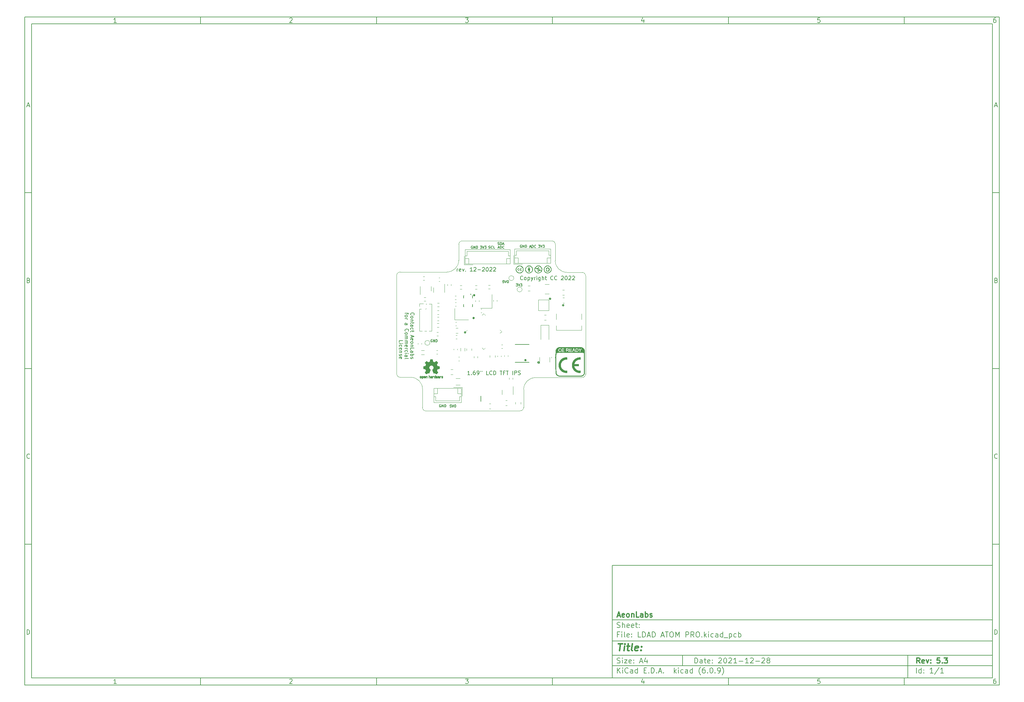
<source format=gbr>
G04 #@! TF.GenerationSoftware,KiCad,Pcbnew,(6.0.9)*
G04 #@! TF.CreationDate,2022-11-30T10:01:03+01:00*
G04 #@! TF.ProjectId,LDAD ATOM PRO,4c444144-2041-4544-9f4d-2050524f2e6b,5.3*
G04 #@! TF.SameCoordinates,Original*
G04 #@! TF.FileFunction,Legend,Top*
G04 #@! TF.FilePolarity,Positive*
%FSLAX46Y46*%
G04 Gerber Fmt 4.6, Leading zero omitted, Abs format (unit mm)*
G04 Created by KiCad (PCBNEW (6.0.9)) date 2022-11-30 10:01:03*
%MOMM*%
%LPD*%
G01*
G04 APERTURE LIST*
%ADD10C,0.100000*%
%ADD11C,0.150000*%
%ADD12C,0.300000*%
%ADD13C,0.400000*%
%ADD14C,0.280000*%
%ADD15C,0.200000*%
%ADD16C,0.120000*%
G04 #@! TA.AperFunction,Profile*
%ADD17C,0.120000*%
G04 #@! TD*
%ADD18C,0.010000*%
%ADD19C,0.127000*%
G04 APERTURE END LIST*
D10*
D11*
X177002200Y-166007200D02*
X177002200Y-198007200D01*
X285002200Y-198007200D01*
X285002200Y-166007200D01*
X177002200Y-166007200D01*
D10*
D11*
X10000000Y-10000000D02*
X10000000Y-200007200D01*
X287002200Y-200007200D01*
X287002200Y-10000000D01*
X10000000Y-10000000D01*
D10*
D11*
X12000000Y-12000000D02*
X12000000Y-198007200D01*
X285002200Y-198007200D01*
X285002200Y-12000000D01*
X12000000Y-12000000D01*
D10*
D11*
X60000000Y-12000000D02*
X60000000Y-10000000D01*
D10*
D11*
X110000000Y-12000000D02*
X110000000Y-10000000D01*
D10*
D11*
X160000000Y-12000000D02*
X160000000Y-10000000D01*
D10*
D11*
X210000000Y-12000000D02*
X210000000Y-10000000D01*
D10*
D11*
X260000000Y-12000000D02*
X260000000Y-10000000D01*
D10*
D11*
X36065476Y-11588095D02*
X35322619Y-11588095D01*
X35694047Y-11588095D02*
X35694047Y-10288095D01*
X35570238Y-10473809D01*
X35446428Y-10597619D01*
X35322619Y-10659523D01*
D10*
D11*
X85322619Y-10411904D02*
X85384523Y-10350000D01*
X85508333Y-10288095D01*
X85817857Y-10288095D01*
X85941666Y-10350000D01*
X86003571Y-10411904D01*
X86065476Y-10535714D01*
X86065476Y-10659523D01*
X86003571Y-10845238D01*
X85260714Y-11588095D01*
X86065476Y-11588095D01*
D10*
D11*
X135260714Y-10288095D02*
X136065476Y-10288095D01*
X135632142Y-10783333D01*
X135817857Y-10783333D01*
X135941666Y-10845238D01*
X136003571Y-10907142D01*
X136065476Y-11030952D01*
X136065476Y-11340476D01*
X136003571Y-11464285D01*
X135941666Y-11526190D01*
X135817857Y-11588095D01*
X135446428Y-11588095D01*
X135322619Y-11526190D01*
X135260714Y-11464285D01*
D10*
D11*
X185941666Y-10721428D02*
X185941666Y-11588095D01*
X185632142Y-10226190D02*
X185322619Y-11154761D01*
X186127380Y-11154761D01*
D10*
D11*
X236003571Y-10288095D02*
X235384523Y-10288095D01*
X235322619Y-10907142D01*
X235384523Y-10845238D01*
X235508333Y-10783333D01*
X235817857Y-10783333D01*
X235941666Y-10845238D01*
X236003571Y-10907142D01*
X236065476Y-11030952D01*
X236065476Y-11340476D01*
X236003571Y-11464285D01*
X235941666Y-11526190D01*
X235817857Y-11588095D01*
X235508333Y-11588095D01*
X235384523Y-11526190D01*
X235322619Y-11464285D01*
D10*
D11*
X285941666Y-10288095D02*
X285694047Y-10288095D01*
X285570238Y-10350000D01*
X285508333Y-10411904D01*
X285384523Y-10597619D01*
X285322619Y-10845238D01*
X285322619Y-11340476D01*
X285384523Y-11464285D01*
X285446428Y-11526190D01*
X285570238Y-11588095D01*
X285817857Y-11588095D01*
X285941666Y-11526190D01*
X286003571Y-11464285D01*
X286065476Y-11340476D01*
X286065476Y-11030952D01*
X286003571Y-10907142D01*
X285941666Y-10845238D01*
X285817857Y-10783333D01*
X285570238Y-10783333D01*
X285446428Y-10845238D01*
X285384523Y-10907142D01*
X285322619Y-11030952D01*
D10*
D11*
X60000000Y-198007200D02*
X60000000Y-200007200D01*
D10*
D11*
X110000000Y-198007200D02*
X110000000Y-200007200D01*
D10*
D11*
X160000000Y-198007200D02*
X160000000Y-200007200D01*
D10*
D11*
X210000000Y-198007200D02*
X210000000Y-200007200D01*
D10*
D11*
X260000000Y-198007200D02*
X260000000Y-200007200D01*
D10*
D11*
X36065476Y-199595295D02*
X35322619Y-199595295D01*
X35694047Y-199595295D02*
X35694047Y-198295295D01*
X35570238Y-198481009D01*
X35446428Y-198604819D01*
X35322619Y-198666723D01*
D10*
D11*
X85322619Y-198419104D02*
X85384523Y-198357200D01*
X85508333Y-198295295D01*
X85817857Y-198295295D01*
X85941666Y-198357200D01*
X86003571Y-198419104D01*
X86065476Y-198542914D01*
X86065476Y-198666723D01*
X86003571Y-198852438D01*
X85260714Y-199595295D01*
X86065476Y-199595295D01*
D10*
D11*
X135260714Y-198295295D02*
X136065476Y-198295295D01*
X135632142Y-198790533D01*
X135817857Y-198790533D01*
X135941666Y-198852438D01*
X136003571Y-198914342D01*
X136065476Y-199038152D01*
X136065476Y-199347676D01*
X136003571Y-199471485D01*
X135941666Y-199533390D01*
X135817857Y-199595295D01*
X135446428Y-199595295D01*
X135322619Y-199533390D01*
X135260714Y-199471485D01*
D10*
D11*
X185941666Y-198728628D02*
X185941666Y-199595295D01*
X185632142Y-198233390D02*
X185322619Y-199161961D01*
X186127380Y-199161961D01*
D10*
D11*
X236003571Y-198295295D02*
X235384523Y-198295295D01*
X235322619Y-198914342D01*
X235384523Y-198852438D01*
X235508333Y-198790533D01*
X235817857Y-198790533D01*
X235941666Y-198852438D01*
X236003571Y-198914342D01*
X236065476Y-199038152D01*
X236065476Y-199347676D01*
X236003571Y-199471485D01*
X235941666Y-199533390D01*
X235817857Y-199595295D01*
X235508333Y-199595295D01*
X235384523Y-199533390D01*
X235322619Y-199471485D01*
D10*
D11*
X285941666Y-198295295D02*
X285694047Y-198295295D01*
X285570238Y-198357200D01*
X285508333Y-198419104D01*
X285384523Y-198604819D01*
X285322619Y-198852438D01*
X285322619Y-199347676D01*
X285384523Y-199471485D01*
X285446428Y-199533390D01*
X285570238Y-199595295D01*
X285817857Y-199595295D01*
X285941666Y-199533390D01*
X286003571Y-199471485D01*
X286065476Y-199347676D01*
X286065476Y-199038152D01*
X286003571Y-198914342D01*
X285941666Y-198852438D01*
X285817857Y-198790533D01*
X285570238Y-198790533D01*
X285446428Y-198852438D01*
X285384523Y-198914342D01*
X285322619Y-199038152D01*
D10*
D11*
X10000000Y-60000000D02*
X12000000Y-60000000D01*
D10*
D11*
X10000000Y-110000000D02*
X12000000Y-110000000D01*
D10*
D11*
X10000000Y-160000000D02*
X12000000Y-160000000D01*
D10*
D11*
X10690476Y-35216666D02*
X11309523Y-35216666D01*
X10566666Y-35588095D02*
X11000000Y-34288095D01*
X11433333Y-35588095D01*
D10*
D11*
X11092857Y-84907142D02*
X11278571Y-84969047D01*
X11340476Y-85030952D01*
X11402380Y-85154761D01*
X11402380Y-85340476D01*
X11340476Y-85464285D01*
X11278571Y-85526190D01*
X11154761Y-85588095D01*
X10659523Y-85588095D01*
X10659523Y-84288095D01*
X11092857Y-84288095D01*
X11216666Y-84350000D01*
X11278571Y-84411904D01*
X11340476Y-84535714D01*
X11340476Y-84659523D01*
X11278571Y-84783333D01*
X11216666Y-84845238D01*
X11092857Y-84907142D01*
X10659523Y-84907142D01*
D10*
D11*
X11402380Y-135464285D02*
X11340476Y-135526190D01*
X11154761Y-135588095D01*
X11030952Y-135588095D01*
X10845238Y-135526190D01*
X10721428Y-135402380D01*
X10659523Y-135278571D01*
X10597619Y-135030952D01*
X10597619Y-134845238D01*
X10659523Y-134597619D01*
X10721428Y-134473809D01*
X10845238Y-134350000D01*
X11030952Y-134288095D01*
X11154761Y-134288095D01*
X11340476Y-134350000D01*
X11402380Y-134411904D01*
D10*
D11*
X10659523Y-185588095D02*
X10659523Y-184288095D01*
X10969047Y-184288095D01*
X11154761Y-184350000D01*
X11278571Y-184473809D01*
X11340476Y-184597619D01*
X11402380Y-184845238D01*
X11402380Y-185030952D01*
X11340476Y-185278571D01*
X11278571Y-185402380D01*
X11154761Y-185526190D01*
X10969047Y-185588095D01*
X10659523Y-185588095D01*
D10*
D11*
X287002200Y-60000000D02*
X285002200Y-60000000D01*
D10*
D11*
X287002200Y-110000000D02*
X285002200Y-110000000D01*
D10*
D11*
X287002200Y-160000000D02*
X285002200Y-160000000D01*
D10*
D11*
X285692676Y-35216666D02*
X286311723Y-35216666D01*
X285568866Y-35588095D02*
X286002200Y-34288095D01*
X286435533Y-35588095D01*
D10*
D11*
X286095057Y-84907142D02*
X286280771Y-84969047D01*
X286342676Y-85030952D01*
X286404580Y-85154761D01*
X286404580Y-85340476D01*
X286342676Y-85464285D01*
X286280771Y-85526190D01*
X286156961Y-85588095D01*
X285661723Y-85588095D01*
X285661723Y-84288095D01*
X286095057Y-84288095D01*
X286218866Y-84350000D01*
X286280771Y-84411904D01*
X286342676Y-84535714D01*
X286342676Y-84659523D01*
X286280771Y-84783333D01*
X286218866Y-84845238D01*
X286095057Y-84907142D01*
X285661723Y-84907142D01*
D10*
D11*
X286404580Y-135464285D02*
X286342676Y-135526190D01*
X286156961Y-135588095D01*
X286033152Y-135588095D01*
X285847438Y-135526190D01*
X285723628Y-135402380D01*
X285661723Y-135278571D01*
X285599819Y-135030952D01*
X285599819Y-134845238D01*
X285661723Y-134597619D01*
X285723628Y-134473809D01*
X285847438Y-134350000D01*
X286033152Y-134288095D01*
X286156961Y-134288095D01*
X286342676Y-134350000D01*
X286404580Y-134411904D01*
D10*
D11*
X285661723Y-185588095D02*
X285661723Y-184288095D01*
X285971247Y-184288095D01*
X286156961Y-184350000D01*
X286280771Y-184473809D01*
X286342676Y-184597619D01*
X286404580Y-184845238D01*
X286404580Y-185030952D01*
X286342676Y-185278571D01*
X286280771Y-185402380D01*
X286156961Y-185526190D01*
X285971247Y-185588095D01*
X285661723Y-185588095D01*
D10*
D11*
X200434342Y-193785771D02*
X200434342Y-192285771D01*
X200791485Y-192285771D01*
X201005771Y-192357200D01*
X201148628Y-192500057D01*
X201220057Y-192642914D01*
X201291485Y-192928628D01*
X201291485Y-193142914D01*
X201220057Y-193428628D01*
X201148628Y-193571485D01*
X201005771Y-193714342D01*
X200791485Y-193785771D01*
X200434342Y-193785771D01*
X202577200Y-193785771D02*
X202577200Y-193000057D01*
X202505771Y-192857200D01*
X202362914Y-192785771D01*
X202077200Y-192785771D01*
X201934342Y-192857200D01*
X202577200Y-193714342D02*
X202434342Y-193785771D01*
X202077200Y-193785771D01*
X201934342Y-193714342D01*
X201862914Y-193571485D01*
X201862914Y-193428628D01*
X201934342Y-193285771D01*
X202077200Y-193214342D01*
X202434342Y-193214342D01*
X202577200Y-193142914D01*
X203077200Y-192785771D02*
X203648628Y-192785771D01*
X203291485Y-192285771D02*
X203291485Y-193571485D01*
X203362914Y-193714342D01*
X203505771Y-193785771D01*
X203648628Y-193785771D01*
X204720057Y-193714342D02*
X204577200Y-193785771D01*
X204291485Y-193785771D01*
X204148628Y-193714342D01*
X204077200Y-193571485D01*
X204077200Y-193000057D01*
X204148628Y-192857200D01*
X204291485Y-192785771D01*
X204577200Y-192785771D01*
X204720057Y-192857200D01*
X204791485Y-193000057D01*
X204791485Y-193142914D01*
X204077200Y-193285771D01*
X205434342Y-193642914D02*
X205505771Y-193714342D01*
X205434342Y-193785771D01*
X205362914Y-193714342D01*
X205434342Y-193642914D01*
X205434342Y-193785771D01*
X205434342Y-192857200D02*
X205505771Y-192928628D01*
X205434342Y-193000057D01*
X205362914Y-192928628D01*
X205434342Y-192857200D01*
X205434342Y-193000057D01*
X207220057Y-192428628D02*
X207291485Y-192357200D01*
X207434342Y-192285771D01*
X207791485Y-192285771D01*
X207934342Y-192357200D01*
X208005771Y-192428628D01*
X208077200Y-192571485D01*
X208077200Y-192714342D01*
X208005771Y-192928628D01*
X207148628Y-193785771D01*
X208077200Y-193785771D01*
X209005771Y-192285771D02*
X209148628Y-192285771D01*
X209291485Y-192357200D01*
X209362914Y-192428628D01*
X209434342Y-192571485D01*
X209505771Y-192857200D01*
X209505771Y-193214342D01*
X209434342Y-193500057D01*
X209362914Y-193642914D01*
X209291485Y-193714342D01*
X209148628Y-193785771D01*
X209005771Y-193785771D01*
X208862914Y-193714342D01*
X208791485Y-193642914D01*
X208720057Y-193500057D01*
X208648628Y-193214342D01*
X208648628Y-192857200D01*
X208720057Y-192571485D01*
X208791485Y-192428628D01*
X208862914Y-192357200D01*
X209005771Y-192285771D01*
X210077200Y-192428628D02*
X210148628Y-192357200D01*
X210291485Y-192285771D01*
X210648628Y-192285771D01*
X210791485Y-192357200D01*
X210862914Y-192428628D01*
X210934342Y-192571485D01*
X210934342Y-192714342D01*
X210862914Y-192928628D01*
X210005771Y-193785771D01*
X210934342Y-193785771D01*
X212362914Y-193785771D02*
X211505771Y-193785771D01*
X211934342Y-193785771D02*
X211934342Y-192285771D01*
X211791485Y-192500057D01*
X211648628Y-192642914D01*
X211505771Y-192714342D01*
X213005771Y-193214342D02*
X214148628Y-193214342D01*
X215648628Y-193785771D02*
X214791485Y-193785771D01*
X215220057Y-193785771D02*
X215220057Y-192285771D01*
X215077200Y-192500057D01*
X214934342Y-192642914D01*
X214791485Y-192714342D01*
X216220057Y-192428628D02*
X216291485Y-192357200D01*
X216434342Y-192285771D01*
X216791485Y-192285771D01*
X216934342Y-192357200D01*
X217005771Y-192428628D01*
X217077200Y-192571485D01*
X217077200Y-192714342D01*
X217005771Y-192928628D01*
X216148628Y-193785771D01*
X217077200Y-193785771D01*
X217720057Y-193214342D02*
X218862914Y-193214342D01*
X219505771Y-192428628D02*
X219577200Y-192357200D01*
X219720057Y-192285771D01*
X220077200Y-192285771D01*
X220220057Y-192357200D01*
X220291485Y-192428628D01*
X220362914Y-192571485D01*
X220362914Y-192714342D01*
X220291485Y-192928628D01*
X219434342Y-193785771D01*
X220362914Y-193785771D01*
X221220057Y-192928628D02*
X221077200Y-192857200D01*
X221005771Y-192785771D01*
X220934342Y-192642914D01*
X220934342Y-192571485D01*
X221005771Y-192428628D01*
X221077200Y-192357200D01*
X221220057Y-192285771D01*
X221505771Y-192285771D01*
X221648628Y-192357200D01*
X221720057Y-192428628D01*
X221791485Y-192571485D01*
X221791485Y-192642914D01*
X221720057Y-192785771D01*
X221648628Y-192857200D01*
X221505771Y-192928628D01*
X221220057Y-192928628D01*
X221077200Y-193000057D01*
X221005771Y-193071485D01*
X220934342Y-193214342D01*
X220934342Y-193500057D01*
X221005771Y-193642914D01*
X221077200Y-193714342D01*
X221220057Y-193785771D01*
X221505771Y-193785771D01*
X221648628Y-193714342D01*
X221720057Y-193642914D01*
X221791485Y-193500057D01*
X221791485Y-193214342D01*
X221720057Y-193071485D01*
X221648628Y-193000057D01*
X221505771Y-192928628D01*
D10*
D11*
X177002200Y-194507200D02*
X285002200Y-194507200D01*
D10*
D11*
X178434342Y-196585771D02*
X178434342Y-195085771D01*
X179291485Y-196585771D02*
X178648628Y-195728628D01*
X179291485Y-195085771D02*
X178434342Y-195942914D01*
X179934342Y-196585771D02*
X179934342Y-195585771D01*
X179934342Y-195085771D02*
X179862914Y-195157200D01*
X179934342Y-195228628D01*
X180005771Y-195157200D01*
X179934342Y-195085771D01*
X179934342Y-195228628D01*
X181505771Y-196442914D02*
X181434342Y-196514342D01*
X181220057Y-196585771D01*
X181077200Y-196585771D01*
X180862914Y-196514342D01*
X180720057Y-196371485D01*
X180648628Y-196228628D01*
X180577200Y-195942914D01*
X180577200Y-195728628D01*
X180648628Y-195442914D01*
X180720057Y-195300057D01*
X180862914Y-195157200D01*
X181077200Y-195085771D01*
X181220057Y-195085771D01*
X181434342Y-195157200D01*
X181505771Y-195228628D01*
X182791485Y-196585771D02*
X182791485Y-195800057D01*
X182720057Y-195657200D01*
X182577200Y-195585771D01*
X182291485Y-195585771D01*
X182148628Y-195657200D01*
X182791485Y-196514342D02*
X182648628Y-196585771D01*
X182291485Y-196585771D01*
X182148628Y-196514342D01*
X182077200Y-196371485D01*
X182077200Y-196228628D01*
X182148628Y-196085771D01*
X182291485Y-196014342D01*
X182648628Y-196014342D01*
X182791485Y-195942914D01*
X184148628Y-196585771D02*
X184148628Y-195085771D01*
X184148628Y-196514342D02*
X184005771Y-196585771D01*
X183720057Y-196585771D01*
X183577200Y-196514342D01*
X183505771Y-196442914D01*
X183434342Y-196300057D01*
X183434342Y-195871485D01*
X183505771Y-195728628D01*
X183577200Y-195657200D01*
X183720057Y-195585771D01*
X184005771Y-195585771D01*
X184148628Y-195657200D01*
X186005771Y-195800057D02*
X186505771Y-195800057D01*
X186720057Y-196585771D02*
X186005771Y-196585771D01*
X186005771Y-195085771D01*
X186720057Y-195085771D01*
X187362914Y-196442914D02*
X187434342Y-196514342D01*
X187362914Y-196585771D01*
X187291485Y-196514342D01*
X187362914Y-196442914D01*
X187362914Y-196585771D01*
X188077200Y-196585771D02*
X188077200Y-195085771D01*
X188434342Y-195085771D01*
X188648628Y-195157200D01*
X188791485Y-195300057D01*
X188862914Y-195442914D01*
X188934342Y-195728628D01*
X188934342Y-195942914D01*
X188862914Y-196228628D01*
X188791485Y-196371485D01*
X188648628Y-196514342D01*
X188434342Y-196585771D01*
X188077200Y-196585771D01*
X189577200Y-196442914D02*
X189648628Y-196514342D01*
X189577200Y-196585771D01*
X189505771Y-196514342D01*
X189577200Y-196442914D01*
X189577200Y-196585771D01*
X190220057Y-196157200D02*
X190934342Y-196157200D01*
X190077200Y-196585771D02*
X190577200Y-195085771D01*
X191077200Y-196585771D01*
X191577200Y-196442914D02*
X191648628Y-196514342D01*
X191577200Y-196585771D01*
X191505771Y-196514342D01*
X191577200Y-196442914D01*
X191577200Y-196585771D01*
X194577200Y-196585771D02*
X194577200Y-195085771D01*
X194720057Y-196014342D02*
X195148628Y-196585771D01*
X195148628Y-195585771D02*
X194577200Y-196157200D01*
X195791485Y-196585771D02*
X195791485Y-195585771D01*
X195791485Y-195085771D02*
X195720057Y-195157200D01*
X195791485Y-195228628D01*
X195862914Y-195157200D01*
X195791485Y-195085771D01*
X195791485Y-195228628D01*
X197148628Y-196514342D02*
X197005771Y-196585771D01*
X196720057Y-196585771D01*
X196577200Y-196514342D01*
X196505771Y-196442914D01*
X196434342Y-196300057D01*
X196434342Y-195871485D01*
X196505771Y-195728628D01*
X196577200Y-195657200D01*
X196720057Y-195585771D01*
X197005771Y-195585771D01*
X197148628Y-195657200D01*
X198434342Y-196585771D02*
X198434342Y-195800057D01*
X198362914Y-195657200D01*
X198220057Y-195585771D01*
X197934342Y-195585771D01*
X197791485Y-195657200D01*
X198434342Y-196514342D02*
X198291485Y-196585771D01*
X197934342Y-196585771D01*
X197791485Y-196514342D01*
X197720057Y-196371485D01*
X197720057Y-196228628D01*
X197791485Y-196085771D01*
X197934342Y-196014342D01*
X198291485Y-196014342D01*
X198434342Y-195942914D01*
X199791485Y-196585771D02*
X199791485Y-195085771D01*
X199791485Y-196514342D02*
X199648628Y-196585771D01*
X199362914Y-196585771D01*
X199220057Y-196514342D01*
X199148628Y-196442914D01*
X199077200Y-196300057D01*
X199077200Y-195871485D01*
X199148628Y-195728628D01*
X199220057Y-195657200D01*
X199362914Y-195585771D01*
X199648628Y-195585771D01*
X199791485Y-195657200D01*
X202077200Y-197157200D02*
X202005771Y-197085771D01*
X201862914Y-196871485D01*
X201791485Y-196728628D01*
X201720057Y-196514342D01*
X201648628Y-196157200D01*
X201648628Y-195871485D01*
X201720057Y-195514342D01*
X201791485Y-195300057D01*
X201862914Y-195157200D01*
X202005771Y-194942914D01*
X202077200Y-194871485D01*
X203291485Y-195085771D02*
X203005771Y-195085771D01*
X202862914Y-195157200D01*
X202791485Y-195228628D01*
X202648628Y-195442914D01*
X202577200Y-195728628D01*
X202577200Y-196300057D01*
X202648628Y-196442914D01*
X202720057Y-196514342D01*
X202862914Y-196585771D01*
X203148628Y-196585771D01*
X203291485Y-196514342D01*
X203362914Y-196442914D01*
X203434342Y-196300057D01*
X203434342Y-195942914D01*
X203362914Y-195800057D01*
X203291485Y-195728628D01*
X203148628Y-195657200D01*
X202862914Y-195657200D01*
X202720057Y-195728628D01*
X202648628Y-195800057D01*
X202577200Y-195942914D01*
X204077200Y-196442914D02*
X204148628Y-196514342D01*
X204077200Y-196585771D01*
X204005771Y-196514342D01*
X204077200Y-196442914D01*
X204077200Y-196585771D01*
X205077200Y-195085771D02*
X205220057Y-195085771D01*
X205362914Y-195157200D01*
X205434342Y-195228628D01*
X205505771Y-195371485D01*
X205577200Y-195657200D01*
X205577200Y-196014342D01*
X205505771Y-196300057D01*
X205434342Y-196442914D01*
X205362914Y-196514342D01*
X205220057Y-196585771D01*
X205077200Y-196585771D01*
X204934342Y-196514342D01*
X204862914Y-196442914D01*
X204791485Y-196300057D01*
X204720057Y-196014342D01*
X204720057Y-195657200D01*
X204791485Y-195371485D01*
X204862914Y-195228628D01*
X204934342Y-195157200D01*
X205077200Y-195085771D01*
X206220057Y-196442914D02*
X206291485Y-196514342D01*
X206220057Y-196585771D01*
X206148628Y-196514342D01*
X206220057Y-196442914D01*
X206220057Y-196585771D01*
X207005771Y-196585771D02*
X207291485Y-196585771D01*
X207434342Y-196514342D01*
X207505771Y-196442914D01*
X207648628Y-196228628D01*
X207720057Y-195942914D01*
X207720057Y-195371485D01*
X207648628Y-195228628D01*
X207577200Y-195157200D01*
X207434342Y-195085771D01*
X207148628Y-195085771D01*
X207005771Y-195157200D01*
X206934342Y-195228628D01*
X206862914Y-195371485D01*
X206862914Y-195728628D01*
X206934342Y-195871485D01*
X207005771Y-195942914D01*
X207148628Y-196014342D01*
X207434342Y-196014342D01*
X207577200Y-195942914D01*
X207648628Y-195871485D01*
X207720057Y-195728628D01*
X208220057Y-197157200D02*
X208291485Y-197085771D01*
X208434342Y-196871485D01*
X208505771Y-196728628D01*
X208577200Y-196514342D01*
X208648628Y-196157200D01*
X208648628Y-195871485D01*
X208577200Y-195514342D01*
X208505771Y-195300057D01*
X208434342Y-195157200D01*
X208291485Y-194942914D01*
X208220057Y-194871485D01*
D10*
D11*
X177002200Y-191507200D02*
X285002200Y-191507200D01*
D10*
D12*
X264411485Y-193785771D02*
X263911485Y-193071485D01*
X263554342Y-193785771D02*
X263554342Y-192285771D01*
X264125771Y-192285771D01*
X264268628Y-192357200D01*
X264340057Y-192428628D01*
X264411485Y-192571485D01*
X264411485Y-192785771D01*
X264340057Y-192928628D01*
X264268628Y-193000057D01*
X264125771Y-193071485D01*
X263554342Y-193071485D01*
X265625771Y-193714342D02*
X265482914Y-193785771D01*
X265197200Y-193785771D01*
X265054342Y-193714342D01*
X264982914Y-193571485D01*
X264982914Y-193000057D01*
X265054342Y-192857200D01*
X265197200Y-192785771D01*
X265482914Y-192785771D01*
X265625771Y-192857200D01*
X265697200Y-193000057D01*
X265697200Y-193142914D01*
X264982914Y-193285771D01*
X266197200Y-192785771D02*
X266554342Y-193785771D01*
X266911485Y-192785771D01*
X267482914Y-193642914D02*
X267554342Y-193714342D01*
X267482914Y-193785771D01*
X267411485Y-193714342D01*
X267482914Y-193642914D01*
X267482914Y-193785771D01*
X267482914Y-192857200D02*
X267554342Y-192928628D01*
X267482914Y-193000057D01*
X267411485Y-192928628D01*
X267482914Y-192857200D01*
X267482914Y-193000057D01*
X270054342Y-192285771D02*
X269340057Y-192285771D01*
X269268628Y-193000057D01*
X269340057Y-192928628D01*
X269482914Y-192857200D01*
X269840057Y-192857200D01*
X269982914Y-192928628D01*
X270054342Y-193000057D01*
X270125771Y-193142914D01*
X270125771Y-193500057D01*
X270054342Y-193642914D01*
X269982914Y-193714342D01*
X269840057Y-193785771D01*
X269482914Y-193785771D01*
X269340057Y-193714342D01*
X269268628Y-193642914D01*
X270768628Y-193642914D02*
X270840057Y-193714342D01*
X270768628Y-193785771D01*
X270697200Y-193714342D01*
X270768628Y-193642914D01*
X270768628Y-193785771D01*
X271340057Y-192285771D02*
X272268628Y-192285771D01*
X271768628Y-192857200D01*
X271982914Y-192857200D01*
X272125771Y-192928628D01*
X272197200Y-193000057D01*
X272268628Y-193142914D01*
X272268628Y-193500057D01*
X272197200Y-193642914D01*
X272125771Y-193714342D01*
X271982914Y-193785771D01*
X271554342Y-193785771D01*
X271411485Y-193714342D01*
X271340057Y-193642914D01*
D10*
D11*
X178362914Y-193714342D02*
X178577200Y-193785771D01*
X178934342Y-193785771D01*
X179077200Y-193714342D01*
X179148628Y-193642914D01*
X179220057Y-193500057D01*
X179220057Y-193357200D01*
X179148628Y-193214342D01*
X179077200Y-193142914D01*
X178934342Y-193071485D01*
X178648628Y-193000057D01*
X178505771Y-192928628D01*
X178434342Y-192857200D01*
X178362914Y-192714342D01*
X178362914Y-192571485D01*
X178434342Y-192428628D01*
X178505771Y-192357200D01*
X178648628Y-192285771D01*
X179005771Y-192285771D01*
X179220057Y-192357200D01*
X179862914Y-193785771D02*
X179862914Y-192785771D01*
X179862914Y-192285771D02*
X179791485Y-192357200D01*
X179862914Y-192428628D01*
X179934342Y-192357200D01*
X179862914Y-192285771D01*
X179862914Y-192428628D01*
X180434342Y-192785771D02*
X181220057Y-192785771D01*
X180434342Y-193785771D01*
X181220057Y-193785771D01*
X182362914Y-193714342D02*
X182220057Y-193785771D01*
X181934342Y-193785771D01*
X181791485Y-193714342D01*
X181720057Y-193571485D01*
X181720057Y-193000057D01*
X181791485Y-192857200D01*
X181934342Y-192785771D01*
X182220057Y-192785771D01*
X182362914Y-192857200D01*
X182434342Y-193000057D01*
X182434342Y-193142914D01*
X181720057Y-193285771D01*
X183077200Y-193642914D02*
X183148628Y-193714342D01*
X183077200Y-193785771D01*
X183005771Y-193714342D01*
X183077200Y-193642914D01*
X183077200Y-193785771D01*
X183077200Y-192857200D02*
X183148628Y-192928628D01*
X183077200Y-193000057D01*
X183005771Y-192928628D01*
X183077200Y-192857200D01*
X183077200Y-193000057D01*
X184862914Y-193357200D02*
X185577200Y-193357200D01*
X184720057Y-193785771D02*
X185220057Y-192285771D01*
X185720057Y-193785771D01*
X186862914Y-192785771D02*
X186862914Y-193785771D01*
X186505771Y-192214342D02*
X186148628Y-193285771D01*
X187077200Y-193285771D01*
D10*
D11*
X263434342Y-196585771D02*
X263434342Y-195085771D01*
X264791485Y-196585771D02*
X264791485Y-195085771D01*
X264791485Y-196514342D02*
X264648628Y-196585771D01*
X264362914Y-196585771D01*
X264220057Y-196514342D01*
X264148628Y-196442914D01*
X264077200Y-196300057D01*
X264077200Y-195871485D01*
X264148628Y-195728628D01*
X264220057Y-195657200D01*
X264362914Y-195585771D01*
X264648628Y-195585771D01*
X264791485Y-195657200D01*
X265505771Y-196442914D02*
X265577200Y-196514342D01*
X265505771Y-196585771D01*
X265434342Y-196514342D01*
X265505771Y-196442914D01*
X265505771Y-196585771D01*
X265505771Y-195657200D02*
X265577200Y-195728628D01*
X265505771Y-195800057D01*
X265434342Y-195728628D01*
X265505771Y-195657200D01*
X265505771Y-195800057D01*
X268148628Y-196585771D02*
X267291485Y-196585771D01*
X267720057Y-196585771D02*
X267720057Y-195085771D01*
X267577200Y-195300057D01*
X267434342Y-195442914D01*
X267291485Y-195514342D01*
X269862914Y-195014342D02*
X268577200Y-196942914D01*
X271148628Y-196585771D02*
X270291485Y-196585771D01*
X270720057Y-196585771D02*
X270720057Y-195085771D01*
X270577200Y-195300057D01*
X270434342Y-195442914D01*
X270291485Y-195514342D01*
D10*
D11*
X177002200Y-187507200D02*
X285002200Y-187507200D01*
D10*
D13*
X178714580Y-188211961D02*
X179857438Y-188211961D01*
X179036009Y-190211961D02*
X179286009Y-188211961D01*
X180274104Y-190211961D02*
X180440771Y-188878628D01*
X180524104Y-188211961D02*
X180416961Y-188307200D01*
X180500295Y-188402438D01*
X180607438Y-188307200D01*
X180524104Y-188211961D01*
X180500295Y-188402438D01*
X181107438Y-188878628D02*
X181869342Y-188878628D01*
X181476485Y-188211961D02*
X181262200Y-189926247D01*
X181333628Y-190116723D01*
X181512200Y-190211961D01*
X181702676Y-190211961D01*
X182655057Y-190211961D02*
X182476485Y-190116723D01*
X182405057Y-189926247D01*
X182619342Y-188211961D01*
X184190771Y-190116723D02*
X183988390Y-190211961D01*
X183607438Y-190211961D01*
X183428866Y-190116723D01*
X183357438Y-189926247D01*
X183452676Y-189164342D01*
X183571723Y-188973866D01*
X183774104Y-188878628D01*
X184155057Y-188878628D01*
X184333628Y-188973866D01*
X184405057Y-189164342D01*
X184381247Y-189354819D01*
X183405057Y-189545295D01*
X185155057Y-190021485D02*
X185238390Y-190116723D01*
X185131247Y-190211961D01*
X185047914Y-190116723D01*
X185155057Y-190021485D01*
X185131247Y-190211961D01*
X185286009Y-188973866D02*
X185369342Y-189069104D01*
X185262200Y-189164342D01*
X185178866Y-189069104D01*
X185286009Y-188973866D01*
X185262200Y-189164342D01*
D10*
D11*
X178934342Y-185600057D02*
X178434342Y-185600057D01*
X178434342Y-186385771D02*
X178434342Y-184885771D01*
X179148628Y-184885771D01*
X179720057Y-186385771D02*
X179720057Y-185385771D01*
X179720057Y-184885771D02*
X179648628Y-184957200D01*
X179720057Y-185028628D01*
X179791485Y-184957200D01*
X179720057Y-184885771D01*
X179720057Y-185028628D01*
X180648628Y-186385771D02*
X180505771Y-186314342D01*
X180434342Y-186171485D01*
X180434342Y-184885771D01*
X181791485Y-186314342D02*
X181648628Y-186385771D01*
X181362914Y-186385771D01*
X181220057Y-186314342D01*
X181148628Y-186171485D01*
X181148628Y-185600057D01*
X181220057Y-185457200D01*
X181362914Y-185385771D01*
X181648628Y-185385771D01*
X181791485Y-185457200D01*
X181862914Y-185600057D01*
X181862914Y-185742914D01*
X181148628Y-185885771D01*
X182505771Y-186242914D02*
X182577200Y-186314342D01*
X182505771Y-186385771D01*
X182434342Y-186314342D01*
X182505771Y-186242914D01*
X182505771Y-186385771D01*
X182505771Y-185457200D02*
X182577200Y-185528628D01*
X182505771Y-185600057D01*
X182434342Y-185528628D01*
X182505771Y-185457200D01*
X182505771Y-185600057D01*
X185077200Y-186385771D02*
X184362914Y-186385771D01*
X184362914Y-184885771D01*
X185577200Y-186385771D02*
X185577200Y-184885771D01*
X185934342Y-184885771D01*
X186148628Y-184957200D01*
X186291485Y-185100057D01*
X186362914Y-185242914D01*
X186434342Y-185528628D01*
X186434342Y-185742914D01*
X186362914Y-186028628D01*
X186291485Y-186171485D01*
X186148628Y-186314342D01*
X185934342Y-186385771D01*
X185577200Y-186385771D01*
X187005771Y-185957200D02*
X187720057Y-185957200D01*
X186862914Y-186385771D02*
X187362914Y-184885771D01*
X187862914Y-186385771D01*
X188362914Y-186385771D02*
X188362914Y-184885771D01*
X188720057Y-184885771D01*
X188934342Y-184957200D01*
X189077200Y-185100057D01*
X189148628Y-185242914D01*
X189220057Y-185528628D01*
X189220057Y-185742914D01*
X189148628Y-186028628D01*
X189077200Y-186171485D01*
X188934342Y-186314342D01*
X188720057Y-186385771D01*
X188362914Y-186385771D01*
X190934342Y-185957200D02*
X191648628Y-185957200D01*
X190791485Y-186385771D02*
X191291485Y-184885771D01*
X191791485Y-186385771D01*
X192077200Y-184885771D02*
X192934342Y-184885771D01*
X192505771Y-186385771D02*
X192505771Y-184885771D01*
X193720057Y-184885771D02*
X194005771Y-184885771D01*
X194148628Y-184957200D01*
X194291485Y-185100057D01*
X194362914Y-185385771D01*
X194362914Y-185885771D01*
X194291485Y-186171485D01*
X194148628Y-186314342D01*
X194005771Y-186385771D01*
X193720057Y-186385771D01*
X193577200Y-186314342D01*
X193434342Y-186171485D01*
X193362914Y-185885771D01*
X193362914Y-185385771D01*
X193434342Y-185100057D01*
X193577200Y-184957200D01*
X193720057Y-184885771D01*
X195005771Y-186385771D02*
X195005771Y-184885771D01*
X195505771Y-185957200D01*
X196005771Y-184885771D01*
X196005771Y-186385771D01*
X197862914Y-186385771D02*
X197862914Y-184885771D01*
X198434342Y-184885771D01*
X198577200Y-184957200D01*
X198648628Y-185028628D01*
X198720057Y-185171485D01*
X198720057Y-185385771D01*
X198648628Y-185528628D01*
X198577200Y-185600057D01*
X198434342Y-185671485D01*
X197862914Y-185671485D01*
X200220057Y-186385771D02*
X199720057Y-185671485D01*
X199362914Y-186385771D02*
X199362914Y-184885771D01*
X199934342Y-184885771D01*
X200077200Y-184957200D01*
X200148628Y-185028628D01*
X200220057Y-185171485D01*
X200220057Y-185385771D01*
X200148628Y-185528628D01*
X200077200Y-185600057D01*
X199934342Y-185671485D01*
X199362914Y-185671485D01*
X201148628Y-184885771D02*
X201434342Y-184885771D01*
X201577200Y-184957200D01*
X201720057Y-185100057D01*
X201791485Y-185385771D01*
X201791485Y-185885771D01*
X201720057Y-186171485D01*
X201577200Y-186314342D01*
X201434342Y-186385771D01*
X201148628Y-186385771D01*
X201005771Y-186314342D01*
X200862914Y-186171485D01*
X200791485Y-185885771D01*
X200791485Y-185385771D01*
X200862914Y-185100057D01*
X201005771Y-184957200D01*
X201148628Y-184885771D01*
X202434342Y-186242914D02*
X202505771Y-186314342D01*
X202434342Y-186385771D01*
X202362914Y-186314342D01*
X202434342Y-186242914D01*
X202434342Y-186385771D01*
X203148628Y-186385771D02*
X203148628Y-184885771D01*
X203291485Y-185814342D02*
X203720057Y-186385771D01*
X203720057Y-185385771D02*
X203148628Y-185957200D01*
X204362914Y-186385771D02*
X204362914Y-185385771D01*
X204362914Y-184885771D02*
X204291485Y-184957200D01*
X204362914Y-185028628D01*
X204434342Y-184957200D01*
X204362914Y-184885771D01*
X204362914Y-185028628D01*
X205720057Y-186314342D02*
X205577200Y-186385771D01*
X205291485Y-186385771D01*
X205148628Y-186314342D01*
X205077200Y-186242914D01*
X205005771Y-186100057D01*
X205005771Y-185671485D01*
X205077200Y-185528628D01*
X205148628Y-185457200D01*
X205291485Y-185385771D01*
X205577200Y-185385771D01*
X205720057Y-185457200D01*
X207005771Y-186385771D02*
X207005771Y-185600057D01*
X206934342Y-185457200D01*
X206791485Y-185385771D01*
X206505771Y-185385771D01*
X206362914Y-185457200D01*
X207005771Y-186314342D02*
X206862914Y-186385771D01*
X206505771Y-186385771D01*
X206362914Y-186314342D01*
X206291485Y-186171485D01*
X206291485Y-186028628D01*
X206362914Y-185885771D01*
X206505771Y-185814342D01*
X206862914Y-185814342D01*
X207005771Y-185742914D01*
X208362914Y-186385771D02*
X208362914Y-184885771D01*
X208362914Y-186314342D02*
X208220057Y-186385771D01*
X207934342Y-186385771D01*
X207791485Y-186314342D01*
X207720057Y-186242914D01*
X207648628Y-186100057D01*
X207648628Y-185671485D01*
X207720057Y-185528628D01*
X207791485Y-185457200D01*
X207934342Y-185385771D01*
X208220057Y-185385771D01*
X208362914Y-185457200D01*
X208720057Y-186528628D02*
X209862914Y-186528628D01*
X210220057Y-185385771D02*
X210220057Y-186885771D01*
X210220057Y-185457200D02*
X210362914Y-185385771D01*
X210648628Y-185385771D01*
X210791485Y-185457200D01*
X210862914Y-185528628D01*
X210934342Y-185671485D01*
X210934342Y-186100057D01*
X210862914Y-186242914D01*
X210791485Y-186314342D01*
X210648628Y-186385771D01*
X210362914Y-186385771D01*
X210220057Y-186314342D01*
X212220057Y-186314342D02*
X212077200Y-186385771D01*
X211791485Y-186385771D01*
X211648628Y-186314342D01*
X211577200Y-186242914D01*
X211505771Y-186100057D01*
X211505771Y-185671485D01*
X211577200Y-185528628D01*
X211648628Y-185457200D01*
X211791485Y-185385771D01*
X212077200Y-185385771D01*
X212220057Y-185457200D01*
X212862914Y-186385771D02*
X212862914Y-184885771D01*
X212862914Y-185457200D02*
X213005771Y-185385771D01*
X213291485Y-185385771D01*
X213434342Y-185457200D01*
X213505771Y-185528628D01*
X213577200Y-185671485D01*
X213577200Y-186100057D01*
X213505771Y-186242914D01*
X213434342Y-186314342D01*
X213291485Y-186385771D01*
X213005771Y-186385771D01*
X212862914Y-186314342D01*
D10*
D11*
X177002200Y-181507200D02*
X285002200Y-181507200D01*
D10*
D11*
X178362914Y-183614342D02*
X178577200Y-183685771D01*
X178934342Y-183685771D01*
X179077200Y-183614342D01*
X179148628Y-183542914D01*
X179220057Y-183400057D01*
X179220057Y-183257200D01*
X179148628Y-183114342D01*
X179077200Y-183042914D01*
X178934342Y-182971485D01*
X178648628Y-182900057D01*
X178505771Y-182828628D01*
X178434342Y-182757200D01*
X178362914Y-182614342D01*
X178362914Y-182471485D01*
X178434342Y-182328628D01*
X178505771Y-182257200D01*
X178648628Y-182185771D01*
X179005771Y-182185771D01*
X179220057Y-182257200D01*
X179862914Y-183685771D02*
X179862914Y-182185771D01*
X180505771Y-183685771D02*
X180505771Y-182900057D01*
X180434342Y-182757200D01*
X180291485Y-182685771D01*
X180077200Y-182685771D01*
X179934342Y-182757200D01*
X179862914Y-182828628D01*
X181791485Y-183614342D02*
X181648628Y-183685771D01*
X181362914Y-183685771D01*
X181220057Y-183614342D01*
X181148628Y-183471485D01*
X181148628Y-182900057D01*
X181220057Y-182757200D01*
X181362914Y-182685771D01*
X181648628Y-182685771D01*
X181791485Y-182757200D01*
X181862914Y-182900057D01*
X181862914Y-183042914D01*
X181148628Y-183185771D01*
X183077200Y-183614342D02*
X182934342Y-183685771D01*
X182648628Y-183685771D01*
X182505771Y-183614342D01*
X182434342Y-183471485D01*
X182434342Y-182900057D01*
X182505771Y-182757200D01*
X182648628Y-182685771D01*
X182934342Y-182685771D01*
X183077200Y-182757200D01*
X183148628Y-182900057D01*
X183148628Y-183042914D01*
X182434342Y-183185771D01*
X183577200Y-182685771D02*
X184148628Y-182685771D01*
X183791485Y-182185771D02*
X183791485Y-183471485D01*
X183862914Y-183614342D01*
X184005771Y-183685771D01*
X184148628Y-183685771D01*
X184648628Y-183542914D02*
X184720057Y-183614342D01*
X184648628Y-183685771D01*
X184577200Y-183614342D01*
X184648628Y-183542914D01*
X184648628Y-183685771D01*
X184648628Y-182757200D02*
X184720057Y-182828628D01*
X184648628Y-182900057D01*
X184577200Y-182828628D01*
X184648628Y-182757200D01*
X184648628Y-182900057D01*
D10*
D12*
X178482914Y-180257200D02*
X179197200Y-180257200D01*
X178340057Y-180685771D02*
X178840057Y-179185771D01*
X179340057Y-180685771D01*
X180411485Y-180614342D02*
X180268628Y-180685771D01*
X179982914Y-180685771D01*
X179840057Y-180614342D01*
X179768628Y-180471485D01*
X179768628Y-179900057D01*
X179840057Y-179757200D01*
X179982914Y-179685771D01*
X180268628Y-179685771D01*
X180411485Y-179757200D01*
X180482914Y-179900057D01*
X180482914Y-180042914D01*
X179768628Y-180185771D01*
X181340057Y-180685771D02*
X181197200Y-180614342D01*
X181125771Y-180542914D01*
X181054342Y-180400057D01*
X181054342Y-179971485D01*
X181125771Y-179828628D01*
X181197200Y-179757200D01*
X181340057Y-179685771D01*
X181554342Y-179685771D01*
X181697200Y-179757200D01*
X181768628Y-179828628D01*
X181840057Y-179971485D01*
X181840057Y-180400057D01*
X181768628Y-180542914D01*
X181697200Y-180614342D01*
X181554342Y-180685771D01*
X181340057Y-180685771D01*
X182482914Y-179685771D02*
X182482914Y-180685771D01*
X182482914Y-179828628D02*
X182554342Y-179757200D01*
X182697200Y-179685771D01*
X182911485Y-179685771D01*
X183054342Y-179757200D01*
X183125771Y-179900057D01*
X183125771Y-180685771D01*
X184554342Y-180685771D02*
X183840057Y-180685771D01*
X183840057Y-179185771D01*
X185697200Y-180685771D02*
X185697200Y-179900057D01*
X185625771Y-179757200D01*
X185482914Y-179685771D01*
X185197200Y-179685771D01*
X185054342Y-179757200D01*
X185697200Y-180614342D02*
X185554342Y-180685771D01*
X185197200Y-180685771D01*
X185054342Y-180614342D01*
X184982914Y-180471485D01*
X184982914Y-180328628D01*
X185054342Y-180185771D01*
X185197200Y-180114342D01*
X185554342Y-180114342D01*
X185697200Y-180042914D01*
X186411485Y-180685771D02*
X186411485Y-179185771D01*
X186411485Y-179757200D02*
X186554342Y-179685771D01*
X186840057Y-179685771D01*
X186982914Y-179757200D01*
X187054342Y-179828628D01*
X187125771Y-179971485D01*
X187125771Y-180400057D01*
X187054342Y-180542914D01*
X186982914Y-180614342D01*
X186840057Y-180685771D01*
X186554342Y-180685771D01*
X186411485Y-180614342D01*
X187697200Y-180614342D02*
X187840057Y-180685771D01*
X188125771Y-180685771D01*
X188268628Y-180614342D01*
X188340057Y-180471485D01*
X188340057Y-180400057D01*
X188268628Y-180257200D01*
X188125771Y-180185771D01*
X187911485Y-180185771D01*
X187768628Y-180114342D01*
X187697200Y-179971485D01*
X187697200Y-179900057D01*
X187768628Y-179757200D01*
X187911485Y-179685771D01*
X188125771Y-179685771D01*
X188268628Y-179757200D01*
D10*
D11*
D10*
D11*
D10*
D11*
D10*
D11*
D10*
D11*
X197002200Y-191507200D02*
X197002200Y-194507200D01*
D10*
D11*
X261002200Y-191507200D02*
X261002200Y-198007200D01*
D14*
X152501050Y-107610000D02*
G75*
G03*
X152501050Y-107610000I-191050J0D01*
G01*
X137931050Y-89150000D02*
G75*
G03*
X137931050Y-89150000I-191050J0D01*
G01*
X156248694Y-108268951D02*
G75*
G03*
X156248694Y-108268951I-218694J0D01*
G01*
X163221050Y-92000000D02*
G75*
G03*
X163221050Y-92000000I-191050J0D01*
G01*
X135361050Y-99730000D02*
G75*
G03*
X135361050Y-99730000I-191050J0D01*
G01*
X159501050Y-90160000D02*
G75*
G03*
X159501050Y-90160000I-191050J0D01*
G01*
X137771050Y-95630000D02*
G75*
G03*
X137771050Y-95630000I-191050J0D01*
G01*
D15*
X136529047Y-111757619D02*
X135900476Y-111757619D01*
X136214761Y-111757619D02*
X136214761Y-110657619D01*
X136110000Y-110814761D01*
X136005238Y-110919523D01*
X135900476Y-110971904D01*
X137000476Y-111652857D02*
X137052857Y-111705238D01*
X137000476Y-111757619D01*
X136948095Y-111705238D01*
X137000476Y-111652857D01*
X137000476Y-111757619D01*
X137995714Y-110657619D02*
X137786190Y-110657619D01*
X137681428Y-110710000D01*
X137629047Y-110762380D01*
X137524285Y-110919523D01*
X137471904Y-111129047D01*
X137471904Y-111548095D01*
X137524285Y-111652857D01*
X137576666Y-111705238D01*
X137681428Y-111757619D01*
X137890952Y-111757619D01*
X137995714Y-111705238D01*
X138048095Y-111652857D01*
X138100476Y-111548095D01*
X138100476Y-111286190D01*
X138048095Y-111181428D01*
X137995714Y-111129047D01*
X137890952Y-111076666D01*
X137681428Y-111076666D01*
X137576666Y-111129047D01*
X137524285Y-111181428D01*
X137471904Y-111286190D01*
X138624285Y-111757619D02*
X138833809Y-111757619D01*
X138938571Y-111705238D01*
X138990952Y-111652857D01*
X139095714Y-111495714D01*
X139148095Y-111286190D01*
X139148095Y-110867142D01*
X139095714Y-110762380D01*
X139043333Y-110710000D01*
X138938571Y-110657619D01*
X138729047Y-110657619D01*
X138624285Y-110710000D01*
X138571904Y-110762380D01*
X138519523Y-110867142D01*
X138519523Y-111129047D01*
X138571904Y-111233809D01*
X138624285Y-111286190D01*
X138729047Y-111338571D01*
X138938571Y-111338571D01*
X139043333Y-111286190D01*
X139095714Y-111233809D01*
X139148095Y-111129047D01*
X139567142Y-110657619D02*
X139567142Y-110867142D01*
X139986190Y-110657619D02*
X139986190Y-110867142D01*
X141819523Y-111757619D02*
X141295714Y-111757619D01*
X141295714Y-110657619D01*
X142814761Y-111652857D02*
X142762380Y-111705238D01*
X142605238Y-111757619D01*
X142500476Y-111757619D01*
X142343333Y-111705238D01*
X142238571Y-111600476D01*
X142186190Y-111495714D01*
X142133809Y-111286190D01*
X142133809Y-111129047D01*
X142186190Y-110919523D01*
X142238571Y-110814761D01*
X142343333Y-110710000D01*
X142500476Y-110657619D01*
X142605238Y-110657619D01*
X142762380Y-110710000D01*
X142814761Y-110762380D01*
X143286190Y-111757619D02*
X143286190Y-110657619D01*
X143548095Y-110657619D01*
X143705238Y-110710000D01*
X143810000Y-110814761D01*
X143862380Y-110919523D01*
X143914761Y-111129047D01*
X143914761Y-111286190D01*
X143862380Y-111495714D01*
X143810000Y-111600476D01*
X143705238Y-111705238D01*
X143548095Y-111757619D01*
X143286190Y-111757619D01*
X145067142Y-110657619D02*
X145695714Y-110657619D01*
X145381428Y-111757619D02*
X145381428Y-110657619D01*
X146429047Y-111181428D02*
X146062380Y-111181428D01*
X146062380Y-111757619D02*
X146062380Y-110657619D01*
X146586190Y-110657619D01*
X146848095Y-110657619D02*
X147476666Y-110657619D01*
X147162380Y-111757619D02*
X147162380Y-110657619D01*
X148681428Y-111757619D02*
X148681428Y-110657619D01*
X149205238Y-111757619D02*
X149205238Y-110657619D01*
X149624285Y-110657619D01*
X149729047Y-110710000D01*
X149781428Y-110762380D01*
X149833809Y-110867142D01*
X149833809Y-111024285D01*
X149781428Y-111129047D01*
X149729047Y-111181428D01*
X149624285Y-111233809D01*
X149205238Y-111233809D01*
X150252857Y-111705238D02*
X150410000Y-111757619D01*
X150671904Y-111757619D01*
X150776666Y-111705238D01*
X150829047Y-111652857D01*
X150881428Y-111548095D01*
X150881428Y-111443333D01*
X150829047Y-111338571D01*
X150776666Y-111286190D01*
X150671904Y-111233809D01*
X150462380Y-111181428D01*
X150357619Y-111129047D01*
X150305238Y-111076666D01*
X150252857Y-110971904D01*
X150252857Y-110867142D01*
X150305238Y-110762380D01*
X150357619Y-110710000D01*
X150462380Y-110657619D01*
X150724285Y-110657619D01*
X150881428Y-110710000D01*
D11*
X137286666Y-75190000D02*
X137220000Y-75156666D01*
X137120000Y-75156666D01*
X137020000Y-75190000D01*
X136953333Y-75256666D01*
X136920000Y-75323333D01*
X136886666Y-75456666D01*
X136886666Y-75556666D01*
X136920000Y-75690000D01*
X136953333Y-75756666D01*
X137020000Y-75823333D01*
X137120000Y-75856666D01*
X137186666Y-75856666D01*
X137286666Y-75823333D01*
X137320000Y-75790000D01*
X137320000Y-75556666D01*
X137186666Y-75556666D01*
X137620000Y-75856666D02*
X137620000Y-75156666D01*
X138020000Y-75856666D01*
X138020000Y-75156666D01*
X138353333Y-75856666D02*
X138353333Y-75156666D01*
X138520000Y-75156666D01*
X138620000Y-75190000D01*
X138686666Y-75256666D01*
X138720000Y-75323333D01*
X138753333Y-75456666D01*
X138753333Y-75556666D01*
X138720000Y-75690000D01*
X138686666Y-75756666D01*
X138620000Y-75823333D01*
X138520000Y-75856666D01*
X138353333Y-75856666D01*
X146223333Y-84926666D02*
X145890000Y-84926666D01*
X145856666Y-85260000D01*
X145890000Y-85226666D01*
X145956666Y-85193333D01*
X146123333Y-85193333D01*
X146190000Y-85226666D01*
X146223333Y-85260000D01*
X146256666Y-85326666D01*
X146256666Y-85493333D01*
X146223333Y-85560000D01*
X146190000Y-85593333D01*
X146123333Y-85626666D01*
X145956666Y-85626666D01*
X145890000Y-85593333D01*
X145856666Y-85560000D01*
X146456666Y-84926666D02*
X146690000Y-85626666D01*
X146923333Y-84926666D01*
X147290000Y-84926666D02*
X147356666Y-84926666D01*
X147423333Y-84960000D01*
X147456666Y-84993333D01*
X147490000Y-85060000D01*
X147523333Y-85193333D01*
X147523333Y-85360000D01*
X147490000Y-85493333D01*
X147456666Y-85560000D01*
X147423333Y-85593333D01*
X147356666Y-85626666D01*
X147290000Y-85626666D01*
X147223333Y-85593333D01*
X147190000Y-85560000D01*
X147156666Y-85493333D01*
X147123333Y-85360000D01*
X147123333Y-85193333D01*
X147156666Y-85060000D01*
X147190000Y-84993333D01*
X147223333Y-84960000D01*
X147290000Y-84926666D01*
X139473333Y-75166666D02*
X139906666Y-75166666D01*
X139673333Y-75433333D01*
X139773333Y-75433333D01*
X139840000Y-75466666D01*
X139873333Y-75500000D01*
X139906666Y-75566666D01*
X139906666Y-75733333D01*
X139873333Y-75800000D01*
X139840000Y-75833333D01*
X139773333Y-75866666D01*
X139573333Y-75866666D01*
X139506666Y-75833333D01*
X139473333Y-75800000D01*
X140106666Y-75166666D02*
X140340000Y-75866666D01*
X140573333Y-75166666D01*
X140740000Y-75166666D02*
X141173333Y-75166666D01*
X140940000Y-75433333D01*
X141040000Y-75433333D01*
X141106666Y-75466666D01*
X141140000Y-75500000D01*
X141173333Y-75566666D01*
X141173333Y-75733333D01*
X141140000Y-75800000D01*
X141106666Y-75833333D01*
X141040000Y-75866666D01*
X140840000Y-75866666D01*
X140773333Y-75833333D01*
X140740000Y-75800000D01*
D15*
X132846190Y-82357619D02*
X132846190Y-81624285D01*
X132846190Y-81833809D02*
X132898571Y-81729047D01*
X132950952Y-81676666D01*
X133055714Y-81624285D01*
X133160476Y-81624285D01*
X133946190Y-82305238D02*
X133841428Y-82357619D01*
X133631904Y-82357619D01*
X133527142Y-82305238D01*
X133474761Y-82200476D01*
X133474761Y-81781428D01*
X133527142Y-81676666D01*
X133631904Y-81624285D01*
X133841428Y-81624285D01*
X133946190Y-81676666D01*
X133998571Y-81781428D01*
X133998571Y-81886190D01*
X133474761Y-81990952D01*
X134365238Y-81624285D02*
X134627142Y-82357619D01*
X134889047Y-81624285D01*
X135308095Y-82252857D02*
X135360476Y-82305238D01*
X135308095Y-82357619D01*
X135255714Y-82305238D01*
X135308095Y-82252857D01*
X135308095Y-82357619D01*
X137246190Y-82357619D02*
X136617619Y-82357619D01*
X136931904Y-82357619D02*
X136931904Y-81257619D01*
X136827142Y-81414761D01*
X136722380Y-81519523D01*
X136617619Y-81571904D01*
X137665238Y-81362380D02*
X137717619Y-81310000D01*
X137822380Y-81257619D01*
X138084285Y-81257619D01*
X138189047Y-81310000D01*
X138241428Y-81362380D01*
X138293809Y-81467142D01*
X138293809Y-81571904D01*
X138241428Y-81729047D01*
X137612857Y-82357619D01*
X138293809Y-82357619D01*
X138765238Y-81938571D02*
X139603333Y-81938571D01*
X140074761Y-81362380D02*
X140127142Y-81310000D01*
X140231904Y-81257619D01*
X140493809Y-81257619D01*
X140598571Y-81310000D01*
X140650952Y-81362380D01*
X140703333Y-81467142D01*
X140703333Y-81571904D01*
X140650952Y-81729047D01*
X140022380Y-82357619D01*
X140703333Y-82357619D01*
X141384285Y-81257619D02*
X141489047Y-81257619D01*
X141593809Y-81310000D01*
X141646190Y-81362380D01*
X141698571Y-81467142D01*
X141750952Y-81676666D01*
X141750952Y-81938571D01*
X141698571Y-82148095D01*
X141646190Y-82252857D01*
X141593809Y-82305238D01*
X141489047Y-82357619D01*
X141384285Y-82357619D01*
X141279523Y-82305238D01*
X141227142Y-82252857D01*
X141174761Y-82148095D01*
X141122380Y-81938571D01*
X141122380Y-81676666D01*
X141174761Y-81467142D01*
X141227142Y-81362380D01*
X141279523Y-81310000D01*
X141384285Y-81257619D01*
X142170000Y-81362380D02*
X142222380Y-81310000D01*
X142327142Y-81257619D01*
X142589047Y-81257619D01*
X142693809Y-81310000D01*
X142746190Y-81362380D01*
X142798571Y-81467142D01*
X142798571Y-81571904D01*
X142746190Y-81729047D01*
X142117619Y-82357619D01*
X142798571Y-82357619D01*
X143217619Y-81362380D02*
X143270000Y-81310000D01*
X143374761Y-81257619D01*
X143636666Y-81257619D01*
X143741428Y-81310000D01*
X143793809Y-81362380D01*
X143846190Y-81467142D01*
X143846190Y-81571904D01*
X143793809Y-81729047D01*
X143165238Y-82357619D01*
X143846190Y-82357619D01*
D11*
X128236666Y-120280000D02*
X128170000Y-120246666D01*
X128070000Y-120246666D01*
X127970000Y-120280000D01*
X127903333Y-120346666D01*
X127870000Y-120413333D01*
X127836666Y-120546666D01*
X127836666Y-120646666D01*
X127870000Y-120780000D01*
X127903333Y-120846666D01*
X127970000Y-120913333D01*
X128070000Y-120946666D01*
X128136666Y-120946666D01*
X128236666Y-120913333D01*
X128270000Y-120880000D01*
X128270000Y-120646666D01*
X128136666Y-120646666D01*
X128570000Y-120946666D02*
X128570000Y-120246666D01*
X128970000Y-120946666D01*
X128970000Y-120246666D01*
X129303333Y-120946666D02*
X129303333Y-120246666D01*
X129470000Y-120246666D01*
X129570000Y-120280000D01*
X129636666Y-120346666D01*
X129670000Y-120413333D01*
X129703333Y-120546666D01*
X129703333Y-120646666D01*
X129670000Y-120780000D01*
X129636666Y-120846666D01*
X129570000Y-120913333D01*
X129470000Y-120946666D01*
X129303333Y-120946666D01*
X149673333Y-85866666D02*
X150106666Y-85866666D01*
X149873333Y-86133333D01*
X149973333Y-86133333D01*
X150040000Y-86166666D01*
X150073333Y-86200000D01*
X150106666Y-86266666D01*
X150106666Y-86433333D01*
X150073333Y-86500000D01*
X150040000Y-86533333D01*
X149973333Y-86566666D01*
X149773333Y-86566666D01*
X149706666Y-86533333D01*
X149673333Y-86500000D01*
X150306666Y-85866666D02*
X150540000Y-86566666D01*
X150773333Y-85866666D01*
X150940000Y-85866666D02*
X151373333Y-85866666D01*
X151140000Y-86133333D01*
X151240000Y-86133333D01*
X151306666Y-86166666D01*
X151340000Y-86200000D01*
X151373333Y-86266666D01*
X151373333Y-86433333D01*
X151340000Y-86500000D01*
X151306666Y-86533333D01*
X151240000Y-86566666D01*
X151040000Y-86566666D01*
X150973333Y-86533333D01*
X150940000Y-86500000D01*
X153523333Y-75396666D02*
X153856666Y-75396666D01*
X153456666Y-75596666D02*
X153690000Y-74896666D01*
X153923333Y-75596666D01*
X154156666Y-75596666D02*
X154156666Y-74896666D01*
X154323333Y-74896666D01*
X154423333Y-74930000D01*
X154490000Y-74996666D01*
X154523333Y-75063333D01*
X154556666Y-75196666D01*
X154556666Y-75296666D01*
X154523333Y-75430000D01*
X154490000Y-75496666D01*
X154423333Y-75563333D01*
X154323333Y-75596666D01*
X154156666Y-75596666D01*
X155256666Y-75530000D02*
X155223333Y-75563333D01*
X155123333Y-75596666D01*
X155056666Y-75596666D01*
X154956666Y-75563333D01*
X154890000Y-75496666D01*
X154856666Y-75430000D01*
X154823333Y-75296666D01*
X154823333Y-75196666D01*
X154856666Y-75063333D01*
X154890000Y-74996666D01*
X154956666Y-74930000D01*
X155056666Y-74896666D01*
X155123333Y-74896666D01*
X155223333Y-74930000D01*
X155256666Y-74963333D01*
D15*
X151560952Y-84682857D02*
X151508571Y-84735238D01*
X151351428Y-84787619D01*
X151246666Y-84787619D01*
X151089523Y-84735238D01*
X150984761Y-84630476D01*
X150932380Y-84525714D01*
X150880000Y-84316190D01*
X150880000Y-84159047D01*
X150932380Y-83949523D01*
X150984761Y-83844761D01*
X151089523Y-83740000D01*
X151246666Y-83687619D01*
X151351428Y-83687619D01*
X151508571Y-83740000D01*
X151560952Y-83792380D01*
X152189523Y-84787619D02*
X152084761Y-84735238D01*
X152032380Y-84682857D01*
X151980000Y-84578095D01*
X151980000Y-84263809D01*
X152032380Y-84159047D01*
X152084761Y-84106666D01*
X152189523Y-84054285D01*
X152346666Y-84054285D01*
X152451428Y-84106666D01*
X152503809Y-84159047D01*
X152556190Y-84263809D01*
X152556190Y-84578095D01*
X152503809Y-84682857D01*
X152451428Y-84735238D01*
X152346666Y-84787619D01*
X152189523Y-84787619D01*
X153027619Y-84054285D02*
X153027619Y-85154285D01*
X153027619Y-84106666D02*
X153132380Y-84054285D01*
X153341904Y-84054285D01*
X153446666Y-84106666D01*
X153499047Y-84159047D01*
X153551428Y-84263809D01*
X153551428Y-84578095D01*
X153499047Y-84682857D01*
X153446666Y-84735238D01*
X153341904Y-84787619D01*
X153132380Y-84787619D01*
X153027619Y-84735238D01*
X153918095Y-84054285D02*
X154180000Y-84787619D01*
X154441904Y-84054285D02*
X154180000Y-84787619D01*
X154075238Y-85049523D01*
X154022857Y-85101904D01*
X153918095Y-85154285D01*
X154860952Y-84787619D02*
X154860952Y-84054285D01*
X154860952Y-84263809D02*
X154913333Y-84159047D01*
X154965714Y-84106666D01*
X155070476Y-84054285D01*
X155175238Y-84054285D01*
X155541904Y-84787619D02*
X155541904Y-84054285D01*
X155541904Y-83687619D02*
X155489523Y-83740000D01*
X155541904Y-83792380D01*
X155594285Y-83740000D01*
X155541904Y-83687619D01*
X155541904Y-83792380D01*
X156537142Y-84054285D02*
X156537142Y-84944761D01*
X156484761Y-85049523D01*
X156432380Y-85101904D01*
X156327619Y-85154285D01*
X156170476Y-85154285D01*
X156065714Y-85101904D01*
X156537142Y-84735238D02*
X156432380Y-84787619D01*
X156222857Y-84787619D01*
X156118095Y-84735238D01*
X156065714Y-84682857D01*
X156013333Y-84578095D01*
X156013333Y-84263809D01*
X156065714Y-84159047D01*
X156118095Y-84106666D01*
X156222857Y-84054285D01*
X156432380Y-84054285D01*
X156537142Y-84106666D01*
X157060952Y-84787619D02*
X157060952Y-83687619D01*
X157532380Y-84787619D02*
X157532380Y-84211428D01*
X157480000Y-84106666D01*
X157375238Y-84054285D01*
X157218095Y-84054285D01*
X157113333Y-84106666D01*
X157060952Y-84159047D01*
X157899047Y-84054285D02*
X158318095Y-84054285D01*
X158056190Y-83687619D02*
X158056190Y-84630476D01*
X158108571Y-84735238D01*
X158213333Y-84787619D01*
X158318095Y-84787619D01*
X160151428Y-84682857D02*
X160099047Y-84735238D01*
X159941904Y-84787619D01*
X159837142Y-84787619D01*
X159680000Y-84735238D01*
X159575238Y-84630476D01*
X159522857Y-84525714D01*
X159470476Y-84316190D01*
X159470476Y-84159047D01*
X159522857Y-83949523D01*
X159575238Y-83844761D01*
X159680000Y-83740000D01*
X159837142Y-83687619D01*
X159941904Y-83687619D01*
X160099047Y-83740000D01*
X160151428Y-83792380D01*
X161251428Y-84682857D02*
X161199047Y-84735238D01*
X161041904Y-84787619D01*
X160937142Y-84787619D01*
X160780000Y-84735238D01*
X160675238Y-84630476D01*
X160622857Y-84525714D01*
X160570476Y-84316190D01*
X160570476Y-84159047D01*
X160622857Y-83949523D01*
X160675238Y-83844761D01*
X160780000Y-83740000D01*
X160937142Y-83687619D01*
X161041904Y-83687619D01*
X161199047Y-83740000D01*
X161251428Y-83792380D01*
X162508571Y-83792380D02*
X162560952Y-83740000D01*
X162665714Y-83687619D01*
X162927619Y-83687619D01*
X163032380Y-83740000D01*
X163084761Y-83792380D01*
X163137142Y-83897142D01*
X163137142Y-84001904D01*
X163084761Y-84159047D01*
X162456190Y-84787619D01*
X163137142Y-84787619D01*
X163818095Y-83687619D02*
X163922857Y-83687619D01*
X164027619Y-83740000D01*
X164080000Y-83792380D01*
X164132380Y-83897142D01*
X164184761Y-84106666D01*
X164184761Y-84368571D01*
X164132380Y-84578095D01*
X164080000Y-84682857D01*
X164027619Y-84735238D01*
X163922857Y-84787619D01*
X163818095Y-84787619D01*
X163713333Y-84735238D01*
X163660952Y-84682857D01*
X163608571Y-84578095D01*
X163556190Y-84368571D01*
X163556190Y-84106666D01*
X163608571Y-83897142D01*
X163660952Y-83792380D01*
X163713333Y-83740000D01*
X163818095Y-83687619D01*
X164603809Y-83792380D02*
X164656190Y-83740000D01*
X164760952Y-83687619D01*
X165022857Y-83687619D01*
X165127619Y-83740000D01*
X165180000Y-83792380D01*
X165232380Y-83897142D01*
X165232380Y-84001904D01*
X165180000Y-84159047D01*
X164551428Y-84787619D01*
X165232380Y-84787619D01*
X165651428Y-83792380D02*
X165703809Y-83740000D01*
X165808571Y-83687619D01*
X166070476Y-83687619D01*
X166175238Y-83740000D01*
X166227619Y-83792380D01*
X166280000Y-83897142D01*
X166280000Y-84001904D01*
X166227619Y-84159047D01*
X165599047Y-84787619D01*
X166280000Y-84787619D01*
D11*
X144470000Y-74783333D02*
X144570000Y-74816666D01*
X144736666Y-74816666D01*
X144803333Y-74783333D01*
X144836666Y-74750000D01*
X144870000Y-74683333D01*
X144870000Y-74616666D01*
X144836666Y-74550000D01*
X144803333Y-74516666D01*
X144736666Y-74483333D01*
X144603333Y-74450000D01*
X144536666Y-74416666D01*
X144503333Y-74383333D01*
X144470000Y-74316666D01*
X144470000Y-74250000D01*
X144503333Y-74183333D01*
X144536666Y-74150000D01*
X144603333Y-74116666D01*
X144770000Y-74116666D01*
X144870000Y-74150000D01*
X145170000Y-74816666D02*
X145170000Y-74116666D01*
X145336666Y-74116666D01*
X145436666Y-74150000D01*
X145503333Y-74216666D01*
X145536666Y-74283333D01*
X145570000Y-74416666D01*
X145570000Y-74516666D01*
X145536666Y-74650000D01*
X145503333Y-74716666D01*
X145436666Y-74783333D01*
X145336666Y-74816666D01*
X145170000Y-74816666D01*
X145836666Y-74616666D02*
X146170000Y-74616666D01*
X145770000Y-74816666D02*
X146003333Y-74116666D01*
X146236666Y-74816666D01*
X131243333Y-120296666D02*
X130910000Y-120296666D01*
X130876666Y-120630000D01*
X130910000Y-120596666D01*
X130976666Y-120563333D01*
X131143333Y-120563333D01*
X131210000Y-120596666D01*
X131243333Y-120630000D01*
X131276666Y-120696666D01*
X131276666Y-120863333D01*
X131243333Y-120930000D01*
X131210000Y-120963333D01*
X131143333Y-120996666D01*
X130976666Y-120996666D01*
X130910000Y-120963333D01*
X130876666Y-120930000D01*
X131476666Y-120296666D02*
X131710000Y-120996666D01*
X131943333Y-120296666D01*
X132310000Y-120296666D02*
X132376666Y-120296666D01*
X132443333Y-120330000D01*
X132476666Y-120363333D01*
X132510000Y-120430000D01*
X132543333Y-120563333D01*
X132543333Y-120730000D01*
X132510000Y-120863333D01*
X132476666Y-120930000D01*
X132443333Y-120963333D01*
X132376666Y-120996666D01*
X132310000Y-120996666D01*
X132243333Y-120963333D01*
X132210000Y-120930000D01*
X132176666Y-120863333D01*
X132143333Y-120730000D01*
X132143333Y-120563333D01*
X132176666Y-120430000D01*
X132210000Y-120363333D01*
X132243333Y-120330000D01*
X132310000Y-120296666D01*
D15*
X119802857Y-94760952D02*
X119755238Y-94713333D01*
X119707619Y-94570476D01*
X119707619Y-94475238D01*
X119755238Y-94332380D01*
X119850476Y-94237142D01*
X119945714Y-94189523D01*
X120136190Y-94141904D01*
X120279047Y-94141904D01*
X120469523Y-94189523D01*
X120564761Y-94237142D01*
X120660000Y-94332380D01*
X120707619Y-94475238D01*
X120707619Y-94570476D01*
X120660000Y-94713333D01*
X120612380Y-94760952D01*
X119707619Y-95332380D02*
X119755238Y-95237142D01*
X119802857Y-95189523D01*
X119898095Y-95141904D01*
X120183809Y-95141904D01*
X120279047Y-95189523D01*
X120326666Y-95237142D01*
X120374285Y-95332380D01*
X120374285Y-95475238D01*
X120326666Y-95570476D01*
X120279047Y-95618095D01*
X120183809Y-95665714D01*
X119898095Y-95665714D01*
X119802857Y-95618095D01*
X119755238Y-95570476D01*
X119707619Y-95475238D01*
X119707619Y-95332380D01*
X120374285Y-96094285D02*
X119707619Y-96094285D01*
X120279047Y-96094285D02*
X120326666Y-96141904D01*
X120374285Y-96237142D01*
X120374285Y-96380000D01*
X120326666Y-96475238D01*
X120231428Y-96522857D01*
X119707619Y-96522857D01*
X120374285Y-96856190D02*
X120374285Y-97237142D01*
X120707619Y-96999047D02*
X119850476Y-96999047D01*
X119755238Y-97046666D01*
X119707619Y-97141904D01*
X119707619Y-97237142D01*
X119707619Y-97999047D02*
X120231428Y-97999047D01*
X120326666Y-97951428D01*
X120374285Y-97856190D01*
X120374285Y-97665714D01*
X120326666Y-97570476D01*
X119755238Y-97999047D02*
X119707619Y-97903809D01*
X119707619Y-97665714D01*
X119755238Y-97570476D01*
X119850476Y-97522857D01*
X119945714Y-97522857D01*
X120040952Y-97570476D01*
X120088571Y-97665714D01*
X120088571Y-97903809D01*
X120136190Y-97999047D01*
X119755238Y-98903809D02*
X119707619Y-98808571D01*
X119707619Y-98618095D01*
X119755238Y-98522857D01*
X119802857Y-98475238D01*
X119898095Y-98427619D01*
X120183809Y-98427619D01*
X120279047Y-98475238D01*
X120326666Y-98522857D01*
X120374285Y-98618095D01*
X120374285Y-98808571D01*
X120326666Y-98903809D01*
X120374285Y-99189523D02*
X120374285Y-99570476D01*
X120707619Y-99332380D02*
X119850476Y-99332380D01*
X119755238Y-99380000D01*
X119707619Y-99475238D01*
X119707619Y-99570476D01*
X119993333Y-100618095D02*
X119993333Y-101094285D01*
X119707619Y-100522857D02*
X120707619Y-100856190D01*
X119707619Y-101189523D01*
X119755238Y-101903809D02*
X119707619Y-101808571D01*
X119707619Y-101618095D01*
X119755238Y-101522857D01*
X119850476Y-101475238D01*
X120231428Y-101475238D01*
X120326666Y-101522857D01*
X120374285Y-101618095D01*
X120374285Y-101808571D01*
X120326666Y-101903809D01*
X120231428Y-101951428D01*
X120136190Y-101951428D01*
X120040952Y-101475238D01*
X119707619Y-102522857D02*
X119755238Y-102427619D01*
X119802857Y-102380000D01*
X119898095Y-102332380D01*
X120183809Y-102332380D01*
X120279047Y-102380000D01*
X120326666Y-102427619D01*
X120374285Y-102522857D01*
X120374285Y-102665714D01*
X120326666Y-102760952D01*
X120279047Y-102808571D01*
X120183809Y-102856190D01*
X119898095Y-102856190D01*
X119802857Y-102808571D01*
X119755238Y-102760952D01*
X119707619Y-102665714D01*
X119707619Y-102522857D01*
X120374285Y-103284761D02*
X119707619Y-103284761D01*
X120279047Y-103284761D02*
X120326666Y-103332380D01*
X120374285Y-103427619D01*
X120374285Y-103570476D01*
X120326666Y-103665714D01*
X120231428Y-103713333D01*
X119707619Y-103713333D01*
X119707619Y-104665714D02*
X119707619Y-104189523D01*
X120707619Y-104189523D01*
X119707619Y-105427619D02*
X120231428Y-105427619D01*
X120326666Y-105380000D01*
X120374285Y-105284761D01*
X120374285Y-105094285D01*
X120326666Y-104999047D01*
X119755238Y-105427619D02*
X119707619Y-105332380D01*
X119707619Y-105094285D01*
X119755238Y-104999047D01*
X119850476Y-104951428D01*
X119945714Y-104951428D01*
X120040952Y-104999047D01*
X120088571Y-105094285D01*
X120088571Y-105332380D01*
X120136190Y-105427619D01*
X119707619Y-105903809D02*
X120707619Y-105903809D01*
X120326666Y-105903809D02*
X120374285Y-105999047D01*
X120374285Y-106189523D01*
X120326666Y-106284761D01*
X120279047Y-106332380D01*
X120183809Y-106380000D01*
X119898095Y-106380000D01*
X119802857Y-106332380D01*
X119755238Y-106284761D01*
X119707619Y-106189523D01*
X119707619Y-105999047D01*
X119755238Y-105903809D01*
X119755238Y-106760952D02*
X119707619Y-106856190D01*
X119707619Y-107046666D01*
X119755238Y-107141904D01*
X119850476Y-107189523D01*
X119898095Y-107189523D01*
X119993333Y-107141904D01*
X120040952Y-107046666D01*
X120040952Y-106903809D01*
X120088571Y-106808571D01*
X120183809Y-106760952D01*
X120231428Y-106760952D01*
X120326666Y-106808571D01*
X120374285Y-106903809D01*
X120374285Y-107046666D01*
X120326666Y-107141904D01*
X118764285Y-94141904D02*
X118764285Y-94522857D01*
X118097619Y-94284761D02*
X118954761Y-94284761D01*
X119050000Y-94332380D01*
X119097619Y-94427619D01*
X119097619Y-94522857D01*
X118097619Y-94999047D02*
X118145238Y-94903809D01*
X118192857Y-94856190D01*
X118288095Y-94808571D01*
X118573809Y-94808571D01*
X118669047Y-94856190D01*
X118716666Y-94903809D01*
X118764285Y-94999047D01*
X118764285Y-95141904D01*
X118716666Y-95237142D01*
X118669047Y-95284761D01*
X118573809Y-95332380D01*
X118288095Y-95332380D01*
X118192857Y-95284761D01*
X118145238Y-95237142D01*
X118097619Y-95141904D01*
X118097619Y-94999047D01*
X118097619Y-95760952D02*
X118764285Y-95760952D01*
X118573809Y-95760952D02*
X118669047Y-95808571D01*
X118716666Y-95856190D01*
X118764285Y-95951428D01*
X118764285Y-96046666D01*
X118097619Y-97570476D02*
X118621428Y-97570476D01*
X118716666Y-97522857D01*
X118764285Y-97427619D01*
X118764285Y-97237142D01*
X118716666Y-97141904D01*
X118145238Y-97570476D02*
X118097619Y-97475238D01*
X118097619Y-97237142D01*
X118145238Y-97141904D01*
X118240476Y-97094285D01*
X118335714Y-97094285D01*
X118430952Y-97141904D01*
X118478571Y-97237142D01*
X118478571Y-97475238D01*
X118526190Y-97570476D01*
X118192857Y-99380000D02*
X118145238Y-99332380D01*
X118097619Y-99189523D01*
X118097619Y-99094285D01*
X118145238Y-98951428D01*
X118240476Y-98856190D01*
X118335714Y-98808571D01*
X118526190Y-98760952D01*
X118669047Y-98760952D01*
X118859523Y-98808571D01*
X118954761Y-98856190D01*
X119050000Y-98951428D01*
X119097619Y-99094285D01*
X119097619Y-99189523D01*
X119050000Y-99332380D01*
X119002380Y-99380000D01*
X118097619Y-99951428D02*
X118145238Y-99856190D01*
X118192857Y-99808571D01*
X118288095Y-99760952D01*
X118573809Y-99760952D01*
X118669047Y-99808571D01*
X118716666Y-99856190D01*
X118764285Y-99951428D01*
X118764285Y-100094285D01*
X118716666Y-100189523D01*
X118669047Y-100237142D01*
X118573809Y-100284761D01*
X118288095Y-100284761D01*
X118192857Y-100237142D01*
X118145238Y-100189523D01*
X118097619Y-100094285D01*
X118097619Y-99951428D01*
X118097619Y-100713333D02*
X118764285Y-100713333D01*
X118669047Y-100713333D02*
X118716666Y-100760952D01*
X118764285Y-100856190D01*
X118764285Y-100999047D01*
X118716666Y-101094285D01*
X118621428Y-101141904D01*
X118097619Y-101141904D01*
X118621428Y-101141904D02*
X118716666Y-101189523D01*
X118764285Y-101284761D01*
X118764285Y-101427619D01*
X118716666Y-101522857D01*
X118621428Y-101570476D01*
X118097619Y-101570476D01*
X118097619Y-102046666D02*
X118764285Y-102046666D01*
X118669047Y-102046666D02*
X118716666Y-102094285D01*
X118764285Y-102189523D01*
X118764285Y-102332380D01*
X118716666Y-102427619D01*
X118621428Y-102475238D01*
X118097619Y-102475238D01*
X118621428Y-102475238D02*
X118716666Y-102522857D01*
X118764285Y-102618095D01*
X118764285Y-102760952D01*
X118716666Y-102856190D01*
X118621428Y-102903809D01*
X118097619Y-102903809D01*
X118145238Y-103760952D02*
X118097619Y-103665714D01*
X118097619Y-103475238D01*
X118145238Y-103380000D01*
X118240476Y-103332380D01*
X118621428Y-103332380D01*
X118716666Y-103380000D01*
X118764285Y-103475238D01*
X118764285Y-103665714D01*
X118716666Y-103760952D01*
X118621428Y-103808571D01*
X118526190Y-103808571D01*
X118430952Y-103332380D01*
X118097619Y-104237142D02*
X118764285Y-104237142D01*
X118573809Y-104237142D02*
X118669047Y-104284761D01*
X118716666Y-104332380D01*
X118764285Y-104427619D01*
X118764285Y-104522857D01*
X118145238Y-105284761D02*
X118097619Y-105189523D01*
X118097619Y-104999047D01*
X118145238Y-104903809D01*
X118192857Y-104856190D01*
X118288095Y-104808571D01*
X118573809Y-104808571D01*
X118669047Y-104856190D01*
X118716666Y-104903809D01*
X118764285Y-104999047D01*
X118764285Y-105189523D01*
X118716666Y-105284761D01*
X118097619Y-105713333D02*
X118764285Y-105713333D01*
X119097619Y-105713333D02*
X119050000Y-105665714D01*
X119002380Y-105713333D01*
X119050000Y-105760952D01*
X119097619Y-105713333D01*
X119002380Y-105713333D01*
X118097619Y-106618095D02*
X118621428Y-106618095D01*
X118716666Y-106570476D01*
X118764285Y-106475238D01*
X118764285Y-106284761D01*
X118716666Y-106189523D01*
X118145238Y-106618095D02*
X118097619Y-106522857D01*
X118097619Y-106284761D01*
X118145238Y-106189523D01*
X118240476Y-106141904D01*
X118335714Y-106141904D01*
X118430952Y-106189523D01*
X118478571Y-106284761D01*
X118478571Y-106522857D01*
X118526190Y-106618095D01*
X118097619Y-107237142D02*
X118145238Y-107141904D01*
X118240476Y-107094285D01*
X119097619Y-107094285D01*
X116487619Y-102522857D02*
X116487619Y-102046666D01*
X117487619Y-102046666D01*
X116487619Y-102856190D02*
X117154285Y-102856190D01*
X117487619Y-102856190D02*
X117440000Y-102808571D01*
X117392380Y-102856190D01*
X117440000Y-102903809D01*
X117487619Y-102856190D01*
X117392380Y-102856190D01*
X116535238Y-103760952D02*
X116487619Y-103665714D01*
X116487619Y-103475238D01*
X116535238Y-103380000D01*
X116582857Y-103332380D01*
X116678095Y-103284761D01*
X116963809Y-103284761D01*
X117059047Y-103332380D01*
X117106666Y-103380000D01*
X117154285Y-103475238D01*
X117154285Y-103665714D01*
X117106666Y-103760952D01*
X116535238Y-104570476D02*
X116487619Y-104475238D01*
X116487619Y-104284761D01*
X116535238Y-104189523D01*
X116630476Y-104141904D01*
X117011428Y-104141904D01*
X117106666Y-104189523D01*
X117154285Y-104284761D01*
X117154285Y-104475238D01*
X117106666Y-104570476D01*
X117011428Y-104618095D01*
X116916190Y-104618095D01*
X116820952Y-104141904D01*
X117154285Y-105046666D02*
X116487619Y-105046666D01*
X117059047Y-105046666D02*
X117106666Y-105094285D01*
X117154285Y-105189523D01*
X117154285Y-105332380D01*
X117106666Y-105427619D01*
X117011428Y-105475238D01*
X116487619Y-105475238D01*
X116535238Y-105903809D02*
X116487619Y-105999047D01*
X116487619Y-106189523D01*
X116535238Y-106284761D01*
X116630476Y-106332380D01*
X116678095Y-106332380D01*
X116773333Y-106284761D01*
X116820952Y-106189523D01*
X116820952Y-106046666D01*
X116868571Y-105951428D01*
X116963809Y-105903809D01*
X117011428Y-105903809D01*
X117106666Y-105951428D01*
X117154285Y-106046666D01*
X117154285Y-106189523D01*
X117106666Y-106284761D01*
X116535238Y-107141904D02*
X116487619Y-107046666D01*
X116487619Y-106856190D01*
X116535238Y-106760952D01*
X116630476Y-106713333D01*
X117011428Y-106713333D01*
X117106666Y-106760952D01*
X117154285Y-106856190D01*
X117154285Y-107046666D01*
X117106666Y-107141904D01*
X117011428Y-107189523D01*
X116916190Y-107189523D01*
X116820952Y-106713333D01*
D11*
X141856666Y-75813333D02*
X141956666Y-75846666D01*
X142123333Y-75846666D01*
X142190000Y-75813333D01*
X142223333Y-75780000D01*
X142256666Y-75713333D01*
X142256666Y-75646666D01*
X142223333Y-75580000D01*
X142190000Y-75546666D01*
X142123333Y-75513333D01*
X141990000Y-75480000D01*
X141923333Y-75446666D01*
X141890000Y-75413333D01*
X141856666Y-75346666D01*
X141856666Y-75280000D01*
X141890000Y-75213333D01*
X141923333Y-75180000D01*
X141990000Y-75146666D01*
X142156666Y-75146666D01*
X142256666Y-75180000D01*
X142956666Y-75780000D02*
X142923333Y-75813333D01*
X142823333Y-75846666D01*
X142756666Y-75846666D01*
X142656666Y-75813333D01*
X142590000Y-75746666D01*
X142556666Y-75680000D01*
X142523333Y-75546666D01*
X142523333Y-75446666D01*
X142556666Y-75313333D01*
X142590000Y-75246666D01*
X142656666Y-75180000D01*
X142756666Y-75146666D01*
X142823333Y-75146666D01*
X142923333Y-75180000D01*
X142956666Y-75213333D01*
X143590000Y-75846666D02*
X143256666Y-75846666D01*
X143256666Y-75146666D01*
X156023333Y-74876666D02*
X156456666Y-74876666D01*
X156223333Y-75143333D01*
X156323333Y-75143333D01*
X156390000Y-75176666D01*
X156423333Y-75210000D01*
X156456666Y-75276666D01*
X156456666Y-75443333D01*
X156423333Y-75510000D01*
X156390000Y-75543333D01*
X156323333Y-75576666D01*
X156123333Y-75576666D01*
X156056666Y-75543333D01*
X156023333Y-75510000D01*
X156656666Y-74876666D02*
X156890000Y-75576666D01*
X157123333Y-74876666D01*
X157290000Y-74876666D02*
X157723333Y-74876666D01*
X157490000Y-75143333D01*
X157590000Y-75143333D01*
X157656666Y-75176666D01*
X157690000Y-75210000D01*
X157723333Y-75276666D01*
X157723333Y-75443333D01*
X157690000Y-75510000D01*
X157656666Y-75543333D01*
X157590000Y-75576666D01*
X157390000Y-75576666D01*
X157323333Y-75543333D01*
X157290000Y-75510000D01*
X125816666Y-101780000D02*
X125750000Y-101746666D01*
X125650000Y-101746666D01*
X125550000Y-101780000D01*
X125483333Y-101846666D01*
X125450000Y-101913333D01*
X125416666Y-102046666D01*
X125416666Y-102146666D01*
X125450000Y-102280000D01*
X125483333Y-102346666D01*
X125550000Y-102413333D01*
X125650000Y-102446666D01*
X125716666Y-102446666D01*
X125816666Y-102413333D01*
X125850000Y-102380000D01*
X125850000Y-102146666D01*
X125716666Y-102146666D01*
X126150000Y-102446666D02*
X126150000Y-101746666D01*
X126550000Y-102446666D01*
X126550000Y-101746666D01*
X126883333Y-102446666D02*
X126883333Y-101746666D01*
X127050000Y-101746666D01*
X127150000Y-101780000D01*
X127216666Y-101846666D01*
X127250000Y-101913333D01*
X127283333Y-102046666D01*
X127283333Y-102146666D01*
X127250000Y-102280000D01*
X127216666Y-102346666D01*
X127150000Y-102413333D01*
X127050000Y-102446666D01*
X126883333Y-102446666D01*
X151206666Y-74910000D02*
X151140000Y-74876666D01*
X151040000Y-74876666D01*
X150940000Y-74910000D01*
X150873333Y-74976666D01*
X150840000Y-75043333D01*
X150806666Y-75176666D01*
X150806666Y-75276666D01*
X150840000Y-75410000D01*
X150873333Y-75476666D01*
X150940000Y-75543333D01*
X151040000Y-75576666D01*
X151106666Y-75576666D01*
X151206666Y-75543333D01*
X151240000Y-75510000D01*
X151240000Y-75276666D01*
X151106666Y-75276666D01*
X151540000Y-75576666D02*
X151540000Y-74876666D01*
X151940000Y-75576666D01*
X151940000Y-74876666D01*
X152273333Y-75576666D02*
X152273333Y-74876666D01*
X152440000Y-74876666D01*
X152540000Y-74910000D01*
X152606666Y-74976666D01*
X152640000Y-75043333D01*
X152673333Y-75176666D01*
X152673333Y-75276666D01*
X152640000Y-75410000D01*
X152606666Y-75476666D01*
X152540000Y-75543333D01*
X152440000Y-75576666D01*
X152273333Y-75576666D01*
X144523333Y-75646666D02*
X144856666Y-75646666D01*
X144456666Y-75846666D02*
X144690000Y-75146666D01*
X144923333Y-75846666D01*
X145156666Y-75846666D02*
X145156666Y-75146666D01*
X145323333Y-75146666D01*
X145423333Y-75180000D01*
X145490000Y-75246666D01*
X145523333Y-75313333D01*
X145556666Y-75446666D01*
X145556666Y-75546666D01*
X145523333Y-75680000D01*
X145490000Y-75746666D01*
X145423333Y-75813333D01*
X145323333Y-75846666D01*
X145156666Y-75846666D01*
X146256666Y-75780000D02*
X146223333Y-75813333D01*
X146123333Y-75846666D01*
X146056666Y-75846666D01*
X145956666Y-75813333D01*
X145890000Y-75746666D01*
X145856666Y-75680000D01*
X145823333Y-75546666D01*
X145823333Y-75446666D01*
X145856666Y-75313333D01*
X145890000Y-75246666D01*
X145956666Y-75180000D01*
X146056666Y-75146666D01*
X146123333Y-75146666D01*
X146223333Y-75180000D01*
X146256666Y-75213333D01*
G04 #@! TO.C,*
D16*
G04 #@! TO.C,EC20*
X133000000Y-104399420D02*
X133000000Y-104680580D01*
X131980000Y-104399420D02*
X131980000Y-104680580D01*
G04 #@! TO.C,MR1*
X146662936Y-120505000D02*
X147117064Y-120505000D01*
X146662936Y-119035000D02*
X147117064Y-119035000D01*
G04 #@! TO.C,EC18*
X142225000Y-106801252D02*
X142225000Y-106278748D01*
X143695000Y-106801252D02*
X143695000Y-106278748D01*
G04 #@! TO.C,AUC1*
X147370000Y-106259420D02*
X147370000Y-106540580D01*
X146350000Y-106259420D02*
X146350000Y-106540580D01*
G04 #@! TO.C,AR1*
X163327064Y-89095000D02*
X162872936Y-89095000D01*
X163327064Y-87625000D02*
X162872936Y-87625000D01*
G04 #@! TO.C,LR1*
X141802742Y-86287500D02*
X142277258Y-86287500D01*
X141802742Y-87332500D02*
X142277258Y-87332500D01*
G04 #@! TO.C,ECY3*
X132170000Y-96112500D02*
X136070000Y-96112500D01*
X132170000Y-92912500D02*
X132170000Y-96112500D01*
G04 #@! TO.C,EC60*
X132620580Y-92240000D02*
X132339420Y-92240000D01*
X132620580Y-91220000D02*
X132339420Y-91220000D01*
G04 #@! TO.C,EC61*
X132720580Y-96840000D02*
X132439420Y-96840000D01*
X132720580Y-97860000D02*
X132439420Y-97860000D01*
G04 #@! TO.C,J1*
X123868471Y-93085000D02*
X124011529Y-93085000D01*
X122175000Y-92325000D02*
X122175000Y-91565000D01*
X123612530Y-99370000D02*
X124267470Y-99370000D01*
X125705000Y-91630000D02*
X125705000Y-99370000D01*
X124065000Y-91630000D02*
X124267470Y-91630000D01*
X122175000Y-91565000D02*
X123305000Y-91565000D01*
X124065000Y-91761529D02*
X124065000Y-91630000D01*
X122175000Y-93085000D02*
X122741529Y-93085000D01*
X124882530Y-91630000D02*
X125705000Y-91630000D01*
X122175000Y-93085000D02*
X122175000Y-99370000D01*
X122175000Y-99370000D02*
X122997470Y-99370000D01*
X124065000Y-93031529D02*
X124065000Y-92888471D01*
X124882530Y-99370000D02*
X125705000Y-99370000D01*
G04 #@! TO.C,ESP32S3*
X139990432Y-94824308D02*
X140450051Y-94364689D01*
X140909670Y-104115692D02*
X140450051Y-104575311D01*
X145555362Y-99470000D02*
X145095743Y-99010381D01*
X140450051Y-104575311D02*
X139990432Y-104115692D01*
X135804359Y-99010381D02*
X135344740Y-99470000D01*
X140450051Y-94364689D02*
X140909670Y-94824308D01*
X145095743Y-99929619D02*
X145555362Y-99470000D01*
G04 #@! TO.C,HLD1*
X156655000Y-97642500D02*
X156655000Y-101702500D01*
X158925000Y-101702500D02*
X158925000Y-97642500D01*
X158925000Y-97642500D02*
X156655000Y-97642500D01*
G04 #@! TO.C,ER1*
X138742500Y-106979758D02*
X138742500Y-106505242D01*
X137697500Y-106979758D02*
X137697500Y-106505242D01*
G04 #@! TO.C,ER3*
X123987258Y-89787500D02*
X123512742Y-89787500D01*
X123987258Y-90832500D02*
X123512742Y-90832500D01*
G04 #@! TO.C,EC38*
X127049420Y-104810000D02*
X127330580Y-104810000D01*
X127049420Y-105830000D02*
X127330580Y-105830000D01*
G04 #@! TO.C,J2*
X161030000Y-99120000D02*
X161030000Y-97860000D01*
X168250000Y-99120000D02*
X161030000Y-99120000D01*
X161030000Y-96060000D02*
X161030000Y-94420000D01*
X168250000Y-96060000D02*
X168250000Y-94400000D01*
X168250000Y-97860000D02*
X168250000Y-99120000D01*
G04 #@! TO.C,SHC1*
X159710000Y-106950580D02*
X159710000Y-106669420D01*
X160730000Y-106950580D02*
X160730000Y-106669420D01*
G04 #@! TO.C,SH1*
X159170000Y-108110000D02*
X159170000Y-106810000D01*
X156350000Y-108550000D02*
X156350000Y-106810000D01*
G04 #@! TO.C,EC26*
X145509420Y-103260000D02*
X145790580Y-103260000D01*
X145509420Y-104280000D02*
X145790580Y-104280000D01*
G04 #@! TO.C,MR2*
X149495000Y-119612936D02*
X149495000Y-120067064D01*
X150965000Y-119612936D02*
X150965000Y-120067064D01*
G04 #@! TO.C,AC1*
X153581252Y-87925000D02*
X153058748Y-87925000D01*
X153581252Y-86455000D02*
X153058748Y-86455000D01*
G04 #@! TO.C,MCPC2*
X131150000Y-86089420D02*
X131150000Y-86370580D01*
X130130000Y-86089420D02*
X130130000Y-86370580D01*
G04 #@! TO.C,EC40*
X135545000Y-104831252D02*
X135545000Y-104308748D01*
X137015000Y-104831252D02*
X137015000Y-104308748D01*
G04 #@! TO.C,TP2*
X151360000Y-87530000D02*
G75*
G03*
X151360000Y-87530000I-700000J0D01*
G01*
G04 #@! TO.C,EC17*
X144360000Y-106660580D02*
X144360000Y-106379420D01*
X145380000Y-106660580D02*
X145380000Y-106379420D01*
G04 #@! TO.C,TPC1*
X131651252Y-111695000D02*
X131128748Y-111695000D01*
X131651252Y-110225000D02*
X131128748Y-110225000D01*
G04 #@! TO.C,G\u002A\u002A\u002A*
G36*
X153390911Y-81126896D02*
G01*
X153434682Y-81152868D01*
X153475790Y-81208884D01*
X153483992Y-81273869D01*
X153463535Y-81336498D01*
X153418663Y-81385443D01*
X153353621Y-81409377D01*
X153338250Y-81410166D01*
X153269548Y-81394514D01*
X153232169Y-81367560D01*
X153195657Y-81302984D01*
X153193698Y-81238266D01*
X153219267Y-81180853D01*
X153265342Y-81138189D01*
X153324898Y-81117721D01*
X153390911Y-81126896D01*
G37*
G36*
X153444807Y-81475226D02*
G01*
X153524075Y-81481089D01*
X153579710Y-81490495D01*
X153598599Y-81499066D01*
X153611903Y-81535465D01*
X153620398Y-81612197D01*
X153623910Y-81727516D01*
X153624000Y-81753066D01*
X153623363Y-81854317D01*
X153620646Y-81920522D01*
X153614634Y-81958958D01*
X153604115Y-81976905D01*
X153587876Y-81981639D01*
X153585900Y-81981666D01*
X153550444Y-81986903D01*
X153525676Y-82006699D01*
X153509785Y-82047177D01*
X153500958Y-82114463D01*
X153497383Y-82214682D01*
X153497000Y-82282233D01*
X153497000Y-82532000D01*
X153179500Y-82532000D01*
X153179500Y-82282233D01*
X153177950Y-82162359D01*
X153172095Y-82078621D01*
X153160123Y-82024892D01*
X153140222Y-81995048D01*
X153110579Y-81982964D01*
X153090600Y-81981666D01*
X153073724Y-81977849D01*
X153062690Y-81961544D01*
X153056284Y-81925473D01*
X153053293Y-81862359D01*
X153052504Y-81764924D01*
X153052500Y-81753066D01*
X153055066Y-81630766D01*
X153062647Y-81546729D01*
X153075071Y-81502700D01*
X153077900Y-81499066D01*
X153110790Y-81487211D01*
X153174896Y-81478900D01*
X153259247Y-81474132D01*
X153352874Y-81472907D01*
X153444807Y-81475226D01*
G37*
G36*
X150427901Y-81490238D02*
G01*
X150531472Y-81526917D01*
X150591537Y-81569689D01*
X150628581Y-81605042D01*
X150636387Y-81626237D01*
X150617763Y-81646776D01*
X150608996Y-81653631D01*
X150547635Y-81682648D01*
X150493237Y-81673457D01*
X150470166Y-81653583D01*
X150424583Y-81627700D01*
X150361950Y-81624296D01*
X150301301Y-81643706D01*
X150291008Y-81650411D01*
X150261821Y-81692150D01*
X150245020Y-81768310D01*
X150242548Y-81793286D01*
X150240122Y-81868291D01*
X150250514Y-81919285D01*
X150277397Y-81963590D01*
X150279122Y-81965791D01*
X150338684Y-82012414D01*
X150407709Y-82023004D01*
X150474054Y-81996634D01*
X150491021Y-81981978D01*
X150529176Y-81953688D01*
X150568504Y-81956814D01*
X150586271Y-81964209D01*
X150625180Y-81986347D01*
X150639500Y-82002270D01*
X150622804Y-82030993D01*
X150580885Y-82069927D01*
X150525989Y-82109587D01*
X150470366Y-82140492D01*
X150451133Y-82148119D01*
X150403686Y-82163486D01*
X150371617Y-82168462D01*
X150335988Y-82162978D01*
X150279666Y-82147469D01*
X150184429Y-82101400D01*
X150108985Y-82027605D01*
X150062944Y-81936525D01*
X150055823Y-81904337D01*
X150052037Y-81773674D01*
X150083844Y-81663878D01*
X150131527Y-81593285D01*
X150218360Y-81523913D01*
X150320341Y-81489400D01*
X150427901Y-81490238D01*
G37*
G36*
X157561561Y-81555557D02*
G01*
X157608213Y-81413282D01*
X157659604Y-81299144D01*
X157721078Y-81205310D01*
X157806947Y-81103137D01*
X157906633Y-81002979D01*
X158009560Y-80915189D01*
X158105148Y-80850123D01*
X158133420Y-80835336D01*
X158343568Y-80755727D01*
X158549168Y-80717995D01*
X158751103Y-80722034D01*
X158875995Y-80745760D01*
X159089714Y-80820439D01*
X159276297Y-80927334D01*
X159434365Y-81065068D01*
X159562540Y-81232261D01*
X159659442Y-81427535D01*
X159707072Y-81576837D01*
X159735971Y-81772228D01*
X159726416Y-81972523D01*
X159680252Y-82169658D01*
X159599322Y-82355567D01*
X159493046Y-82513062D01*
X159346216Y-82661472D01*
X159177242Y-82779304D01*
X158992202Y-82864546D01*
X158797172Y-82915185D01*
X158598230Y-82929208D01*
X158401453Y-82904602D01*
X158350685Y-82891423D01*
X158257122Y-82859484D01*
X158159142Y-82818682D01*
X158107317Y-82793280D01*
X158011570Y-82729910D01*
X157907008Y-82641317D01*
X157805290Y-82539147D01*
X157718073Y-82435043D01*
X157660164Y-82346640D01*
X157603425Y-82219504D01*
X157557820Y-82076356D01*
X157528045Y-81934582D01*
X157518666Y-81822916D01*
X157720653Y-81822916D01*
X157732512Y-81997800D01*
X157770887Y-82148629D01*
X157839972Y-82284901D01*
X157943961Y-82416116D01*
X158013241Y-82485520D01*
X158134470Y-82581684D01*
X158271923Y-82661183D01*
X158409633Y-82715244D01*
X158450000Y-82725491D01*
X158540948Y-82735364D01*
X158654728Y-82734121D01*
X158773717Y-82723125D01*
X158880292Y-82703736D01*
X158931928Y-82688276D01*
X159109390Y-82601528D01*
X159258545Y-82487463D01*
X159378179Y-82350977D01*
X159467074Y-82196967D01*
X159524015Y-82030330D01*
X159547788Y-81855962D01*
X159537175Y-81678759D01*
X159490962Y-81503619D01*
X159407933Y-81335437D01*
X159302421Y-81195942D01*
X159165499Y-81074314D01*
X159008627Y-80985850D01*
X158838167Y-80930671D01*
X158660481Y-80908902D01*
X158481930Y-80920665D01*
X158308875Y-80966081D01*
X158147678Y-81045275D01*
X158004700Y-81158368D01*
X157992483Y-81170687D01*
X157870779Y-81315318D01*
X157787348Y-81462452D01*
X157738580Y-81620753D01*
X157720864Y-81798884D01*
X157720653Y-81822916D01*
X157518666Y-81822916D01*
X157530164Y-81697854D01*
X157561561Y-81555557D01*
G37*
G36*
X154912621Y-81562385D02*
G01*
X154970759Y-81391623D01*
X155011049Y-81314651D01*
X155232666Y-81314651D01*
X155250573Y-81335033D01*
X155297566Y-81365029D01*
X155363552Y-81398218D01*
X155364958Y-81398853D01*
X155445075Y-81434990D01*
X155520458Y-81469044D01*
X155567470Y-81490326D01*
X155611290Y-81508053D01*
X155640510Y-81506868D01*
X155670309Y-81481672D01*
X155700878Y-81445521D01*
X155771097Y-81381926D01*
X155846518Y-81344160D01*
X155900468Y-81323721D01*
X155925674Y-81296129D01*
X155935051Y-81246695D01*
X155935360Y-81243103D01*
X155943933Y-81191678D01*
X155964157Y-81170343D01*
X155994666Y-81166750D01*
X156030673Y-81172824D01*
X156047701Y-81199149D01*
X156054020Y-81243900D01*
X156061914Y-81293505D01*
X156083044Y-81320658D01*
X156129899Y-81338412D01*
X156149270Y-81343462D01*
X156215785Y-81365093D01*
X156270622Y-81390971D01*
X156280416Y-81397461D01*
X156304941Y-81418612D01*
X156306934Y-81438195D01*
X156283480Y-81468347D01*
X156256819Y-81495714D01*
X156214369Y-81536126D01*
X156184892Y-81550108D01*
X156152034Y-81541758D01*
X156125579Y-81528606D01*
X156062385Y-81504712D01*
X156002676Y-81494833D01*
X155943889Y-81508395D01*
X155894227Y-81541826D01*
X155868599Y-81584240D01*
X155867666Y-81593405D01*
X155887292Y-81616369D01*
X155944813Y-81652354D01*
X156038199Y-81700313D01*
X156165418Y-81759201D01*
X156318150Y-81825322D01*
X156404215Y-81862486D01*
X156504504Y-81907027D01*
X156582733Y-81942614D01*
X156689526Y-81991576D01*
X156764430Y-82024651D01*
X156813799Y-82044105D01*
X156843987Y-82052200D01*
X156861350Y-82051203D01*
X156870509Y-82045154D01*
X156881303Y-82016148D01*
X156891711Y-81957552D01*
X156899458Y-81882292D01*
X156892777Y-81691134D01*
X156846893Y-81509179D01*
X156764709Y-81341287D01*
X156649131Y-81192318D01*
X156503066Y-81067134D01*
X156363813Y-80986227D01*
X156195889Y-80928472D01*
X156015277Y-80905910D01*
X155832143Y-80918097D01*
X155656651Y-80964591D01*
X155535078Y-81022342D01*
X155475547Y-81063101D01*
X155408577Y-81117852D01*
X155342488Y-81178552D01*
X155285604Y-81237156D01*
X155246246Y-81285620D01*
X155232666Y-81314651D01*
X155011049Y-81314651D01*
X155046340Y-81247231D01*
X155148217Y-81114123D01*
X155219570Y-81039367D01*
X155387720Y-80900454D01*
X155570446Y-80799150D01*
X155763993Y-80736544D01*
X155964606Y-80713729D01*
X156168531Y-80731792D01*
X156231082Y-80745672D01*
X156444016Y-80819758D01*
X156630328Y-80926390D01*
X156788414Y-81063964D01*
X156916670Y-81230876D01*
X157013493Y-81425521D01*
X157061327Y-81575917D01*
X157091310Y-81777361D01*
X157079611Y-81982027D01*
X157026121Y-82190823D01*
X156973052Y-82320333D01*
X156918707Y-82410112D01*
X156837844Y-82510816D01*
X156740592Y-82612181D01*
X156637082Y-82703939D01*
X156537443Y-82775825D01*
X156505207Y-82794471D01*
X156316439Y-82873828D01*
X156118206Y-82918231D01*
X155919303Y-82926614D01*
X155728524Y-82897912D01*
X155704852Y-82891423D01*
X155528047Y-82825508D01*
X155372023Y-82733525D01*
X155224081Y-82607855D01*
X155211547Y-82595452D01*
X155088555Y-82455830D01*
X154998143Y-82311497D01*
X154931736Y-82147827D01*
X154913789Y-82087665D01*
X154878715Y-81903613D01*
X154879434Y-81813184D01*
X155074806Y-81813184D01*
X155074846Y-81833500D01*
X155088431Y-82007907D01*
X155129921Y-82159717D01*
X155203340Y-82297900D01*
X155312713Y-82431426D01*
X155367407Y-82485520D01*
X155514265Y-82599363D01*
X155677378Y-82682693D01*
X155807898Y-82722294D01*
X155916998Y-82733920D01*
X156046158Y-82730641D01*
X156176369Y-82713854D01*
X156281119Y-82687554D01*
X156429741Y-82621823D01*
X156561051Y-82534036D01*
X156579595Y-82518264D01*
X156624337Y-82474191D01*
X156674840Y-82417842D01*
X156722747Y-82359480D01*
X156759703Y-82309367D01*
X156777351Y-82277766D01*
X156777833Y-82274793D01*
X156759806Y-82257510D01*
X156711739Y-82229047D01*
X156642655Y-82194543D01*
X156613791Y-82181372D01*
X156533604Y-82145136D01*
X156465162Y-82113259D01*
X156420237Y-82091252D01*
X156413189Y-82087447D01*
X156383710Y-82080298D01*
X156358678Y-82103710D01*
X156344419Y-82128860D01*
X156291228Y-82198842D01*
X156215000Y-82261445D01*
X156133808Y-82302469D01*
X156117647Y-82307054D01*
X156078377Y-82323637D01*
X156059921Y-82357966D01*
X156054147Y-82399792D01*
X156045881Y-82452436D01*
X156026941Y-82474829D01*
X155994666Y-82479083D01*
X155958933Y-82473163D01*
X155941879Y-82447348D01*
X155935223Y-82400435D01*
X155926767Y-82347640D01*
X155904102Y-82321907D01*
X155853535Y-82308232D01*
X155850557Y-82307691D01*
X155744455Y-82277966D01*
X155661642Y-82228247D01*
X155650190Y-82218613D01*
X155629243Y-82196136D01*
X155630227Y-82174280D01*
X155656572Y-82140852D01*
X155678559Y-82117813D01*
X155744488Y-82049791D01*
X155832535Y-82100140D01*
X155918790Y-82139786D01*
X155991948Y-82148323D01*
X156065868Y-82127284D01*
X156068261Y-82126204D01*
X156114582Y-82088889D01*
X156137465Y-82038273D01*
X156132005Y-81989256D01*
X156119119Y-81971808D01*
X156087431Y-81951470D01*
X156027259Y-81920187D01*
X155949186Y-81883321D01*
X155910000Y-81865888D01*
X155816507Y-81824913D01*
X155725253Y-81784593D01*
X155651999Y-81751901D01*
X155634833Y-81744143D01*
X155556075Y-81708797D01*
X155475762Y-81673385D01*
X155454916Y-81664335D01*
X155381760Y-81632247D01*
X155298875Y-81595182D01*
X155270869Y-81582480D01*
X155207402Y-81556287D01*
X155156161Y-81539922D01*
X155138981Y-81537166D01*
X155110220Y-81553128D01*
X155090309Y-81602732D01*
X155078691Y-81688558D01*
X155074806Y-81813184D01*
X154879434Y-81813184D01*
X154880119Y-81726948D01*
X154912621Y-81562385D01*
G37*
G36*
X151162433Y-81518241D02*
G01*
X151236703Y-81573746D01*
X151268069Y-81609863D01*
X151271420Y-81630902D01*
X151248133Y-81652254D01*
X151243996Y-81655289D01*
X151181533Y-81682985D01*
X151126921Y-81672629D01*
X151105166Y-81653583D01*
X151058194Y-81626398D01*
X150997099Y-81626188D01*
X150939329Y-81651723D01*
X150923238Y-81666388D01*
X150893812Y-81724817D01*
X150881520Y-81804498D01*
X150886365Y-81887973D01*
X150908345Y-81957782D01*
X150923238Y-81979444D01*
X150980464Y-82015293D01*
X151049929Y-82022685D01*
X151114003Y-82001323D01*
X151135668Y-81983046D01*
X151171533Y-81955262D01*
X151211785Y-81960214D01*
X151223615Y-81965277D01*
X151265006Y-81997455D01*
X151267174Y-82035667D01*
X151232222Y-82076769D01*
X151162253Y-82117621D01*
X151106746Y-82139859D01*
X151046992Y-82160540D01*
X151008631Y-82168455D01*
X150972709Y-82163662D01*
X150920277Y-82146221D01*
X150904083Y-82140495D01*
X150804302Y-82085469D01*
X150735714Y-82002750D01*
X150699363Y-81894366D01*
X150696293Y-81762340D01*
X150698609Y-81741853D01*
X150729861Y-81647885D01*
X150791352Y-81572905D01*
X150874219Y-81519681D01*
X150969597Y-81490983D01*
X151068623Y-81489580D01*
X151162433Y-81518241D01*
G37*
G36*
X158784088Y-81271355D02*
G01*
X158914322Y-81319264D01*
X159020933Y-81400919D01*
X159106943Y-81518088D01*
X159121567Y-81545215D01*
X159150815Y-81609473D01*
X159168013Y-81671276D01*
X159176241Y-81746223D01*
X159178494Y-81833500D01*
X159177525Y-81927290D01*
X159170910Y-81993990D01*
X159155481Y-82048771D01*
X159128068Y-82106804D01*
X159117221Y-82126775D01*
X159069342Y-82200928D01*
X159013870Y-82269076D01*
X158981063Y-82300810D01*
X158861472Y-82374236D01*
X158725985Y-82415471D01*
X158585416Y-82423117D01*
X158450579Y-82395775D01*
X158402536Y-82375648D01*
X158303955Y-82312101D01*
X158224846Y-82231439D01*
X158172554Y-82142976D01*
X158154416Y-82061041D01*
X158156375Y-82027722D01*
X158170259Y-82010395D01*
X158206416Y-82003839D01*
X158269799Y-82002833D01*
X158337172Y-82004408D01*
X158375541Y-82013538D01*
X158398225Y-82036830D01*
X158416298Y-82075510D01*
X158468756Y-82149110D01*
X158549507Y-82197205D01*
X158649648Y-82214499D01*
X158650032Y-82214500D01*
X158706125Y-82206451D01*
X158758060Y-82177052D01*
X158806526Y-82133140D01*
X158864463Y-82062912D01*
X158898643Y-81986085D01*
X158913767Y-81889291D01*
X158915666Y-81822916D01*
X158908418Y-81705795D01*
X158884484Y-81617805D01*
X158840578Y-81547925D01*
X158830294Y-81536410D01*
X158789341Y-81498835D01*
X158746662Y-81480086D01*
X158685052Y-81473969D01*
X158656028Y-81473666D01*
X158567202Y-81480534D01*
X158504785Y-81503491D01*
X158485855Y-81516552D01*
X158437494Y-81566883D01*
X158414630Y-81616841D01*
X158420962Y-81656171D01*
X158431859Y-81666238D01*
X158440761Y-81683786D01*
X158424440Y-81714885D01*
X158379448Y-81765403D01*
X158364794Y-81780273D01*
X158269005Y-81876354D01*
X158164506Y-81770260D01*
X158111544Y-81714192D01*
X158087215Y-81681264D01*
X158088545Y-81666455D01*
X158101683Y-81664166D01*
X158134544Y-81650509D01*
X158160935Y-81604704D01*
X158170989Y-81575636D01*
X158222199Y-81458641D01*
X158297905Y-81369380D01*
X158379887Y-81311470D01*
X158442462Y-81279519D01*
X158503205Y-81262327D01*
X158579832Y-81255878D01*
X158627212Y-81255419D01*
X158784088Y-81271355D01*
G37*
G36*
X149629448Y-81463014D02*
G01*
X149719586Y-81277444D01*
X149846322Y-81104689D01*
X149907754Y-81039367D01*
X150076819Y-80899106D01*
X150260268Y-80797875D01*
X150454857Y-80736218D01*
X150657340Y-80714677D01*
X150864474Y-80733793D01*
X151073014Y-80794111D01*
X151157289Y-80830459D01*
X151304500Y-80918595D01*
X151443656Y-81035991D01*
X151563681Y-81171713D01*
X151653499Y-81314826D01*
X151658683Y-81325500D01*
X151737261Y-81535382D01*
X151774553Y-81744765D01*
X151771066Y-81950517D01*
X151727307Y-82149507D01*
X151643780Y-82338603D01*
X151520993Y-82514674D01*
X151454798Y-82587071D01*
X151310706Y-82713418D01*
X151155965Y-82808036D01*
X150978654Y-82877621D01*
X150897082Y-82900364D01*
X150729445Y-82927883D01*
X150562199Y-82923163D01*
X150403983Y-82892196D01*
X150209453Y-82820156D01*
X150032125Y-82712344D01*
X149876441Y-82573353D01*
X149746841Y-82407774D01*
X149647763Y-82220200D01*
X149592285Y-82052694D01*
X149564430Y-81855031D01*
X149566513Y-81822916D01*
X149763514Y-81822916D01*
X149764736Y-81925100D01*
X149770190Y-81999285D01*
X149782563Y-82059775D01*
X149804540Y-82120875D01*
X149830287Y-82178615D01*
X149923473Y-82334979D01*
X150046933Y-82474593D01*
X150192572Y-82590837D01*
X150352292Y-82677087D01*
X150495064Y-82722294D01*
X150599391Y-82733487D01*
X150723584Y-82730970D01*
X150847960Y-82716126D01*
X150952835Y-82690341D01*
X150953676Y-82690047D01*
X151133557Y-82607473D01*
X151290111Y-82495740D01*
X151417227Y-82359712D01*
X151471703Y-82277478D01*
X151545294Y-82108983D01*
X151581804Y-81928663D01*
X151582075Y-81743505D01*
X151546949Y-81560499D01*
X151477268Y-81386632D01*
X151373874Y-81228893D01*
X151340738Y-81190469D01*
X151265447Y-81122896D01*
X151165381Y-81053125D01*
X151056295Y-80991184D01*
X150963621Y-80950486D01*
X150862563Y-80926431D01*
X150737155Y-80914484D01*
X150603607Y-80914631D01*
X150478130Y-80926860D01*
X150377493Y-80950956D01*
X150201192Y-81036487D01*
X150047736Y-81156880D01*
X149919368Y-81310012D01*
X149829438Y-81469091D01*
X149798399Y-81539993D01*
X149778946Y-81599534D01*
X149768424Y-81661964D01*
X149764178Y-81741535D01*
X149763514Y-81822916D01*
X149566513Y-81822916D01*
X149577273Y-81657007D01*
X149629448Y-81463014D01*
G37*
G36*
X152260726Y-81585037D02*
G01*
X152266787Y-81562385D01*
X152324925Y-81391623D01*
X152400507Y-81247231D01*
X152502384Y-81114123D01*
X152573737Y-81039367D01*
X152741887Y-80900454D01*
X152924613Y-80799150D01*
X153118160Y-80736544D01*
X153318773Y-80713729D01*
X153522698Y-80731792D01*
X153585248Y-80745672D01*
X153798182Y-80819758D01*
X153984494Y-80926390D01*
X154142581Y-81063964D01*
X154270837Y-81230876D01*
X154367660Y-81425521D01*
X154415494Y-81575917D01*
X154445477Y-81777361D01*
X154433777Y-81982027D01*
X154380288Y-82190823D01*
X154327219Y-82320333D01*
X154272874Y-82410112D01*
X154192010Y-82510816D01*
X154094759Y-82612181D01*
X153991249Y-82703939D01*
X153891610Y-82775825D01*
X153859374Y-82794471D01*
X153670606Y-82873828D01*
X153472373Y-82918231D01*
X153273470Y-82926614D01*
X153082691Y-82897912D01*
X153059019Y-82891423D01*
X152882214Y-82825508D01*
X152726190Y-82733525D01*
X152578248Y-82607855D01*
X152565714Y-82595452D01*
X152440198Y-82452260D01*
X152348540Y-82303845D01*
X152283040Y-82136913D01*
X152266877Y-82079457D01*
X152234278Y-81907102D01*
X152233195Y-81822916D01*
X152428690Y-81822916D01*
X152441076Y-81998533D01*
X152479849Y-82149753D01*
X152549253Y-82286184D01*
X152653537Y-82417432D01*
X152721574Y-82485520D01*
X152842926Y-82581768D01*
X152980538Y-82661322D01*
X153118419Y-82715396D01*
X153158333Y-82725529D01*
X153241045Y-82734724D01*
X153346571Y-82734632D01*
X153458561Y-82726432D01*
X153560666Y-82711304D01*
X153634760Y-82691142D01*
X153818587Y-82598403D01*
X153973455Y-82479106D01*
X154096941Y-82336906D01*
X154186624Y-82175458D01*
X154240081Y-81998417D01*
X154254891Y-81809438D01*
X154252163Y-81759416D01*
X154216139Y-81561208D01*
X154143433Y-81382005D01*
X154036587Y-81225133D01*
X153898142Y-81093916D01*
X153730641Y-80991679D01*
X153634583Y-80951674D01*
X153526254Y-80925559D01*
X153395963Y-80913149D01*
X153259662Y-80914386D01*
X153133303Y-80929211D01*
X153041916Y-80953867D01*
X152855975Y-81047013D01*
X152699713Y-81170340D01*
X152573369Y-81323610D01*
X152477182Y-81506582D01*
X152469201Y-81526583D01*
X152444840Y-81608711D01*
X152431973Y-81706001D01*
X152428690Y-81822916D01*
X152233195Y-81822916D01*
X152232228Y-81747734D01*
X152260726Y-81585037D01*
G37*
G04 #@! TO.C,I2C1*
X150240000Y-78530000D02*
X150240000Y-80030000D01*
X149740000Y-76510000D02*
X158960000Y-76510000D01*
X149240000Y-76010000D02*
X149240000Y-80030000D01*
X158960000Y-76510000D02*
X158960000Y-77720000D01*
X159460000Y-76010000D02*
X149240000Y-76010000D01*
X148940000Y-77830000D02*
X148940000Y-80330000D01*
X149240000Y-80030000D02*
X159460000Y-80030000D01*
X149240000Y-77720000D02*
X149740000Y-77720000D01*
X158960000Y-77720000D02*
X159460000Y-77720000D01*
X149240000Y-78530000D02*
X150240000Y-78530000D01*
X158460000Y-78530000D02*
X158460000Y-80030000D01*
X159460000Y-78530000D02*
X158460000Y-78530000D01*
X159460000Y-80030000D02*
X159460000Y-76010000D01*
X148940000Y-80330000D02*
X151440000Y-80330000D01*
X149740000Y-77720000D02*
X149740000Y-76510000D01*
G04 #@! TO.C,AL1*
X157817936Y-88760000D02*
X159022064Y-88760000D01*
X157817936Y-86040000D02*
X159022064Y-86040000D01*
G04 #@! TO.C,ICR1*
X133762742Y-86367500D02*
X134237258Y-86367500D01*
X133762742Y-87412500D02*
X134237258Y-87412500D01*
G04 #@! TO.C,EC16*
X139609420Y-93060000D02*
X139890580Y-93060000D01*
X139609420Y-94080000D02*
X139890580Y-94080000D01*
G04 #@! TO.C,IMUC1*
X132319420Y-89360000D02*
X132600580Y-89360000D01*
X132319420Y-90380000D02*
X132600580Y-90380000D01*
G04 #@! TO.C,U1*
X126220000Y-87660000D02*
X126220000Y-88310000D01*
X126220000Y-87660000D02*
X126220000Y-87010000D01*
X129340000Y-87660000D02*
X129340000Y-85985000D01*
X129340000Y-87660000D02*
X129340000Y-88310000D01*
G04 #@! TO.C,Q5*
X122360000Y-87280000D02*
X122360000Y-88955000D01*
X125480000Y-87280000D02*
X125480000Y-86630000D01*
X125480000Y-87280000D02*
X125480000Y-87930000D01*
X122360000Y-87280000D02*
X122360000Y-86630000D01*
G04 #@! TO.C,EC51*
X144230000Y-90840580D02*
X144230000Y-90559420D01*
X143210000Y-90840580D02*
X143210000Y-90559420D01*
G04 #@! TO.C,EC15*
X132559420Y-100560000D02*
X132840580Y-100560000D01*
X132559420Y-101580000D02*
X132840580Y-101580000D01*
G04 #@! TO.C,TP3*
X125150000Y-102705000D02*
G75*
G03*
X125150000Y-102705000I-700000J0D01*
G01*
G04 #@! TO.C,IDR1*
X138042742Y-86377500D02*
X138517258Y-86377500D01*
X138042742Y-87422500D02*
X138517258Y-87422500D01*
G04 #@! TO.C,QR1*
X123212742Y-83837500D02*
X123687258Y-83837500D01*
X123212742Y-84882500D02*
X123687258Y-84882500D01*
G04 #@! TO.C,L2*
X133920000Y-105009622D02*
X133920000Y-104210378D01*
X135040000Y-105009622D02*
X135040000Y-104210378D01*
D17*
G04 #@! TO.C,G\u002A\u002A\u002A*
X160787671Y-74711851D02*
X160776866Y-79300755D01*
X133369724Y-74646254D02*
X133358919Y-79235158D01*
X169409371Y-83672874D02*
X169413426Y-111599452D01*
X164086708Y-82643099D02*
X168448275Y-82646023D01*
X115706575Y-83505000D02*
X115726417Y-111467344D01*
X116687513Y-112494195D02*
X119756575Y-112495000D01*
X168386575Y-112560548D02*
X155153427Y-112589452D01*
X116733426Y-82543904D02*
X130016575Y-82545000D01*
X123045479Y-121048149D02*
X123066417Y-115837344D01*
X151803426Y-121083904D02*
X151811083Y-115899294D01*
X124006575Y-122075000D02*
X150776575Y-122045000D01*
X134406575Y-73695000D02*
X159826575Y-73685000D01*
X116733426Y-82543903D02*
G75*
G03*
X115706575Y-83505000I-16851J-1011097D01*
G01*
X123045478Y-121048149D02*
G75*
G03*
X124006575Y-122075000I1011097J-16851D01*
G01*
X123066417Y-115837344D02*
G75*
G03*
X119756575Y-112495000I-3309842J32344D01*
G01*
X155153427Y-112589446D02*
G75*
G03*
X151811083Y-115899294I-32342J-3309844D01*
G01*
X168386575Y-112560548D02*
G75*
G03*
X169413426Y-111599452I16850J1011098D01*
G01*
X130016575Y-82545000D02*
G75*
G03*
X133358919Y-79235158I32344J3309842D01*
G01*
X160787672Y-74711851D02*
G75*
G03*
X159826575Y-73685000I-1011097J16851D01*
G01*
X150776575Y-122044998D02*
G75*
G03*
X151803426Y-121083904I16850J1011098D01*
G01*
X160776864Y-79300755D02*
G75*
G03*
X164086708Y-82643099I3309841J-32345D01*
G01*
X134396575Y-73694999D02*
G75*
G03*
X133369724Y-74656096I-16851J-1011097D01*
G01*
X169409348Y-83672874D02*
G75*
G03*
X168448275Y-82646023I-1011073J16874D01*
G01*
X115726416Y-111467344D02*
G75*
G03*
X116687513Y-112494195I1011097J-16851D01*
G01*
D16*
G04 #@! TO.C,AC2*
X158211252Y-96205000D02*
X157688748Y-96205000D01*
X158211252Y-94735000D02*
X157688748Y-94735000D01*
G04 #@! TO.C,G\u002A\u002A\u002A*
G36*
X166911980Y-104434541D02*
G01*
X166984804Y-104438266D01*
X167040835Y-104444557D01*
X167083549Y-104454526D01*
X167116420Y-104469287D01*
X167142922Y-104489953D01*
X167164980Y-104515550D01*
X167199300Y-104576687D01*
X167221682Y-104650713D01*
X167231388Y-104733565D01*
X167227682Y-104821177D01*
X167224515Y-104843712D01*
X167205273Y-104923889D01*
X167176199Y-104988343D01*
X167137890Y-105036162D01*
X167090944Y-105066439D01*
X167074120Y-105072296D01*
X167049075Y-105077113D01*
X167011591Y-105081574D01*
X166966153Y-105085454D01*
X166917246Y-105088529D01*
X166869355Y-105090574D01*
X166826968Y-105091365D01*
X166794568Y-105090677D01*
X166776641Y-105088285D01*
X166774820Y-105087273D01*
X166772963Y-105075508D01*
X166771270Y-105045908D01*
X166769798Y-105000959D01*
X166768602Y-104943147D01*
X166767741Y-104874957D01*
X166767271Y-104798874D01*
X166767200Y-104754425D01*
X166767200Y-104429598D01*
X166911980Y-104434541D01*
G37*
G36*
X164052160Y-106806336D02*
G01*
X164088913Y-106807914D01*
X164114651Y-106810663D01*
X164132474Y-106814831D01*
X164145483Y-106820665D01*
X164149108Y-106822906D01*
X164176400Y-106840788D01*
X164176400Y-107138332D01*
X164176202Y-107228853D01*
X164175552Y-107301011D01*
X164174367Y-107356762D01*
X164172562Y-107398058D01*
X164170053Y-107426854D01*
X164166755Y-107445104D01*
X164162772Y-107454512D01*
X164153949Y-107464056D01*
X164142056Y-107468181D01*
X164121815Y-107467241D01*
X164087950Y-107461592D01*
X164079897Y-107460083D01*
X164043887Y-107453736D01*
X164011237Y-107449425D01*
X163978806Y-107447315D01*
X163943454Y-107447572D01*
X163902039Y-107450362D01*
X163851419Y-107455851D01*
X163788454Y-107464205D01*
X163710003Y-107475589D01*
X163668400Y-107481807D01*
X163610684Y-107493927D01*
X163539240Y-107514466D01*
X163458115Y-107541996D01*
X163371359Y-107575092D01*
X163283017Y-107612326D01*
X163231520Y-107635785D01*
X163212524Y-107646335D01*
X163181330Y-107665350D01*
X163142544Y-107689869D01*
X163100771Y-107716932D01*
X163060619Y-107743582D01*
X163026694Y-107766858D01*
X163019122Y-107772236D01*
X163000670Y-107787423D01*
X162971090Y-107813966D01*
X162933566Y-107848796D01*
X162891283Y-107888846D01*
X162847427Y-107931047D01*
X162805182Y-107972332D01*
X162767733Y-108009633D01*
X162738265Y-108039881D01*
X162719963Y-108060008D01*
X162718440Y-108061886D01*
X162707351Y-108077301D01*
X162689199Y-108103810D01*
X162667982Y-108135467D01*
X162647702Y-108166323D01*
X162637315Y-108182501D01*
X162596506Y-108252951D01*
X162555887Y-108333640D01*
X162518820Y-108417192D01*
X162488668Y-108496231D01*
X162475553Y-108537508D01*
X162465237Y-108569899D01*
X162454985Y-108596710D01*
X162451750Y-108603548D01*
X162445439Y-108621276D01*
X162436490Y-108653955D01*
X162426192Y-108696598D01*
X162417717Y-108735160D01*
X162409413Y-108777119D01*
X162403346Y-108815298D01*
X162399212Y-108854111D01*
X162396704Y-108897969D01*
X162395516Y-108951286D01*
X162395342Y-109018476D01*
X162395517Y-109055200D01*
X162396235Y-109129285D01*
X162397545Y-109186711D01*
X162399743Y-109231132D01*
X162403120Y-109266207D01*
X162407971Y-109295593D01*
X162414589Y-109322946D01*
X162417924Y-109334567D01*
X162428415Y-109372566D01*
X162435973Y-109405060D01*
X162439033Y-109425276D01*
X162439040Y-109425811D01*
X162442614Y-109446314D01*
X162451791Y-109477290D01*
X162459743Y-109499344D01*
X162475612Y-109540882D01*
X162493140Y-109587665D01*
X162501851Y-109611301D01*
X162542480Y-109710241D01*
X162590482Y-109806760D01*
X162642771Y-109895245D01*
X162696263Y-109970083D01*
X162704924Y-109980651D01*
X162721649Y-110002497D01*
X162728600Y-110012697D01*
X162747558Y-110038315D01*
X162775974Y-110071678D01*
X162811007Y-110109957D01*
X162849814Y-110150324D01*
X162889554Y-110189951D01*
X162927385Y-110226009D01*
X162960464Y-110255671D01*
X162985951Y-110276108D01*
X163001003Y-110284493D01*
X163001781Y-110284560D01*
X163012439Y-110290401D01*
X163034406Y-110305802D01*
X163063164Y-110327578D01*
X163066609Y-110330273D01*
X163096183Y-110352614D01*
X163119870Y-110368901D01*
X163132971Y-110375924D01*
X163133537Y-110375993D01*
X163146144Y-110381772D01*
X163167970Y-110396376D01*
X163179257Y-110404879D01*
X163238715Y-110443710D01*
X163316788Y-110481817D01*
X163414166Y-110519517D01*
X163467262Y-110537335D01*
X163644015Y-110583978D01*
X163822062Y-110610697D01*
X164000252Y-110617335D01*
X164046690Y-110615741D01*
X164097401Y-110613384D01*
X164131379Y-110612570D01*
X164152187Y-110613785D01*
X164163383Y-110617515D01*
X164168528Y-110624242D01*
X164170794Y-110632634D01*
X164172464Y-110650803D01*
X164173604Y-110685121D01*
X164174254Y-110732504D01*
X164174452Y-110789869D01*
X164174239Y-110854130D01*
X164173655Y-110922205D01*
X164172739Y-110991008D01*
X164171532Y-111057456D01*
X164170072Y-111118465D01*
X164168401Y-111170951D01*
X164166557Y-111211829D01*
X164164580Y-111238015D01*
X164162877Y-111246373D01*
X164149018Y-111250199D01*
X164118277Y-111253103D01*
X164074073Y-111255099D01*
X164019823Y-111256204D01*
X163958945Y-111256432D01*
X163894856Y-111255798D01*
X163830973Y-111254318D01*
X163770715Y-111252008D01*
X163717497Y-111248882D01*
X163674739Y-111244956D01*
X163668400Y-111244163D01*
X163601248Y-111234280D01*
X163532562Y-111222366D01*
X163465862Y-111209210D01*
X163404668Y-111195603D01*
X163352503Y-111182334D01*
X163312886Y-111170194D01*
X163289339Y-111159974D01*
X163287400Y-111158647D01*
X163270748Y-111150942D01*
X163246760Y-111143854D01*
X163218134Y-111135118D01*
X163175558Y-111119553D01*
X163123455Y-111099006D01*
X163066250Y-111075325D01*
X163008364Y-111050356D01*
X162954224Y-111025948D01*
X162908251Y-111003948D01*
X162892509Y-110995906D01*
X162758096Y-110917076D01*
X162623010Y-110822033D01*
X162491682Y-110714230D01*
X162368546Y-110597122D01*
X162333547Y-110560349D01*
X162307686Y-110532553D01*
X162277031Y-110499664D01*
X162261240Y-110482746D01*
X162227895Y-110444158D01*
X162189615Y-110395366D01*
X162150500Y-110342047D01*
X162114650Y-110289874D01*
X162086166Y-110244523D01*
X162076269Y-110226757D01*
X162054771Y-110187375D01*
X162031787Y-110148122D01*
X162009988Y-110113246D01*
X161992045Y-110086991D01*
X161980628Y-110073604D01*
X161979483Y-110072893D01*
X161972035Y-110061203D01*
X161971679Y-110057459D01*
X161967417Y-110043677D01*
X161955939Y-110016295D01*
X161939212Y-109979839D01*
X161926822Y-109954166D01*
X161883199Y-109854822D01*
X161843065Y-109742787D01*
X161809109Y-109625672D01*
X161804906Y-109608920D01*
X161794616Y-109567284D01*
X161784853Y-109528183D01*
X161778150Y-109501715D01*
X161765904Y-109441858D01*
X161755345Y-109365961D01*
X161746840Y-109278262D01*
X161740761Y-109182996D01*
X161737477Y-109084403D01*
X161736995Y-109029800D01*
X161739073Y-108903165D01*
X161745654Y-108790230D01*
X161757465Y-108684728D01*
X161775229Y-108580393D01*
X161799673Y-108470958D01*
X161803447Y-108455760D01*
X161831970Y-108357667D01*
X161869877Y-108250544D01*
X161914614Y-108140358D01*
X161963627Y-108033077D01*
X162014360Y-107934670D01*
X162058337Y-107860249D01*
X162076486Y-107831154D01*
X162089214Y-107809366D01*
X162093599Y-107800082D01*
X162099221Y-107789608D01*
X162114094Y-107767104D01*
X162135236Y-107736764D01*
X162159662Y-107702779D01*
X162184387Y-107669343D01*
X162206427Y-107640648D01*
X162212388Y-107633198D01*
X162243500Y-107597380D01*
X162285330Y-107552838D01*
X162334837Y-107502477D01*
X162388980Y-107449198D01*
X162444718Y-107395907D01*
X162499008Y-107345506D01*
X162548811Y-107300899D01*
X162591085Y-107264990D01*
X162622788Y-107240682D01*
X162625311Y-107238967D01*
X162660276Y-107215918D01*
X162688535Y-107197901D01*
X162706123Y-107187413D01*
X162709809Y-107185760D01*
X162720203Y-107180167D01*
X162740249Y-107166184D01*
X162748016Y-107160360D01*
X162770523Y-107144437D01*
X162786188Y-107135597D01*
X162788656Y-107134960D01*
X162800688Y-107129315D01*
X162821674Y-107115247D01*
X162828768Y-107109962D01*
X162850861Y-107095699D01*
X162887029Y-107075153D01*
X162932907Y-107050573D01*
X162984127Y-107024210D01*
X163036324Y-106998310D01*
X163085132Y-106975124D01*
X163124840Y-106957466D01*
X163173998Y-106938306D01*
X163230358Y-106918806D01*
X163287790Y-106900858D01*
X163340164Y-106886353D01*
X163381352Y-106877181D01*
X163389000Y-106875969D01*
X163420636Y-106870136D01*
X163444281Y-106863208D01*
X163450941Y-106859738D01*
X163465221Y-106854963D01*
X163494946Y-106849325D01*
X163535310Y-106843636D01*
X163567781Y-106840012D01*
X163616281Y-106834397D01*
X163660979Y-106827868D01*
X163695575Y-106821410D01*
X163709040Y-106817922D01*
X163732319Y-106813772D01*
X163772644Y-106810298D01*
X163826746Y-106807679D01*
X163891358Y-106806092D01*
X163933208Y-106805711D01*
X164001291Y-106805685D01*
X164052160Y-106806336D01*
G37*
G36*
X164312463Y-104437976D02*
G01*
X164368303Y-104440112D01*
X164409570Y-104444857D01*
X164439133Y-104453181D01*
X164459860Y-104466052D01*
X164474619Y-104484441D01*
X164486278Y-104509317D01*
X164491200Y-104522667D01*
X164499862Y-104551093D01*
X164499946Y-104571231D01*
X164490787Y-104593512D01*
X164486120Y-104602204D01*
X164470220Y-104628995D01*
X164453818Y-104648996D01*
X164433711Y-104663271D01*
X164406693Y-104672884D01*
X164369560Y-104678901D01*
X164319107Y-104682386D01*
X164252129Y-104684402D01*
X164237761Y-104684698D01*
X164180994Y-104685337D01*
X164131654Y-104684974D01*
X164093174Y-104683709D01*
X164068988Y-104681642D01*
X164062291Y-104679618D01*
X164060550Y-104666623D01*
X164059280Y-104637718D01*
X164058612Y-104597308D01*
X164058634Y-104554320D01*
X164059560Y-104437480D01*
X164239182Y-104437480D01*
X164312463Y-104437976D01*
G37*
G36*
X167911033Y-106815126D02*
G01*
X167952863Y-106819043D01*
X167979234Y-106825129D01*
X167986621Y-106830160D01*
X167989238Y-106844263D01*
X167991439Y-106875549D01*
X167993220Y-106920889D01*
X167994580Y-106977155D01*
X167995514Y-107041219D01*
X167996018Y-107109951D01*
X167996091Y-107180225D01*
X167995727Y-107248911D01*
X167994925Y-107312881D01*
X167993680Y-107369008D01*
X167991989Y-107414161D01*
X167989849Y-107445214D01*
X167987294Y-107458979D01*
X167975383Y-107467360D01*
X167951804Y-107468703D01*
X167929030Y-107466230D01*
X167842529Y-107456185D01*
X167765854Y-107452441D01*
X167689526Y-107454952D01*
X167604070Y-107463668D01*
X167597221Y-107464546D01*
X167543145Y-107472208D01*
X167492683Y-107480535D01*
X167451199Y-107488567D01*
X167424061Y-107495340D01*
X167422520Y-107495850D01*
X167390326Y-107505954D01*
X167348675Y-107517812D01*
X167315840Y-107526480D01*
X167280651Y-107536054D01*
X167253091Y-107544795D01*
X167239640Y-107550540D01*
X167225792Y-107557783D01*
X167198603Y-107570116D01*
X167163583Y-107585052D01*
X167158360Y-107587213D01*
X167098160Y-107613862D01*
X167036343Y-107644463D01*
X166975968Y-107677164D01*
X166920094Y-107710111D01*
X166871783Y-107741452D01*
X166834092Y-107769335D01*
X166810083Y-107791906D01*
X166803545Y-107802057D01*
X166790992Y-107814503D01*
X166785237Y-107815680D01*
X166773341Y-107822547D01*
X166750631Y-107841110D01*
X166720265Y-107868309D01*
X166685402Y-107901088D01*
X166649200Y-107936386D01*
X166614816Y-107971147D01*
X166585410Y-108002310D01*
X166564139Y-108026819D01*
X166556529Y-108037162D01*
X166540235Y-108059129D01*
X166526143Y-108072724D01*
X166514418Y-108085543D01*
X166513200Y-108090298D01*
X166507459Y-108102699D01*
X166492448Y-108125904D01*
X166472603Y-108153293D01*
X166451799Y-108182354D01*
X166437143Y-108205920D01*
X166431963Y-108218295D01*
X166424876Y-108234008D01*
X166417615Y-108241623D01*
X166403363Y-108258588D01*
X166387990Y-108283838D01*
X166386855Y-108286047D01*
X166373045Y-108312522D01*
X166361747Y-108332829D01*
X166361139Y-108333840D01*
X166347449Y-108359483D01*
X166331908Y-108393074D01*
X166317101Y-108428388D01*
X166305611Y-108459202D01*
X166300022Y-108479291D01*
X166299840Y-108481503D01*
X166295103Y-108502390D01*
X166284969Y-108525312D01*
X166274403Y-108550031D01*
X166262711Y-108585579D01*
X166255207Y-108613240D01*
X166249698Y-108633533D01*
X166244777Y-108650894D01*
X166241855Y-108665547D01*
X166242342Y-108677719D01*
X166247649Y-108687638D01*
X166259187Y-108695528D01*
X166278365Y-108701616D01*
X166306594Y-108706130D01*
X166345285Y-108709294D01*
X166395847Y-108711335D01*
X166459692Y-108712480D01*
X166538230Y-108712956D01*
X166632871Y-108712987D01*
X166745025Y-108712801D01*
X166874527Y-108712626D01*
X166984496Y-108712690D01*
X167088835Y-108713026D01*
X167185698Y-108713610D01*
X167273238Y-108714416D01*
X167349611Y-108715422D01*
X167412969Y-108716603D01*
X167461467Y-108717935D01*
X167493259Y-108719393D01*
X167506340Y-108720886D01*
X167529200Y-108729577D01*
X167529200Y-109349840D01*
X167501260Y-109349996D01*
X167486207Y-109350019D01*
X167452723Y-109350031D01*
X167402696Y-109350032D01*
X167338015Y-109350022D01*
X167260568Y-109350003D01*
X167172245Y-109349974D01*
X167074933Y-109349935D01*
X166970522Y-109349889D01*
X166877299Y-109349842D01*
X166747674Y-109349710D01*
X166636917Y-109349599D01*
X166543578Y-109349721D01*
X166466205Y-109350286D01*
X166403348Y-109351506D01*
X166353555Y-109353591D01*
X166315375Y-109356754D01*
X166287359Y-109361205D01*
X166268054Y-109367155D01*
X166256010Y-109374816D01*
X166249776Y-109384398D01*
X166247901Y-109396112D01*
X166248934Y-109410171D01*
X166251424Y-109426784D01*
X166253328Y-109440641D01*
X166264698Y-109500095D01*
X166284959Y-109568837D01*
X166311761Y-109639232D01*
X166320811Y-109659720D01*
X166333658Y-109688418D01*
X166343264Y-109710990D01*
X166345070Y-109715600D01*
X166353173Y-109732374D01*
X166368109Y-109759577D01*
X166380927Y-109781640D01*
X166401101Y-109815928D01*
X166419767Y-109848234D01*
X166428065Y-109862920D01*
X166440655Y-109882507D01*
X166462497Y-109913597D01*
X166490280Y-109951719D01*
X166520692Y-109992406D01*
X166550423Y-110031188D01*
X166576160Y-110063596D01*
X166582112Y-110070815D01*
X166616940Y-110110269D01*
X166657582Y-110152652D01*
X166701200Y-110195405D01*
X166744959Y-110235971D01*
X166786022Y-110271789D01*
X166821552Y-110300302D01*
X166848713Y-110318951D01*
X166864116Y-110325200D01*
X166874957Y-110331062D01*
X166895989Y-110346119D01*
X166912810Y-110359244D01*
X166949985Y-110385853D01*
X166999069Y-110416536D01*
X167053508Y-110447604D01*
X167106748Y-110475370D01*
X167152235Y-110496146D01*
X167164451Y-110500848D01*
X167197535Y-110512693D01*
X167240168Y-110527924D01*
X167280280Y-110542231D01*
X167316699Y-110553334D01*
X167367231Y-110566199D01*
X167425915Y-110579428D01*
X167486792Y-110591620D01*
X167503800Y-110594725D01*
X167569771Y-110605932D01*
X167623378Y-110613323D01*
X167672098Y-110617450D01*
X167723413Y-110618868D01*
X167784800Y-110618130D01*
X167810772Y-110617444D01*
X167865040Y-110616441D01*
X167912138Y-110616619D01*
X167948319Y-110617880D01*
X167969839Y-110620130D01*
X167973949Y-110621613D01*
X167976028Y-110633590D01*
X167977734Y-110663291D01*
X167979019Y-110708126D01*
X167979836Y-110765501D01*
X167980135Y-110832824D01*
X167979870Y-110907504D01*
X167979666Y-110931736D01*
X167978620Y-111022059D01*
X167977328Y-111094010D01*
X167975687Y-111149539D01*
X167973594Y-111190592D01*
X167970945Y-111219118D01*
X167967635Y-111237066D01*
X167963561Y-111246382D01*
X167962847Y-111247187D01*
X167946705Y-111253255D01*
X167913681Y-111258266D01*
X167867192Y-111262116D01*
X167810654Y-111264705D01*
X167747482Y-111265927D01*
X167681092Y-111265681D01*
X167614901Y-111263864D01*
X167552324Y-111260374D01*
X167544440Y-111259776D01*
X167456959Y-111249915D01*
X167359062Y-111233877D01*
X167259097Y-111213286D01*
X167165410Y-111189766D01*
X167127880Y-111178769D01*
X167084479Y-111165399D01*
X167041489Y-111152237D01*
X167011040Y-111142986D01*
X166975534Y-111130932D01*
X166929554Y-111113470D01*
X166878828Y-111092983D01*
X166829083Y-111071853D01*
X166786044Y-111052461D01*
X166755440Y-111037191D01*
X166751960Y-111035220D01*
X166726773Y-111021477D01*
X166691344Y-111003280D01*
X166657487Y-110986586D01*
X166625533Y-110969737D01*
X166586648Y-110947166D01*
X166545834Y-110922029D01*
X166508092Y-110897484D01*
X166478425Y-110876691D01*
X166462400Y-110863417D01*
X166447495Y-110850233D01*
X166424530Y-110832298D01*
X166399348Y-110813874D01*
X166377793Y-110799225D01*
X166365708Y-110792615D01*
X166365270Y-110792560D01*
X166352481Y-110786215D01*
X166341332Y-110776851D01*
X166313559Y-110750510D01*
X166282110Y-110721852D01*
X166250810Y-110694209D01*
X166223484Y-110670914D01*
X166203957Y-110655298D01*
X166196348Y-110650551D01*
X166187581Y-110642913D01*
X166169533Y-110622512D01*
X166145168Y-110592802D01*
X166126940Y-110569610D01*
X166099853Y-110535257D01*
X166077013Y-110507514D01*
X166061449Y-110489992D01*
X166056656Y-110485790D01*
X166047720Y-110476925D01*
X166030033Y-110455824D01*
X166006695Y-110426537D01*
X165980807Y-110393113D01*
X165955472Y-110359602D01*
X165933790Y-110330051D01*
X165918862Y-110308511D01*
X165913760Y-110299214D01*
X165908421Y-110287924D01*
X165895167Y-110267193D01*
X165890874Y-110261022D01*
X165876181Y-110239886D01*
X165863031Y-110219723D01*
X165849478Y-110197092D01*
X165833580Y-110168554D01*
X165813393Y-110130670D01*
X165786974Y-110079997D01*
X165769273Y-110045800D01*
X165749842Y-110007490D01*
X165733311Y-109972752D01*
X165717623Y-109936717D01*
X165700721Y-109894514D01*
X165680547Y-109841272D01*
X165664131Y-109796880D01*
X165635186Y-109716712D01*
X165612802Y-109650723D01*
X165595707Y-109594337D01*
X165582634Y-109542982D01*
X165572313Y-109492083D01*
X165563474Y-109437068D01*
X165562616Y-109431120D01*
X165555151Y-109380257D01*
X165547576Y-109330904D01*
X165541014Y-109290283D01*
X165538127Y-109273640D01*
X165535098Y-109246915D01*
X165532421Y-109204279D01*
X165530278Y-109150140D01*
X165528849Y-109088906D01*
X165528332Y-109034880D01*
X165530440Y-108920550D01*
X165537153Y-108809581D01*
X165548032Y-108705994D01*
X165562640Y-108613810D01*
X165580536Y-108537049D01*
X165583885Y-108525787D01*
X165611917Y-108436359D01*
X165636399Y-108360955D01*
X165656888Y-108300859D01*
X165672943Y-108257353D01*
X165684123Y-108231718D01*
X165686639Y-108227439D01*
X165697574Y-108205995D01*
X165700400Y-108193419D01*
X165704605Y-108178514D01*
X165715866Y-108150359D01*
X165732147Y-108113878D01*
X165741040Y-108095080D01*
X165758916Y-108056967D01*
X165772784Y-108025490D01*
X165780636Y-108005297D01*
X165781680Y-108000930D01*
X165787370Y-107986508D01*
X165800319Y-107966910D01*
X165815259Y-107944572D01*
X165834337Y-107912239D01*
X165848187Y-107886800D01*
X165868302Y-107852016D01*
X165895861Y-107809090D01*
X165925770Y-107765869D01*
X165933919Y-107754720D01*
X165961087Y-107717671D01*
X165985423Y-107683758D01*
X166003049Y-107658410D01*
X166007486Y-107651677D01*
X166021466Y-107634008D01*
X166047309Y-107605247D01*
X166082148Y-107568300D01*
X166123113Y-107526072D01*
X166167337Y-107481465D01*
X166211950Y-107437386D01*
X166254084Y-107396738D01*
X166290870Y-107362425D01*
X166310000Y-107345377D01*
X166346799Y-107313524D01*
X166371749Y-107292218D01*
X166388308Y-107278643D01*
X166399937Y-107269986D01*
X166410094Y-107263431D01*
X166412527Y-107261960D01*
X166427965Y-107252172D01*
X166455736Y-107234109D01*
X166491260Y-107210759D01*
X166514500Y-107195383D01*
X166587647Y-107148646D01*
X166664995Y-107102357D01*
X166742530Y-107058693D01*
X166816236Y-107019832D01*
X166882098Y-106987952D01*
X166936101Y-106965231D01*
X166944221Y-106962294D01*
X167009383Y-106939308D01*
X167061021Y-106920690D01*
X167102480Y-106905279D01*
X167134916Y-106895610D01*
X167174344Y-106887218D01*
X167188840Y-106884954D01*
X167228450Y-106877801D01*
X167267189Y-106868072D01*
X167278523Y-106864449D01*
X167315933Y-106854376D01*
X167366795Y-106845072D01*
X167428218Y-106836677D01*
X167497311Y-106829331D01*
X167571183Y-106823174D01*
X167646942Y-106818346D01*
X167721698Y-106814988D01*
X167792559Y-106813238D01*
X167856634Y-106813237D01*
X167911033Y-106815126D01*
G37*
G36*
X160852259Y-107929238D02*
G01*
X160852321Y-107709805D01*
X160852456Y-107492039D01*
X160852662Y-107276893D01*
X160852939Y-107065321D01*
X160853289Y-106858277D01*
X160853710Y-106656714D01*
X160854203Y-106461585D01*
X160854769Y-106273845D01*
X160855407Y-106094446D01*
X160856117Y-105924343D01*
X160856901Y-105764490D01*
X160857756Y-105615838D01*
X160858685Y-105479343D01*
X160859686Y-105355958D01*
X160860760Y-105246637D01*
X160861907Y-105152332D01*
X160863128Y-105073998D01*
X160864421Y-105012588D01*
X160865788Y-104969056D01*
X160867228Y-104944355D01*
X160868069Y-104939100D01*
X160878289Y-104907179D01*
X160887037Y-104868496D01*
X160889122Y-104855841D01*
X160903669Y-104791914D01*
X160914066Y-104761764D01*
X161662537Y-104761764D01*
X161664713Y-104824227D01*
X161670251Y-104879707D01*
X161675920Y-104909920D01*
X161704306Y-104994004D01*
X161745376Y-105070514D01*
X161796652Y-105136136D01*
X161855655Y-105187558D01*
X161904319Y-105215182D01*
X161984597Y-105240881D01*
X162073335Y-105252178D01*
X162164022Y-105248411D01*
X162190471Y-105244275D01*
X162276692Y-105218368D01*
X162355425Y-105173698D01*
X162365307Y-105166383D01*
X162396073Y-105137371D01*
X162425996Y-105099476D01*
X162453047Y-105056722D01*
X162475196Y-105013131D01*
X162490413Y-104972728D01*
X162496669Y-104939536D01*
X162491934Y-104917579D01*
X162491261Y-104916712D01*
X162489218Y-104915461D01*
X162630897Y-104915461D01*
X162631045Y-104992832D01*
X162631452Y-105063046D01*
X162632129Y-105123605D01*
X162633088Y-105172010D01*
X162634343Y-105205765D01*
X162635905Y-105222370D01*
X162636284Y-105223463D01*
X162648191Y-105226808D01*
X162677527Y-105229627D01*
X162721407Y-105231920D01*
X162776948Y-105233690D01*
X162841266Y-105234941D01*
X162911476Y-105235674D01*
X162984693Y-105235891D01*
X163058035Y-105235596D01*
X163128616Y-105234790D01*
X163193553Y-105233476D01*
X163249961Y-105231656D01*
X163294956Y-105229333D01*
X163325654Y-105226508D01*
X163339171Y-105223186D01*
X163339437Y-105222878D01*
X163343703Y-105204803D01*
X163344701Y-105175419D01*
X163342870Y-105142634D01*
X163338649Y-105114360D01*
X163332538Y-105098567D01*
X163320014Y-105095887D01*
X163289659Y-105093610D01*
X163243958Y-105091817D01*
X163185397Y-105090586D01*
X163116463Y-105089997D01*
X163064077Y-105090006D01*
X162974806Y-105089973D01*
X162904848Y-105089149D01*
X162853212Y-105087495D01*
X162818904Y-105084972D01*
X162800933Y-105081541D01*
X162797783Y-105079506D01*
X162794422Y-105064530D01*
X162791489Y-105034514D01*
X162789148Y-104994738D01*
X162787560Y-104950481D01*
X162786889Y-104907020D01*
X162787297Y-104869637D01*
X162788947Y-104843608D01*
X162790290Y-104836498D01*
X162793598Y-104830925D01*
X162801151Y-104826595D01*
X162815355Y-104823314D01*
X162838616Y-104820886D01*
X162873338Y-104819117D01*
X162921927Y-104817811D01*
X162986789Y-104816773D01*
X163041647Y-104816119D01*
X163287400Y-104813400D01*
X163290127Y-104755826D01*
X163902080Y-104755826D01*
X163902232Y-104851223D01*
X163902668Y-104940353D01*
X163903356Y-105021165D01*
X163904265Y-105091608D01*
X163905365Y-105149633D01*
X163906623Y-105193187D01*
X163908010Y-105220221D01*
X163909269Y-105228682D01*
X163922425Y-105231948D01*
X163949761Y-105233441D01*
X163982929Y-105232916D01*
X164049400Y-105229960D01*
X164054480Y-105039068D01*
X164056613Y-104969600D01*
X164058969Y-104917885D01*
X164061809Y-104881355D01*
X164065390Y-104857445D01*
X164069973Y-104843586D01*
X164074800Y-104837824D01*
X164095765Y-104831906D01*
X164130236Y-104830276D01*
X164171978Y-104832391D01*
X164214761Y-104837708D01*
X164252351Y-104845682D01*
X164278176Y-104855568D01*
X164299668Y-104871619D01*
X164324807Y-104897390D01*
X164354894Y-104934572D01*
X164391230Y-104984852D01*
X164435114Y-105049922D01*
X164474724Y-105110944D01*
X164554313Y-105235040D01*
X164639995Y-105235040D01*
X164684525Y-105234193D01*
X164712366Y-105231260D01*
X164727095Y-105225649D01*
X164731474Y-105219934D01*
X164728327Y-105205666D01*
X164715167Y-105178152D01*
X164694014Y-105140519D01*
X164666889Y-105095894D01*
X164635814Y-105047404D01*
X164602808Y-104998176D01*
X164569892Y-104951337D01*
X164558362Y-104935871D01*
X164828424Y-104935871D01*
X164828446Y-105016372D01*
X164828683Y-105086590D01*
X164829126Y-105144422D01*
X164829764Y-105187763D01*
X164830588Y-105214509D01*
X164831342Y-105222471D01*
X164836852Y-105226009D01*
X164851483Y-105228793D01*
X164876911Y-105230873D01*
X164914808Y-105232294D01*
X164966850Y-105233106D01*
X165034711Y-105233354D01*
X165120064Y-105233088D01*
X165189591Y-105232631D01*
X165542920Y-105229960D01*
X165543439Y-105219908D01*
X165622852Y-105219908D01*
X165622900Y-105220077D01*
X165631610Y-105228322D01*
X165652272Y-105233055D01*
X165688449Y-105234934D01*
X165703921Y-105235040D01*
X165779200Y-105235040D01*
X165878200Y-104960322D01*
X166230646Y-104965800D01*
X166334062Y-105235040D01*
X166413790Y-105235040D01*
X166457167Y-105234012D01*
X166483718Y-105230540D01*
X166496853Y-105224035D01*
X166499154Y-105220350D01*
X166496548Y-105208272D01*
X166486905Y-105179292D01*
X166470946Y-105135289D01*
X166449389Y-105078141D01*
X166422952Y-105009728D01*
X166393940Y-104935956D01*
X166606446Y-104935956D01*
X166606493Y-105016532D01*
X166606763Y-105086842D01*
X166607247Y-105144778D01*
X166607931Y-105188232D01*
X166608806Y-105215096D01*
X166609601Y-105223145D01*
X166614944Y-105227502D01*
X166628603Y-105230697D01*
X166652735Y-105232816D01*
X166689497Y-105233945D01*
X166741046Y-105234170D01*
X166809538Y-105233575D01*
X166856090Y-105232916D01*
X166933448Y-105231594D01*
X166993547Y-105230137D01*
X167039444Y-105228269D01*
X167074201Y-105225714D01*
X167100876Y-105222197D01*
X167122528Y-105217441D01*
X167142218Y-105211169D01*
X167156213Y-105205833D01*
X167223693Y-105168383D01*
X167281582Y-105114424D01*
X167328850Y-105045876D01*
X167364467Y-104964658D01*
X167387403Y-104872689D01*
X167396628Y-104771889D01*
X167396767Y-104757520D01*
X167389503Y-104656151D01*
X167368357Y-104563319D01*
X167334293Y-104481194D01*
X167288279Y-104411946D01*
X167231280Y-104357746D01*
X167213337Y-104345470D01*
X167183631Y-104328318D01*
X167153439Y-104315048D01*
X167122075Y-104305912D01*
X167451397Y-104305912D01*
X167455228Y-104319272D01*
X167470416Y-104348337D01*
X167496473Y-104392299D01*
X167532907Y-104450355D01*
X167579231Y-104521697D01*
X167619356Y-104582223D01*
X167793360Y-104842783D01*
X167793360Y-105032138D01*
X167793728Y-105092248D01*
X167794751Y-105145269D01*
X167796310Y-105187889D01*
X167798282Y-105216797D01*
X167800536Y-105228669D01*
X167813584Y-105231839D01*
X167841096Y-105233381D01*
X167877255Y-105232982D01*
X167879276Y-105232902D01*
X167950840Y-105229960D01*
X167955920Y-105029382D01*
X167961000Y-104828805D01*
X168137042Y-104573928D01*
X168184164Y-104504984D01*
X168225320Y-104443336D01*
X168259379Y-104390773D01*
X168285207Y-104349085D01*
X168301671Y-104320060D01*
X168307640Y-104305488D01*
X168307541Y-104304605D01*
X168298722Y-104296810D01*
X168277448Y-104292226D01*
X168240455Y-104290305D01*
X168221409Y-104290160D01*
X168140820Y-104290160D01*
X168010534Y-104488828D01*
X167967737Y-104553595D01*
X167934454Y-104602685D01*
X167909473Y-104637679D01*
X167891577Y-104660156D01*
X167879554Y-104671696D01*
X167872188Y-104673879D01*
X167869824Y-104671885D01*
X167861410Y-104658941D01*
X167843828Y-104631651D01*
X167818860Y-104592787D01*
X167788284Y-104545122D01*
X167753883Y-104491427D01*
X167742560Y-104473740D01*
X167625720Y-104291206D01*
X167541581Y-104290683D01*
X167498087Y-104291197D01*
X167471012Y-104293832D01*
X167456506Y-104299238D01*
X167451397Y-104305912D01*
X167122075Y-104305912D01*
X167119744Y-104305233D01*
X167079530Y-104298448D01*
X167029779Y-104294268D01*
X166967475Y-104292269D01*
X166889602Y-104292024D01*
X166837574Y-104292500D01*
X166609720Y-104295240D01*
X166607070Y-104752440D01*
X166606635Y-104847222D01*
X166606446Y-104935956D01*
X166393940Y-104935956D01*
X166392356Y-104931929D01*
X166358319Y-104846624D01*
X166321560Y-104755691D01*
X166318495Y-104748160D01*
X166132200Y-104290659D01*
X166050491Y-104290409D01*
X165968783Y-104290160D01*
X165792971Y-104747637D01*
X165757974Y-104839304D01*
X165725530Y-104925454D01*
X165696325Y-105004184D01*
X165671043Y-105073590D01*
X165650369Y-105131768D01*
X165634990Y-105176816D01*
X165625589Y-105206830D01*
X165622852Y-105219908D01*
X165543439Y-105219908D01*
X165546011Y-105170059D01*
X165546124Y-105136207D01*
X165543227Y-105110440D01*
X165539327Y-105100383D01*
X165526557Y-105097500D01*
X165495743Y-105094893D01*
X165449161Y-105092654D01*
X165389089Y-105090875D01*
X165317802Y-105089648D01*
X165261916Y-105089164D01*
X164994280Y-105087720D01*
X164988610Y-104818480D01*
X165487040Y-104818480D01*
X165487040Y-104747360D01*
X165486579Y-104710115D01*
X165484253Y-104688747D01*
X165478646Y-104678816D01*
X165468341Y-104675883D01*
X165464180Y-104675705D01*
X165447570Y-104675459D01*
X165413950Y-104675072D01*
X165366628Y-104674578D01*
X165308913Y-104674010D01*
X165244112Y-104673403D01*
X165217800Y-104673165D01*
X164994280Y-104671160D01*
X164988558Y-104432738D01*
X165522600Y-104427320D01*
X165522600Y-104295240D01*
X164831720Y-104295240D01*
X164829070Y-104752440D01*
X164828629Y-104847192D01*
X164828424Y-104935871D01*
X164558362Y-104935871D01*
X164539087Y-104910015D01*
X164512415Y-104877335D01*
X164504272Y-104868351D01*
X164450700Y-104811542D01*
X164492632Y-104798979D01*
X164536406Y-104777822D01*
X164580389Y-104743232D01*
X164618504Y-104701097D01*
X164644673Y-104657307D01*
X164648133Y-104648300D01*
X164662901Y-104575915D01*
X164659059Y-104504048D01*
X164637381Y-104436402D01*
X164598644Y-104376679D01*
X164589032Y-104366130D01*
X164567674Y-104345441D01*
X164546028Y-104328860D01*
X164521617Y-104315940D01*
X164491964Y-104306231D01*
X164454594Y-104299284D01*
X164407030Y-104294653D01*
X164346794Y-104291887D01*
X164271411Y-104290540D01*
X164178404Y-104290161D01*
X164169475Y-104290159D01*
X163902080Y-104290160D01*
X163902080Y-104755826D01*
X163290127Y-104755826D01*
X163290446Y-104749081D01*
X163291325Y-104713248D01*
X163288975Y-104692813D01*
X163282329Y-104682972D01*
X163275084Y-104679948D01*
X163259948Y-104678483D01*
X163227634Y-104677022D01*
X163181286Y-104675649D01*
X163124047Y-104674449D01*
X163059059Y-104673508D01*
X163023118Y-104673147D01*
X162789560Y-104671160D01*
X162789560Y-104437480D01*
X163317880Y-104427320D01*
X163317880Y-104295240D01*
X162983249Y-104292558D01*
X162902676Y-104292142D01*
X162828612Y-104292200D01*
X162763500Y-104292695D01*
X162709785Y-104293591D01*
X162669910Y-104294853D01*
X162646319Y-104296443D01*
X162640871Y-104297638D01*
X162639122Y-104309198D01*
X162637506Y-104338579D01*
X162636037Y-104383284D01*
X162634727Y-104440814D01*
X162633588Y-104508673D01*
X162632633Y-104584362D01*
X162631874Y-104665383D01*
X162631324Y-104749239D01*
X162630994Y-104833431D01*
X162630897Y-104915461D01*
X162489218Y-104915461D01*
X162473895Y-104906076D01*
X162443915Y-104895836D01*
X162408979Y-104887752D01*
X162376746Y-104883583D01*
X162354875Y-104885091D01*
X162354404Y-104885264D01*
X162339710Y-104899053D01*
X162337216Y-104908467D01*
X162333003Y-104927734D01*
X162322729Y-104955801D01*
X162318350Y-104965800D01*
X162281719Y-105023148D01*
X162232695Y-105066337D01*
X162174387Y-105094344D01*
X162109904Y-105106148D01*
X162042354Y-105100727D01*
X161976834Y-105078041D01*
X161924450Y-105045004D01*
X161885855Y-105002228D01*
X161857638Y-104945543D01*
X161849978Y-104922931D01*
X161830668Y-104835453D01*
X161825185Y-104746441D01*
X161833206Y-104660635D01*
X161854410Y-104582776D01*
X161876153Y-104536864D01*
X161916708Y-104486405D01*
X161970558Y-104448575D01*
X162034015Y-104424841D01*
X162103393Y-104416672D01*
X162162703Y-104422737D01*
X162201958Y-104433535D01*
X162232053Y-104450288D01*
X162262975Y-104478570D01*
X162263264Y-104478869D01*
X162289255Y-104510698D01*
X162310175Y-104544904D01*
X162318212Y-104564120D01*
X162330643Y-104592913D01*
X162344824Y-104604845D01*
X162346668Y-104604999D01*
X162371358Y-104601873D01*
X162403693Y-104594160D01*
X162436983Y-104583940D01*
X162464536Y-104573295D01*
X162479662Y-104564305D01*
X162480327Y-104563432D01*
X162482829Y-104542015D01*
X162473686Y-104509960D01*
X162455226Y-104471380D01*
X162429781Y-104430388D01*
X162399681Y-104391096D01*
X162367255Y-104357617D01*
X162360348Y-104351693D01*
X162300476Y-104314107D01*
X162228173Y-104287744D01*
X162148626Y-104273708D01*
X162067025Y-104273103D01*
X162020447Y-104279408D01*
X161927595Y-104306831D01*
X161846909Y-104350369D01*
X161779127Y-104409335D01*
X161724986Y-104483042D01*
X161685224Y-104570803D01*
X161676133Y-104600040D01*
X161668252Y-104642913D01*
X161663718Y-104699074D01*
X161662537Y-104761764D01*
X160914066Y-104761764D01*
X160929505Y-104716993D01*
X160964571Y-104635405D01*
X161006807Y-104551474D01*
X161054152Y-104469527D01*
X161104547Y-104393890D01*
X161117347Y-104376520D01*
X161149205Y-104335042D01*
X161179146Y-104297508D01*
X161203780Y-104268081D01*
X161219562Y-104251063D01*
X161243722Y-104230168D01*
X161275394Y-104204866D01*
X161310458Y-104178183D01*
X161344794Y-104153145D01*
X161374281Y-104132779D01*
X161394800Y-104120112D01*
X161401457Y-104117440D01*
X161415496Y-104109875D01*
X161419995Y-104104191D01*
X161433972Y-104091272D01*
X161458110Y-104076284D01*
X161463680Y-104073430D01*
X161490998Y-104059474D01*
X161512157Y-104047818D01*
X161514480Y-104046410D01*
X161559522Y-104022647D01*
X161618244Y-103997836D01*
X161684266Y-103974179D01*
X161751209Y-103953877D01*
X161812694Y-103939131D01*
X161838243Y-103934695D01*
X161877514Y-103928063D01*
X161910585Y-103920793D01*
X161930730Y-103914380D01*
X161931555Y-103913964D01*
X161943641Y-103912938D01*
X161975811Y-103911964D01*
X162027828Y-103911042D01*
X162099457Y-103910175D01*
X162190461Y-103909362D01*
X162300604Y-103908604D01*
X162429649Y-103907902D01*
X162577361Y-103907256D01*
X162743503Y-103906668D01*
X162927839Y-103906138D01*
X163130132Y-103905667D01*
X163350147Y-103905255D01*
X163587648Y-103904904D01*
X163842398Y-103904614D01*
X164114160Y-103904386D01*
X164402699Y-103904220D01*
X164707779Y-103904118D01*
X165029163Y-103904080D01*
X165059307Y-103904080D01*
X165362270Y-103904090D01*
X165645553Y-103904123D01*
X165909795Y-103904182D01*
X166155636Y-103904269D01*
X166383715Y-103904387D01*
X166594673Y-103904540D01*
X166789148Y-103904730D01*
X166967781Y-103904960D01*
X167131211Y-103905234D01*
X167280078Y-103905553D01*
X167415021Y-103905921D01*
X167536681Y-103906340D01*
X167645696Y-103906815D01*
X167742706Y-103907347D01*
X167828351Y-103907939D01*
X167903270Y-103908594D01*
X167968104Y-103909316D01*
X168023492Y-103910107D01*
X168070073Y-103910970D01*
X168108487Y-103911908D01*
X168139374Y-103912924D01*
X168163374Y-103914021D01*
X168181125Y-103915201D01*
X168193268Y-103916468D01*
X168200443Y-103917824D01*
X168201955Y-103918344D01*
X168229370Y-103927480D01*
X168268124Y-103937299D01*
X168306440Y-103945042D01*
X168391065Y-103966562D01*
X168484921Y-104003305D01*
X168588799Y-104055642D01*
X168703489Y-104123947D01*
X168748400Y-104153060D01*
X168774850Y-104170864D01*
X168793690Y-104184132D01*
X168799200Y-104188482D01*
X168809253Y-104197590D01*
X168829399Y-104215194D01*
X168844156Y-104227926D01*
X168880226Y-104262844D01*
X168921876Y-104309298D01*
X168965006Y-104362078D01*
X169005518Y-104415972D01*
X169039313Y-104465769D01*
X169061030Y-104503649D01*
X169078979Y-104536844D01*
X169098394Y-104568372D01*
X169099286Y-104569689D01*
X169123929Y-104613005D01*
X169149267Y-104669568D01*
X169172784Y-104732561D01*
X169191970Y-104795165D01*
X169204311Y-104850562D01*
X169205380Y-104857565D01*
X169211863Y-104893985D01*
X169219648Y-104924678D01*
X169224999Y-104938680D01*
X169226014Y-104950600D01*
X169226983Y-104981855D01*
X169227908Y-105031500D01*
X169228786Y-105098593D01*
X169229619Y-105182190D01*
X169230406Y-105281347D01*
X169231147Y-105395121D01*
X169231842Y-105522568D01*
X169232490Y-105662745D01*
X169233092Y-105814707D01*
X169233648Y-105977513D01*
X169234157Y-106150217D01*
X169234619Y-106331877D01*
X169235034Y-106521548D01*
X169235402Y-106718288D01*
X169235722Y-106921153D01*
X169235996Y-107129199D01*
X169236221Y-107341482D01*
X169236399Y-107557060D01*
X169236529Y-107774989D01*
X169236611Y-107994324D01*
X169236645Y-108214123D01*
X169236631Y-108433442D01*
X169236568Y-108651337D01*
X169236457Y-108866865D01*
X169236297Y-109079083D01*
X169236088Y-109287046D01*
X169235830Y-109489811D01*
X169235523Y-109686435D01*
X169235167Y-109875975D01*
X169234761Y-110057485D01*
X169234306Y-110230024D01*
X169233801Y-110392647D01*
X169233246Y-110544411D01*
X169232641Y-110684373D01*
X169231986Y-110811588D01*
X169231281Y-110925113D01*
X169230525Y-111024005D01*
X169229719Y-111107321D01*
X169228862Y-111174116D01*
X169227954Y-111223447D01*
X169226995Y-111254370D01*
X169225985Y-111265943D01*
X169225957Y-111265978D01*
X169218851Y-111280874D01*
X169210813Y-111309096D01*
X169205081Y-111336590D01*
X169185045Y-111418202D01*
X169153851Y-111506836D01*
X169114549Y-111594988D01*
X169070186Y-111675151D01*
X169062884Y-111686640D01*
X169044634Y-111715479D01*
X169030535Y-111739048D01*
X169025921Y-111747600D01*
X169005883Y-111780717D01*
X168974153Y-111823031D01*
X168934365Y-111870398D01*
X168890157Y-111918675D01*
X168845165Y-111963722D01*
X168803291Y-112001177D01*
X168779030Y-112019590D01*
X168746301Y-112042292D01*
X168709485Y-112066510D01*
X168672963Y-112089474D01*
X168641119Y-112108409D01*
X168618334Y-112120546D01*
X168609896Y-112123520D01*
X168597246Y-112128297D01*
X168596000Y-112131655D01*
X168586803Y-112142421D01*
X168561478Y-112157462D01*
X168523423Y-112175427D01*
X168476038Y-112194969D01*
X168422720Y-112214738D01*
X168366869Y-112233387D01*
X168311883Y-112249567D01*
X168275960Y-112258648D01*
X168184520Y-112279862D01*
X165050160Y-112282689D01*
X164763454Y-112282918D01*
X164487097Y-112283079D01*
X164221634Y-112283172D01*
X163967611Y-112283201D01*
X163725573Y-112283164D01*
X163496066Y-112283064D01*
X163279636Y-112282901D01*
X163076830Y-112282678D01*
X162888191Y-112282394D01*
X162714268Y-112282051D01*
X162555604Y-112281649D01*
X162412747Y-112281192D01*
X162286242Y-112280678D01*
X162176634Y-112280110D01*
X162084470Y-112279488D01*
X162010295Y-112278814D01*
X161954655Y-112278088D01*
X161918096Y-112277313D01*
X161901164Y-112276488D01*
X161900028Y-112276257D01*
X161883679Y-112270334D01*
X161852551Y-112261944D01*
X161811829Y-112252417D01*
X161785016Y-112246724D01*
X161688984Y-112220041D01*
X161587089Y-112179217D01*
X161483863Y-112126959D01*
X161383837Y-112065973D01*
X161291543Y-111998967D01*
X161211512Y-111928646D01*
X161161325Y-111874219D01*
X161126916Y-111830501D01*
X161091892Y-111782806D01*
X161059962Y-111736462D01*
X161034836Y-111696796D01*
X161023593Y-111676480D01*
X161009536Y-111649186D01*
X160997815Y-111628030D01*
X160996385Y-111625680D01*
X160987104Y-111607951D01*
X160973768Y-111579231D01*
X160965212Y-111559640D01*
X160950097Y-111524849D01*
X160935910Y-111493302D01*
X160930250Y-111481233D01*
X160921706Y-111457951D01*
X160911428Y-111421934D01*
X160901455Y-111380416D01*
X160900194Y-111374553D01*
X160889929Y-111329019D01*
X160878806Y-111284264D01*
X160869155Y-111249644D01*
X160868769Y-111248396D01*
X160867284Y-111233552D01*
X160865868Y-111199395D01*
X160864522Y-111146881D01*
X160863245Y-111076961D01*
X160862038Y-110990589D01*
X160860900Y-110888720D01*
X160859833Y-110772307D01*
X160858835Y-110642303D01*
X160857906Y-110499662D01*
X160857049Y-110345337D01*
X160856261Y-110180283D01*
X160855543Y-110005452D01*
X160854896Y-109821799D01*
X160854320Y-109630276D01*
X160853815Y-109431838D01*
X160853379Y-109227438D01*
X160853015Y-109018030D01*
X160852721Y-108804567D01*
X160852499Y-108588002D01*
X160852348Y-108369291D01*
X160852315Y-108278966D01*
X161108001Y-108278966D01*
X161108006Y-108360173D01*
X161108021Y-108643427D01*
X161108028Y-108907101D01*
X161108039Y-109151935D01*
X161108068Y-109378670D01*
X161108125Y-109588045D01*
X161108222Y-109780801D01*
X161108374Y-109957677D01*
X161108590Y-110119414D01*
X161108884Y-110266752D01*
X161109268Y-110400431D01*
X161109754Y-110521191D01*
X161110354Y-110629772D01*
X161111080Y-110726915D01*
X161111944Y-110813359D01*
X161112960Y-110889844D01*
X161114138Y-110957111D01*
X161115491Y-111015900D01*
X161117031Y-111066951D01*
X161118771Y-111111003D01*
X161120723Y-111148798D01*
X161122898Y-111181075D01*
X161125309Y-111208574D01*
X161127968Y-111232036D01*
X161130888Y-111252200D01*
X161134080Y-111269807D01*
X161137557Y-111285596D01*
X161141330Y-111300309D01*
X161145413Y-111314684D01*
X161149817Y-111329462D01*
X161154555Y-111345384D01*
X161157310Y-111354907D01*
X161168702Y-111391104D01*
X161179750Y-111419976D01*
X161188121Y-111435456D01*
X161188335Y-111435679D01*
X161198587Y-111455492D01*
X161199519Y-111462762D01*
X161205109Y-111483851D01*
X161220233Y-111516900D01*
X161242419Y-111557472D01*
X161269199Y-111601131D01*
X161298103Y-111643440D01*
X161306200Y-111654386D01*
X161322649Y-111673527D01*
X161349377Y-111701938D01*
X161381810Y-111735018D01*
X161415377Y-111768166D01*
X161445507Y-111796782D01*
X161464444Y-111813640D01*
X161530622Y-111862772D01*
X161606710Y-111908745D01*
X161685646Y-111947788D01*
X161760362Y-111976129D01*
X161778640Y-111981389D01*
X161808228Y-111990017D01*
X161829723Y-111997708D01*
X161834520Y-112000089D01*
X161839521Y-112002857D01*
X161846157Y-112005444D01*
X161855099Y-112007858D01*
X161867020Y-112010103D01*
X161882592Y-112012188D01*
X161902487Y-112014118D01*
X161927378Y-112015900D01*
X161957937Y-112017540D01*
X161994837Y-112019044D01*
X162038749Y-112020418D01*
X162090346Y-112021670D01*
X162150300Y-112022805D01*
X162219284Y-112023830D01*
X162297969Y-112024752D01*
X162387029Y-112025575D01*
X162487136Y-112026308D01*
X162598962Y-112026956D01*
X162723178Y-112027526D01*
X162860459Y-112028024D01*
X163011475Y-112028456D01*
X163176899Y-112028829D01*
X163357404Y-112029149D01*
X163553662Y-112029423D01*
X163766345Y-112029657D01*
X163996126Y-112029857D01*
X164243676Y-112030030D01*
X164509669Y-112030181D01*
X164794776Y-112030319D01*
X165034920Y-112030421D01*
X165336142Y-112030534D01*
X165617702Y-112030616D01*
X165880255Y-112030664D01*
X166124460Y-112030675D01*
X166350973Y-112030646D01*
X166560450Y-112030575D01*
X166753549Y-112030460D01*
X166930927Y-112030296D01*
X167093241Y-112030082D01*
X167241148Y-112029814D01*
X167375305Y-112029491D01*
X167496368Y-112029108D01*
X167604995Y-112028664D01*
X167701843Y-112028156D01*
X167787568Y-112027580D01*
X167862828Y-112026935D01*
X167928280Y-112026217D01*
X167984581Y-112025423D01*
X168032387Y-112024552D01*
X168072355Y-112023599D01*
X168105143Y-112022563D01*
X168131408Y-112021440D01*
X168151806Y-112020228D01*
X168166994Y-112018924D01*
X168177630Y-112017525D01*
X168179440Y-112017202D01*
X168304873Y-111986002D01*
X168419567Y-111942568D01*
X168504560Y-111897797D01*
X168535118Y-111879787D01*
X168561653Y-111865232D01*
X168571276Y-111860503D01*
X168590790Y-111847618D01*
X168620314Y-111823183D01*
X168656211Y-111790703D01*
X168694843Y-111753681D01*
X168732573Y-111715623D01*
X168765763Y-111680032D01*
X168790774Y-111650414D01*
X168794558Y-111645402D01*
X168835953Y-111580600D01*
X168876553Y-111501868D01*
X168913718Y-111415517D01*
X168944809Y-111327852D01*
X168967188Y-111245182D01*
X168971997Y-111221264D01*
X168973087Y-111205211D01*
X168974118Y-111170077D01*
X168975091Y-111116863D01*
X168976006Y-111046567D01*
X168976861Y-110960191D01*
X168977659Y-110858734D01*
X168978399Y-110743197D01*
X168979081Y-110614579D01*
X168979705Y-110473880D01*
X168980272Y-110322100D01*
X168980782Y-110160241D01*
X168981234Y-109989300D01*
X168981630Y-109810279D01*
X168981969Y-109624178D01*
X168982251Y-109431996D01*
X168982477Y-109234734D01*
X168982647Y-109033392D01*
X168982760Y-108828969D01*
X168982818Y-108622466D01*
X168982820Y-108414883D01*
X168982767Y-108207220D01*
X168982658Y-108000477D01*
X168982494Y-107795653D01*
X168982275Y-107593750D01*
X168982002Y-107395766D01*
X168981673Y-107202703D01*
X168981291Y-107015559D01*
X168980854Y-106835336D01*
X168980362Y-106663033D01*
X168979817Y-106499650D01*
X168979219Y-106346187D01*
X168978566Y-106203644D01*
X168977861Y-106073022D01*
X168977102Y-105955320D01*
X168976290Y-105851539D01*
X168975425Y-105762677D01*
X168974508Y-105689737D01*
X168973538Y-105633716D01*
X168972515Y-105595617D01*
X168971441Y-105576437D01*
X168970997Y-105574288D01*
X168967720Y-105573058D01*
X168959616Y-105571899D01*
X168946121Y-105570809D01*
X168926670Y-105569788D01*
X168900700Y-105568831D01*
X168867646Y-105567939D01*
X168826945Y-105567107D01*
X168778031Y-105566336D01*
X168720342Y-105565621D01*
X168653312Y-105564963D01*
X168576377Y-105564358D01*
X168488974Y-105563804D01*
X168390539Y-105563300D01*
X168280506Y-105562843D01*
X168158313Y-105562432D01*
X168023394Y-105562064D01*
X167875186Y-105561738D01*
X167713124Y-105561451D01*
X167536645Y-105561202D01*
X167345184Y-105560988D01*
X167138177Y-105560807D01*
X166915060Y-105560658D01*
X166675269Y-105560538D01*
X166418240Y-105560446D01*
X166143407Y-105560379D01*
X165850209Y-105560336D01*
X165538079Y-105560313D01*
X165206454Y-105560310D01*
X165046375Y-105560315D01*
X164765467Y-105560347D01*
X164489706Y-105560420D01*
X164219790Y-105560532D01*
X163956414Y-105560682D01*
X163700275Y-105560868D01*
X163452069Y-105561089D01*
X163212492Y-105561343D01*
X162982240Y-105561630D01*
X162762010Y-105561946D01*
X162552497Y-105562292D01*
X162354398Y-105562665D01*
X162168408Y-105563064D01*
X161995225Y-105563487D01*
X161835544Y-105563934D01*
X161690061Y-105564402D01*
X161559473Y-105564890D01*
X161444475Y-105565397D01*
X161345764Y-105565921D01*
X161264036Y-105566460D01*
X161199987Y-105567014D01*
X161154314Y-105567581D01*
X161127712Y-105568158D01*
X161120635Y-105568624D01*
X161119294Y-105572909D01*
X161118045Y-105584414D01*
X161116884Y-105603753D01*
X161115810Y-105631544D01*
X161114819Y-105668402D01*
X161113908Y-105714942D01*
X161113075Y-105771781D01*
X161112316Y-105839534D01*
X161111630Y-105918817D01*
X161111013Y-106010247D01*
X161110463Y-106114439D01*
X161109976Y-106232008D01*
X161109550Y-106363571D01*
X161109183Y-106509743D01*
X161108870Y-106671141D01*
X161108611Y-106848380D01*
X161108401Y-107042076D01*
X161108238Y-107252845D01*
X161108119Y-107481303D01*
X161108042Y-107728065D01*
X161108004Y-107993748D01*
X161108001Y-108278966D01*
X160852315Y-108278966D01*
X160852267Y-108149385D01*
X160852259Y-107929238D01*
G37*
G36*
X166049530Y-104496136D02*
G01*
X166058476Y-104516604D01*
X166071650Y-104549001D01*
X166087688Y-104589745D01*
X166105223Y-104635257D01*
X166122892Y-104681953D01*
X166139329Y-104726253D01*
X166153171Y-104764575D01*
X166163052Y-104793338D01*
X166167607Y-104808961D01*
X166167760Y-104810238D01*
X166158269Y-104813483D01*
X166132472Y-104816126D01*
X166094377Y-104817885D01*
X166050920Y-104818480D01*
X166004918Y-104818185D01*
X165967443Y-104817384D01*
X165942505Y-104816202D01*
X165934080Y-104814853D01*
X165937377Y-104804572D01*
X165946489Y-104778495D01*
X165960247Y-104739907D01*
X165977483Y-104692094D01*
X165989960Y-104657732D01*
X166008955Y-104604830D01*
X166025224Y-104558139D01*
X166037570Y-104521207D01*
X166044794Y-104497584D01*
X166046176Y-104491179D01*
X166049530Y-104496136D01*
G37*
G04 #@! TO.C,EC19*
X133570580Y-106750000D02*
X133289420Y-106750000D01*
X133570580Y-107770000D02*
X133289420Y-107770000D01*
G04 #@! TO.C,EC14*
X132568748Y-98485000D02*
X133091252Y-98485000D01*
X132568748Y-99955000D02*
X133091252Y-99955000D01*
G04 #@! TO.C,PWDSWT1*
X148780000Y-116757500D02*
X148780000Y-117407500D01*
X145660000Y-116757500D02*
X145660000Y-116107500D01*
X145660000Y-116757500D02*
X145660000Y-117407500D01*
X148780000Y-116757500D02*
X148780000Y-115082500D01*
G04 #@! TO.C,AU1*
X158975000Y-93485000D02*
X155975000Y-93485000D01*
X155975000Y-93485000D02*
X155975000Y-90485000D01*
X155975000Y-90485000D02*
X158975000Y-90485000D01*
X158975000Y-90485000D02*
X158975000Y-93485000D01*
D15*
X159445011Y-90135000D02*
G75*
G03*
X159445011Y-90135000I-200006J0D01*
G01*
D16*
G04 #@! TO.C,I2C2*
X147420000Y-76680000D02*
X147420000Y-77890000D01*
X134900000Y-78000000D02*
X134900000Y-80500000D01*
X135200000Y-78700000D02*
X136200000Y-78700000D01*
X135700000Y-77890000D02*
X135700000Y-76680000D01*
X147920000Y-76180000D02*
X135200000Y-76180000D01*
X134900000Y-80500000D02*
X137400000Y-80500000D01*
X135200000Y-77890000D02*
X135700000Y-77890000D01*
X147420000Y-77890000D02*
X147920000Y-77890000D01*
X147920000Y-80200000D02*
X147920000Y-76180000D01*
X136200000Y-78700000D02*
X136200000Y-80200000D01*
X135200000Y-76180000D02*
X135200000Y-80200000D01*
X135700000Y-76680000D02*
X147420000Y-76680000D01*
X147920000Y-78700000D02*
X146920000Y-78700000D01*
X146920000Y-78700000D02*
X146920000Y-80200000D01*
X135200000Y-80200000D02*
X147920000Y-80200000D01*
G04 #@! TO.C,EXP_R3*
X127667258Y-98202500D02*
X127192742Y-98202500D01*
X127667258Y-97157500D02*
X127192742Y-97157500D01*
G04 #@! TO.C,EC50*
X138110000Y-90940580D02*
X138110000Y-90659420D01*
X139130000Y-90940580D02*
X139130000Y-90659420D01*
G04 #@! TO.C,EXP_R4*
X127557258Y-99657500D02*
X127082742Y-99657500D01*
X127557258Y-100702500D02*
X127082742Y-100702500D01*
G04 #@! TO.C,EC37*
X121810000Y-103100580D02*
X121810000Y-102819420D01*
X122830000Y-103100580D02*
X122830000Y-102819420D01*
G04 #@! TO.C,REF\u002A\u002A*
G36*
X127349833Y-112138663D02*
G01*
X127352048Y-112176850D01*
X127353784Y-112234886D01*
X127354899Y-112308180D01*
X127355257Y-112385055D01*
X127355257Y-112645196D01*
X127309326Y-112691127D01*
X127277675Y-112719429D01*
X127249890Y-112730893D01*
X127211915Y-112730168D01*
X127196840Y-112728321D01*
X127149726Y-112722948D01*
X127110756Y-112719869D01*
X127101257Y-112719585D01*
X127069233Y-112721445D01*
X127023432Y-112726114D01*
X127005674Y-112728321D01*
X126962057Y-112731735D01*
X126932745Y-112724320D01*
X126903680Y-112701427D01*
X126893188Y-112691127D01*
X126847257Y-112645196D01*
X126847257Y-112158602D01*
X126884226Y-112141758D01*
X126916059Y-112129282D01*
X126934683Y-112124914D01*
X126939458Y-112138718D01*
X126943921Y-112177286D01*
X126947775Y-112236356D01*
X126950722Y-112311663D01*
X126952143Y-112375286D01*
X126956114Y-112625657D01*
X126990759Y-112630556D01*
X127022268Y-112627131D01*
X127037708Y-112616041D01*
X127042023Y-112595308D01*
X127045708Y-112551145D01*
X127048469Y-112489146D01*
X127050012Y-112414909D01*
X127050235Y-112376706D01*
X127050457Y-112156783D01*
X127096166Y-112140849D01*
X127128518Y-112130015D01*
X127146115Y-112124962D01*
X127146623Y-112124914D01*
X127148388Y-112138648D01*
X127150329Y-112176730D01*
X127152282Y-112234482D01*
X127154084Y-112307227D01*
X127155343Y-112375286D01*
X127159314Y-112625657D01*
X127246400Y-112625657D01*
X127250396Y-112397240D01*
X127254392Y-112168822D01*
X127296847Y-112146868D01*
X127328192Y-112131793D01*
X127346744Y-112124951D01*
X127347279Y-112124914D01*
X127349833Y-112138663D01*
G37*
D18*
X127349833Y-112138663D02*
X127352048Y-112176850D01*
X127353784Y-112234886D01*
X127354899Y-112308180D01*
X127355257Y-112385055D01*
X127355257Y-112645196D01*
X127309326Y-112691127D01*
X127277675Y-112719429D01*
X127249890Y-112730893D01*
X127211915Y-112730168D01*
X127196840Y-112728321D01*
X127149726Y-112722948D01*
X127110756Y-112719869D01*
X127101257Y-112719585D01*
X127069233Y-112721445D01*
X127023432Y-112726114D01*
X127005674Y-112728321D01*
X126962057Y-112731735D01*
X126932745Y-112724320D01*
X126903680Y-112701427D01*
X126893188Y-112691127D01*
X126847257Y-112645196D01*
X126847257Y-112158602D01*
X126884226Y-112141758D01*
X126916059Y-112129282D01*
X126934683Y-112124914D01*
X126939458Y-112138718D01*
X126943921Y-112177286D01*
X126947775Y-112236356D01*
X126950722Y-112311663D01*
X126952143Y-112375286D01*
X126956114Y-112625657D01*
X126990759Y-112630556D01*
X127022268Y-112627131D01*
X127037708Y-112616041D01*
X127042023Y-112595308D01*
X127045708Y-112551145D01*
X127048469Y-112489146D01*
X127050012Y-112414909D01*
X127050235Y-112376706D01*
X127050457Y-112156783D01*
X127096166Y-112140849D01*
X127128518Y-112130015D01*
X127146115Y-112124962D01*
X127146623Y-112124914D01*
X127148388Y-112138648D01*
X127150329Y-112176730D01*
X127152282Y-112234482D01*
X127154084Y-112307227D01*
X127155343Y-112375286D01*
X127159314Y-112625657D01*
X127246400Y-112625657D01*
X127250396Y-112397240D01*
X127254392Y-112168822D01*
X127296847Y-112146868D01*
X127328192Y-112131793D01*
X127346744Y-112124951D01*
X127347279Y-112124914D01*
X127349833Y-112138663D01*
G36*
X122307096Y-112288159D02*
G01*
X122312068Y-112251949D01*
X122320713Y-112225299D01*
X122334005Y-112201722D01*
X122336943Y-112197338D01*
X122386313Y-112138249D01*
X122440109Y-112103947D01*
X122505602Y-112090331D01*
X122527842Y-112089665D01*
X122611115Y-112101962D01*
X122679145Y-112137733D01*
X122729351Y-112195301D01*
X122747185Y-112232312D01*
X122761063Y-112287882D01*
X122768167Y-112358096D01*
X122768840Y-112434727D01*
X122763427Y-112509552D01*
X122752270Y-112574342D01*
X122735714Y-112620873D01*
X122730626Y-112628887D01*
X122670355Y-112688707D01*
X122598769Y-112724535D01*
X122521092Y-112735020D01*
X122442548Y-112718810D01*
X122420689Y-112709092D01*
X122378122Y-112679143D01*
X122340763Y-112639433D01*
X122337232Y-112634397D01*
X122322881Y-112610124D01*
X122313394Y-112584178D01*
X122307790Y-112550022D01*
X122305086Y-112501119D01*
X122304299Y-112430935D01*
X122304286Y-112415200D01*
X122304322Y-112410192D01*
X122449429Y-112410192D01*
X122450273Y-112476430D01*
X122453596Y-112520386D01*
X122460583Y-112548779D01*
X122472416Y-112568325D01*
X122478457Y-112574857D01*
X122513186Y-112599680D01*
X122546903Y-112598548D01*
X122580995Y-112577016D01*
X122601329Y-112554029D01*
X122613371Y-112520478D01*
X122620134Y-112467569D01*
X122620598Y-112461399D01*
X122621752Y-112365513D01*
X122609688Y-112294299D01*
X122584570Y-112248194D01*
X122546560Y-112227635D01*
X122532992Y-112226514D01*
X122497364Y-112232152D01*
X122472994Y-112251686D01*
X122458093Y-112289042D01*
X122450875Y-112348150D01*
X122449429Y-112410192D01*
X122304322Y-112410192D01*
X122304826Y-112340413D01*
X122307096Y-112288159D01*
G37*
X122307096Y-112288159D02*
X122312068Y-112251949D01*
X122320713Y-112225299D01*
X122334005Y-112201722D01*
X122336943Y-112197338D01*
X122386313Y-112138249D01*
X122440109Y-112103947D01*
X122505602Y-112090331D01*
X122527842Y-112089665D01*
X122611115Y-112101962D01*
X122679145Y-112137733D01*
X122729351Y-112195301D01*
X122747185Y-112232312D01*
X122761063Y-112287882D01*
X122768167Y-112358096D01*
X122768840Y-112434727D01*
X122763427Y-112509552D01*
X122752270Y-112574342D01*
X122735714Y-112620873D01*
X122730626Y-112628887D01*
X122670355Y-112688707D01*
X122598769Y-112724535D01*
X122521092Y-112735020D01*
X122442548Y-112718810D01*
X122420689Y-112709092D01*
X122378122Y-112679143D01*
X122340763Y-112639433D01*
X122337232Y-112634397D01*
X122322881Y-112610124D01*
X122313394Y-112584178D01*
X122307790Y-112550022D01*
X122305086Y-112501119D01*
X122304299Y-112430935D01*
X122304286Y-112415200D01*
X122304322Y-112410192D01*
X122449429Y-112410192D01*
X122450273Y-112476430D01*
X122453596Y-112520386D01*
X122460583Y-112548779D01*
X122472416Y-112568325D01*
X122478457Y-112574857D01*
X122513186Y-112599680D01*
X122546903Y-112598548D01*
X122580995Y-112577016D01*
X122601329Y-112554029D01*
X122613371Y-112520478D01*
X122620134Y-112467569D01*
X122620598Y-112461399D01*
X122621752Y-112365513D01*
X122609688Y-112294299D01*
X122584570Y-112248194D01*
X122546560Y-112227635D01*
X122532992Y-112226514D01*
X122497364Y-112232152D01*
X122472994Y-112251686D01*
X122458093Y-112289042D01*
X122450875Y-112348150D01*
X122449429Y-112410192D01*
X122304322Y-112410192D01*
X122304826Y-112340413D01*
X122307096Y-112288159D01*
G36*
X128438196Y-112275384D02*
G01*
X128451884Y-112226695D01*
X128474096Y-112190849D01*
X128506574Y-112162513D01*
X128520733Y-112153355D01*
X128585053Y-112129507D01*
X128655473Y-112128006D01*
X128723595Y-112146966D01*
X128781021Y-112184497D01*
X128808719Y-112218096D01*
X128830662Y-112279064D01*
X128832405Y-112327308D01*
X128828457Y-112391816D01*
X128679686Y-112456934D01*
X128607349Y-112490202D01*
X128560084Y-112516964D01*
X128535507Y-112540144D01*
X128531237Y-112562667D01*
X128544889Y-112587455D01*
X128559943Y-112603886D01*
X128603746Y-112630235D01*
X128651389Y-112632081D01*
X128695145Y-112611546D01*
X128727289Y-112570752D01*
X128733038Y-112556347D01*
X128760576Y-112511356D01*
X128792258Y-112492182D01*
X128835714Y-112475779D01*
X128835714Y-112537966D01*
X128831872Y-112580283D01*
X128816823Y-112615969D01*
X128785280Y-112656943D01*
X128780592Y-112662267D01*
X128745506Y-112698720D01*
X128715347Y-112718283D01*
X128677615Y-112727283D01*
X128646335Y-112730230D01*
X128590385Y-112730965D01*
X128550555Y-112721660D01*
X128525708Y-112707846D01*
X128486656Y-112677467D01*
X128459625Y-112644613D01*
X128442517Y-112603294D01*
X128433238Y-112547521D01*
X128429693Y-112471305D01*
X128429410Y-112432622D01*
X128430372Y-112386247D01*
X128518007Y-112386247D01*
X128519023Y-112411126D01*
X128521556Y-112415200D01*
X128538274Y-112409665D01*
X128574249Y-112395017D01*
X128622331Y-112374190D01*
X128632386Y-112369714D01*
X128693152Y-112338814D01*
X128726632Y-112311657D01*
X128733990Y-112286220D01*
X128716391Y-112260481D01*
X128701856Y-112249109D01*
X128649410Y-112226364D01*
X128600322Y-112230122D01*
X128559227Y-112257884D01*
X128530758Y-112307152D01*
X128521631Y-112346257D01*
X128518007Y-112386247D01*
X128430372Y-112386247D01*
X128431285Y-112342249D01*
X128438196Y-112275384D01*
G37*
X128438196Y-112275384D02*
X128451884Y-112226695D01*
X128474096Y-112190849D01*
X128506574Y-112162513D01*
X128520733Y-112153355D01*
X128585053Y-112129507D01*
X128655473Y-112128006D01*
X128723595Y-112146966D01*
X128781021Y-112184497D01*
X128808719Y-112218096D01*
X128830662Y-112279064D01*
X128832405Y-112327308D01*
X128828457Y-112391816D01*
X128679686Y-112456934D01*
X128607349Y-112490202D01*
X128560084Y-112516964D01*
X128535507Y-112540144D01*
X128531237Y-112562667D01*
X128544889Y-112587455D01*
X128559943Y-112603886D01*
X128603746Y-112630235D01*
X128651389Y-112632081D01*
X128695145Y-112611546D01*
X128727289Y-112570752D01*
X128733038Y-112556347D01*
X128760576Y-112511356D01*
X128792258Y-112492182D01*
X128835714Y-112475779D01*
X128835714Y-112537966D01*
X128831872Y-112580283D01*
X128816823Y-112615969D01*
X128785280Y-112656943D01*
X128780592Y-112662267D01*
X128745506Y-112698720D01*
X128715347Y-112718283D01*
X128677615Y-112727283D01*
X128646335Y-112730230D01*
X128590385Y-112730965D01*
X128550555Y-112721660D01*
X128525708Y-112707846D01*
X128486656Y-112677467D01*
X128459625Y-112644613D01*
X128442517Y-112603294D01*
X128433238Y-112547521D01*
X128429693Y-112471305D01*
X128429410Y-112432622D01*
X128430372Y-112386247D01*
X128518007Y-112386247D01*
X128519023Y-112411126D01*
X128521556Y-112415200D01*
X128538274Y-112409665D01*
X128574249Y-112395017D01*
X128622331Y-112374190D01*
X128632386Y-112369714D01*
X128693152Y-112338814D01*
X128726632Y-112311657D01*
X128733990Y-112286220D01*
X128716391Y-112260481D01*
X128701856Y-112249109D01*
X128649410Y-112226364D01*
X128600322Y-112230122D01*
X128559227Y-112257884D01*
X128530758Y-112307152D01*
X128521631Y-112346257D01*
X128518007Y-112386247D01*
X128430372Y-112386247D01*
X128431285Y-112342249D01*
X128438196Y-112275384D01*
G36*
X126354726Y-112270086D02*
G01*
X126377135Y-112218600D01*
X126412124Y-112178443D01*
X126439375Y-112157861D01*
X126488907Y-112135625D01*
X126546316Y-112125304D01*
X126599682Y-112128067D01*
X126629543Y-112139212D01*
X126641261Y-112142383D01*
X126649037Y-112130557D01*
X126654465Y-112098866D01*
X126658571Y-112050593D01*
X126663067Y-111996829D01*
X126669313Y-111964482D01*
X126680676Y-111945985D01*
X126700528Y-111933770D01*
X126713000Y-111928362D01*
X126760171Y-111908601D01*
X126760117Y-112245358D01*
X126759933Y-112353837D01*
X126759219Y-112437287D01*
X126757675Y-112499704D01*
X126755001Y-112545085D01*
X126750894Y-112577429D01*
X126745055Y-112600733D01*
X126737182Y-112618995D01*
X126731221Y-112629418D01*
X126681855Y-112685945D01*
X126619264Y-112721377D01*
X126550013Y-112734090D01*
X126480668Y-112722463D01*
X126439375Y-112701568D01*
X126396025Y-112665422D01*
X126366481Y-112621276D01*
X126348655Y-112563462D01*
X126340463Y-112486313D01*
X126339302Y-112429714D01*
X126339458Y-112425647D01*
X126440857Y-112425647D01*
X126441476Y-112490550D01*
X126444314Y-112533514D01*
X126450840Y-112561622D01*
X126462523Y-112581953D01*
X126476483Y-112597288D01*
X126523365Y-112626890D01*
X126573701Y-112629419D01*
X126621276Y-112604705D01*
X126624979Y-112601356D01*
X126640783Y-112583935D01*
X126650693Y-112563209D01*
X126656058Y-112532362D01*
X126658228Y-112484577D01*
X126658571Y-112431748D01*
X126657827Y-112365381D01*
X126654748Y-112321106D01*
X126648061Y-112292009D01*
X126636496Y-112271173D01*
X126627013Y-112260107D01*
X126582960Y-112232198D01*
X126532224Y-112228843D01*
X126483796Y-112250159D01*
X126474450Y-112258073D01*
X126458540Y-112275647D01*
X126448610Y-112296587D01*
X126443278Y-112327782D01*
X126441163Y-112376122D01*
X126440857Y-112425647D01*
X126339458Y-112425647D01*
X126342810Y-112338568D01*
X126354726Y-112270086D01*
G37*
X126354726Y-112270086D02*
X126377135Y-112218600D01*
X126412124Y-112178443D01*
X126439375Y-112157861D01*
X126488907Y-112135625D01*
X126546316Y-112125304D01*
X126599682Y-112128067D01*
X126629543Y-112139212D01*
X126641261Y-112142383D01*
X126649037Y-112130557D01*
X126654465Y-112098866D01*
X126658571Y-112050593D01*
X126663067Y-111996829D01*
X126669313Y-111964482D01*
X126680676Y-111945985D01*
X126700528Y-111933770D01*
X126713000Y-111928362D01*
X126760171Y-111908601D01*
X126760117Y-112245358D01*
X126759933Y-112353837D01*
X126759219Y-112437287D01*
X126757675Y-112499704D01*
X126755001Y-112545085D01*
X126750894Y-112577429D01*
X126745055Y-112600733D01*
X126737182Y-112618995D01*
X126731221Y-112629418D01*
X126681855Y-112685945D01*
X126619264Y-112721377D01*
X126550013Y-112734090D01*
X126480668Y-112722463D01*
X126439375Y-112701568D01*
X126396025Y-112665422D01*
X126366481Y-112621276D01*
X126348655Y-112563462D01*
X126340463Y-112486313D01*
X126339302Y-112429714D01*
X126339458Y-112425647D01*
X126440857Y-112425647D01*
X126441476Y-112490550D01*
X126444314Y-112533514D01*
X126450840Y-112561622D01*
X126462523Y-112581953D01*
X126476483Y-112597288D01*
X126523365Y-112626890D01*
X126573701Y-112629419D01*
X126621276Y-112604705D01*
X126624979Y-112601356D01*
X126640783Y-112583935D01*
X126650693Y-112563209D01*
X126656058Y-112532362D01*
X126658228Y-112484577D01*
X126658571Y-112431748D01*
X126657827Y-112365381D01*
X126654748Y-112321106D01*
X126648061Y-112292009D01*
X126636496Y-112271173D01*
X126627013Y-112260107D01*
X126582960Y-112232198D01*
X126532224Y-112228843D01*
X126483796Y-112250159D01*
X126474450Y-112258073D01*
X126458540Y-112275647D01*
X126448610Y-112296587D01*
X126443278Y-112327782D01*
X126441163Y-112376122D01*
X126440857Y-112425647D01*
X126339458Y-112425647D01*
X126342810Y-112338568D01*
X126354726Y-112270086D01*
G36*
X125609744Y-112130968D02*
G01*
X125666616Y-112152087D01*
X125667267Y-112152493D01*
X125702440Y-112178380D01*
X125728407Y-112208633D01*
X125746670Y-112248058D01*
X125758732Y-112301462D01*
X125766096Y-112373651D01*
X125770264Y-112469432D01*
X125770629Y-112483078D01*
X125775876Y-112688842D01*
X125731716Y-112711678D01*
X125699763Y-112727110D01*
X125680470Y-112734423D01*
X125679578Y-112734514D01*
X125676239Y-112721022D01*
X125673587Y-112684626D01*
X125671956Y-112631452D01*
X125671600Y-112588393D01*
X125671592Y-112518641D01*
X125668403Y-112474837D01*
X125657288Y-112453944D01*
X125633501Y-112452925D01*
X125592296Y-112468741D01*
X125530086Y-112497815D01*
X125484341Y-112521963D01*
X125460813Y-112542913D01*
X125453896Y-112565747D01*
X125453886Y-112566877D01*
X125465299Y-112606212D01*
X125499092Y-112627462D01*
X125550809Y-112630539D01*
X125588061Y-112630006D01*
X125607703Y-112640735D01*
X125619952Y-112666505D01*
X125627002Y-112699337D01*
X125616842Y-112717966D01*
X125613017Y-112720632D01*
X125577001Y-112731340D01*
X125526566Y-112732856D01*
X125474626Y-112725759D01*
X125437822Y-112712788D01*
X125386938Y-112669585D01*
X125358014Y-112609446D01*
X125352286Y-112562462D01*
X125356657Y-112520082D01*
X125372475Y-112485488D01*
X125403797Y-112454763D01*
X125454678Y-112423990D01*
X125529176Y-112389252D01*
X125533714Y-112387288D01*
X125600821Y-112356287D01*
X125642232Y-112330862D01*
X125659981Y-112308014D01*
X125656107Y-112284745D01*
X125632643Y-112258056D01*
X125625627Y-112251914D01*
X125578630Y-112228100D01*
X125529933Y-112229103D01*
X125487522Y-112252451D01*
X125459384Y-112295675D01*
X125456769Y-112304160D01*
X125431308Y-112345308D01*
X125399001Y-112365128D01*
X125352286Y-112384770D01*
X125352286Y-112333950D01*
X125366496Y-112260082D01*
X125408675Y-112192327D01*
X125430624Y-112169661D01*
X125480517Y-112140569D01*
X125543967Y-112127400D01*
X125609744Y-112130968D01*
G37*
X125609744Y-112130968D02*
X125666616Y-112152087D01*
X125667267Y-112152493D01*
X125702440Y-112178380D01*
X125728407Y-112208633D01*
X125746670Y-112248058D01*
X125758732Y-112301462D01*
X125766096Y-112373651D01*
X125770264Y-112469432D01*
X125770629Y-112483078D01*
X125775876Y-112688842D01*
X125731716Y-112711678D01*
X125699763Y-112727110D01*
X125680470Y-112734423D01*
X125679578Y-112734514D01*
X125676239Y-112721022D01*
X125673587Y-112684626D01*
X125671956Y-112631452D01*
X125671600Y-112588393D01*
X125671592Y-112518641D01*
X125668403Y-112474837D01*
X125657288Y-112453944D01*
X125633501Y-112452925D01*
X125592296Y-112468741D01*
X125530086Y-112497815D01*
X125484341Y-112521963D01*
X125460813Y-112542913D01*
X125453896Y-112565747D01*
X125453886Y-112566877D01*
X125465299Y-112606212D01*
X125499092Y-112627462D01*
X125550809Y-112630539D01*
X125588061Y-112630006D01*
X125607703Y-112640735D01*
X125619952Y-112666505D01*
X125627002Y-112699337D01*
X125616842Y-112717966D01*
X125613017Y-112720632D01*
X125577001Y-112731340D01*
X125526566Y-112732856D01*
X125474626Y-112725759D01*
X125437822Y-112712788D01*
X125386938Y-112669585D01*
X125358014Y-112609446D01*
X125352286Y-112562462D01*
X125356657Y-112520082D01*
X125372475Y-112485488D01*
X125403797Y-112454763D01*
X125454678Y-112423990D01*
X125529176Y-112389252D01*
X125533714Y-112387288D01*
X125600821Y-112356287D01*
X125642232Y-112330862D01*
X125659981Y-112308014D01*
X125656107Y-112284745D01*
X125632643Y-112258056D01*
X125625627Y-112251914D01*
X125578630Y-112228100D01*
X125529933Y-112229103D01*
X125487522Y-112252451D01*
X125459384Y-112295675D01*
X125456769Y-112304160D01*
X125431308Y-112345308D01*
X125399001Y-112365128D01*
X125352286Y-112384770D01*
X125352286Y-112333950D01*
X125366496Y-112260082D01*
X125408675Y-112192327D01*
X125430624Y-112169661D01*
X125480517Y-112140569D01*
X125543967Y-112127400D01*
X125609744Y-112130968D01*
G36*
X127714876Y-112136335D02*
G01*
X127756667Y-112155344D01*
X127789469Y-112178378D01*
X127813503Y-112204133D01*
X127830097Y-112237358D01*
X127840577Y-112282800D01*
X127846271Y-112345207D01*
X127848507Y-112429327D01*
X127848743Y-112484721D01*
X127848743Y-112700826D01*
X127811774Y-112717670D01*
X127782656Y-112729981D01*
X127768231Y-112734514D01*
X127765472Y-112721025D01*
X127763282Y-112684653D01*
X127761942Y-112631542D01*
X127761657Y-112589372D01*
X127760434Y-112528447D01*
X127757136Y-112480115D01*
X127752321Y-112450518D01*
X127748496Y-112444229D01*
X127722783Y-112450652D01*
X127682418Y-112467125D01*
X127635679Y-112489458D01*
X127590845Y-112513457D01*
X127556193Y-112534930D01*
X127540002Y-112549685D01*
X127539938Y-112549845D01*
X127541330Y-112577152D01*
X127553818Y-112603219D01*
X127575743Y-112624392D01*
X127607743Y-112631474D01*
X127635092Y-112630649D01*
X127673826Y-112630042D01*
X127694158Y-112639116D01*
X127706369Y-112663092D01*
X127707909Y-112667613D01*
X127713203Y-112701806D01*
X127699047Y-112722568D01*
X127662148Y-112732462D01*
X127622289Y-112734292D01*
X127550562Y-112720727D01*
X127513432Y-112701355D01*
X127467576Y-112655845D01*
X127443256Y-112599983D01*
X127441073Y-112540957D01*
X127461629Y-112485953D01*
X127492549Y-112451486D01*
X127523420Y-112432189D01*
X127571942Y-112407759D01*
X127628485Y-112382985D01*
X127637910Y-112379199D01*
X127700019Y-112351791D01*
X127735822Y-112327634D01*
X127747337Y-112303619D01*
X127736580Y-112276635D01*
X127718114Y-112255543D01*
X127674469Y-112229572D01*
X127626446Y-112227624D01*
X127582406Y-112247637D01*
X127550709Y-112287551D01*
X127546549Y-112297848D01*
X127522327Y-112335724D01*
X127486965Y-112363842D01*
X127442343Y-112386917D01*
X127442343Y-112321485D01*
X127444969Y-112281506D01*
X127456230Y-112249997D01*
X127481199Y-112216378D01*
X127505169Y-112190484D01*
X127542441Y-112153817D01*
X127571401Y-112134121D01*
X127602505Y-112126220D01*
X127637713Y-112124914D01*
X127714876Y-112136335D01*
G37*
X127714876Y-112136335D02*
X127756667Y-112155344D01*
X127789469Y-112178378D01*
X127813503Y-112204133D01*
X127830097Y-112237358D01*
X127840577Y-112282800D01*
X127846271Y-112345207D01*
X127848507Y-112429327D01*
X127848743Y-112484721D01*
X127848743Y-112700826D01*
X127811774Y-112717670D01*
X127782656Y-112729981D01*
X127768231Y-112734514D01*
X127765472Y-112721025D01*
X127763282Y-112684653D01*
X127761942Y-112631542D01*
X127761657Y-112589372D01*
X127760434Y-112528447D01*
X127757136Y-112480115D01*
X127752321Y-112450518D01*
X127748496Y-112444229D01*
X127722783Y-112450652D01*
X127682418Y-112467125D01*
X127635679Y-112489458D01*
X127590845Y-112513457D01*
X127556193Y-112534930D01*
X127540002Y-112549685D01*
X127539938Y-112549845D01*
X127541330Y-112577152D01*
X127553818Y-112603219D01*
X127575743Y-112624392D01*
X127607743Y-112631474D01*
X127635092Y-112630649D01*
X127673826Y-112630042D01*
X127694158Y-112639116D01*
X127706369Y-112663092D01*
X127707909Y-112667613D01*
X127713203Y-112701806D01*
X127699047Y-112722568D01*
X127662148Y-112732462D01*
X127622289Y-112734292D01*
X127550562Y-112720727D01*
X127513432Y-112701355D01*
X127467576Y-112655845D01*
X127443256Y-112599983D01*
X127441073Y-112540957D01*
X127461629Y-112485953D01*
X127492549Y-112451486D01*
X127523420Y-112432189D01*
X127571942Y-112407759D01*
X127628485Y-112382985D01*
X127637910Y-112379199D01*
X127700019Y-112351791D01*
X127735822Y-112327634D01*
X127747337Y-112303619D01*
X127736580Y-112276635D01*
X127718114Y-112255543D01*
X127674469Y-112229572D01*
X127626446Y-112227624D01*
X127582406Y-112247637D01*
X127550709Y-112287551D01*
X127546549Y-112297848D01*
X127522327Y-112335724D01*
X127486965Y-112363842D01*
X127442343Y-112386917D01*
X127442343Y-112321485D01*
X127444969Y-112281506D01*
X127456230Y-112249997D01*
X127481199Y-112216378D01*
X127505169Y-112190484D01*
X127542441Y-112153817D01*
X127571401Y-112134121D01*
X127602505Y-112126220D01*
X127637713Y-112124914D01*
X127714876Y-112136335D01*
G36*
X122863677Y-112330333D02*
G01*
X122866450Y-112282958D01*
X122870388Y-112249290D01*
X122875849Y-112225498D01*
X122883192Y-112207753D01*
X122892777Y-112192224D01*
X122896887Y-112186381D01*
X122951405Y-112131185D01*
X123020336Y-112099890D01*
X123100072Y-112091165D01*
X123169744Y-112099918D01*
X123225201Y-112127568D01*
X123274148Y-112178480D01*
X123287629Y-112197338D01*
X123302314Y-112222015D01*
X123311842Y-112248816D01*
X123317293Y-112284587D01*
X123319747Y-112336169D01*
X123320286Y-112404267D01*
X123317852Y-112497588D01*
X123309394Y-112567657D01*
X123293174Y-112619931D01*
X123267454Y-112659869D01*
X123230497Y-112692929D01*
X123227782Y-112694886D01*
X123191360Y-112714908D01*
X123147502Y-112724815D01*
X123091724Y-112727257D01*
X123001048Y-112727257D01*
X123001010Y-112815283D01*
X123000166Y-112864308D01*
X122995024Y-112893065D01*
X122981587Y-112910311D01*
X122955858Y-112924808D01*
X122949679Y-112927769D01*
X122920764Y-112941648D01*
X122898376Y-112950414D01*
X122881729Y-112951171D01*
X122870036Y-112941023D01*
X122862510Y-112917073D01*
X122858366Y-112876426D01*
X122856815Y-112816186D01*
X122857071Y-112733455D01*
X122858349Y-112625339D01*
X122858748Y-112593000D01*
X122860185Y-112481524D01*
X122861472Y-112408603D01*
X123000971Y-112408603D01*
X123001755Y-112470499D01*
X123005240Y-112510997D01*
X123013124Y-112537708D01*
X123027105Y-112558244D01*
X123036597Y-112568260D01*
X123075404Y-112597567D01*
X123109763Y-112599952D01*
X123145216Y-112575750D01*
X123146114Y-112574857D01*
X123160539Y-112556153D01*
X123169313Y-112530732D01*
X123173739Y-112491584D01*
X123175118Y-112431697D01*
X123175143Y-112418430D01*
X123171812Y-112335901D01*
X123160969Y-112278691D01*
X123141340Y-112243766D01*
X123111650Y-112228094D01*
X123094491Y-112226514D01*
X123053766Y-112233926D01*
X123025832Y-112258330D01*
X123009017Y-112302980D01*
X123001650Y-112371130D01*
X123000971Y-112408603D01*
X122861472Y-112408603D01*
X122861708Y-112395245D01*
X122863677Y-112330333D01*
G37*
X122863677Y-112330333D02*
X122866450Y-112282958D01*
X122870388Y-112249290D01*
X122875849Y-112225498D01*
X122883192Y-112207753D01*
X122892777Y-112192224D01*
X122896887Y-112186381D01*
X122951405Y-112131185D01*
X123020336Y-112099890D01*
X123100072Y-112091165D01*
X123169744Y-112099918D01*
X123225201Y-112127568D01*
X123274148Y-112178480D01*
X123287629Y-112197338D01*
X123302314Y-112222015D01*
X123311842Y-112248816D01*
X123317293Y-112284587D01*
X123319747Y-112336169D01*
X123320286Y-112404267D01*
X123317852Y-112497588D01*
X123309394Y-112567657D01*
X123293174Y-112619931D01*
X123267454Y-112659869D01*
X123230497Y-112692929D01*
X123227782Y-112694886D01*
X123191360Y-112714908D01*
X123147502Y-112724815D01*
X123091724Y-112727257D01*
X123001048Y-112727257D01*
X123001010Y-112815283D01*
X123000166Y-112864308D01*
X122995024Y-112893065D01*
X122981587Y-112910311D01*
X122955858Y-112924808D01*
X122949679Y-112927769D01*
X122920764Y-112941648D01*
X122898376Y-112950414D01*
X122881729Y-112951171D01*
X122870036Y-112941023D01*
X122862510Y-112917073D01*
X122858366Y-112876426D01*
X122856815Y-112816186D01*
X122857071Y-112733455D01*
X122858349Y-112625339D01*
X122858748Y-112593000D01*
X122860185Y-112481524D01*
X122861472Y-112408603D01*
X123000971Y-112408603D01*
X123001755Y-112470499D01*
X123005240Y-112510997D01*
X123013124Y-112537708D01*
X123027105Y-112558244D01*
X123036597Y-112568260D01*
X123075404Y-112597567D01*
X123109763Y-112599952D01*
X123145216Y-112575750D01*
X123146114Y-112574857D01*
X123160539Y-112556153D01*
X123169313Y-112530732D01*
X123173739Y-112491584D01*
X123175118Y-112431697D01*
X123175143Y-112418430D01*
X123171812Y-112335901D01*
X123160969Y-112278691D01*
X123141340Y-112243766D01*
X123111650Y-112228094D01*
X123094491Y-112226514D01*
X123053766Y-112233926D01*
X123025832Y-112258330D01*
X123009017Y-112302980D01*
X123001650Y-112371130D01*
X123000971Y-112408603D01*
X122861472Y-112408603D01*
X122861708Y-112395245D01*
X122863677Y-112330333D01*
G36*
X123441550Y-112216212D02*
G01*
X123475456Y-112167302D01*
X123536653Y-112117878D01*
X123604063Y-112093359D01*
X123672880Y-112091797D01*
X123738303Y-112111239D01*
X123795527Y-112149735D01*
X123839749Y-112205335D01*
X123866167Y-112276086D01*
X123871510Y-112328162D01*
X123870903Y-112349893D01*
X123865822Y-112366531D01*
X123851855Y-112381437D01*
X123824589Y-112397973D01*
X123779612Y-112419498D01*
X123712511Y-112449374D01*
X123712171Y-112449524D01*
X123650407Y-112477813D01*
X123599759Y-112502933D01*
X123565404Y-112522179D01*
X123552518Y-112532848D01*
X123552514Y-112532934D01*
X123563872Y-112556166D01*
X123590431Y-112581774D01*
X123620923Y-112600221D01*
X123636370Y-112603886D01*
X123678515Y-112591212D01*
X123714808Y-112559471D01*
X123732517Y-112524572D01*
X123749552Y-112498845D01*
X123782922Y-112469546D01*
X123822149Y-112444235D01*
X123856756Y-112430471D01*
X123863993Y-112429714D01*
X123872139Y-112442160D01*
X123872630Y-112473972D01*
X123866643Y-112516866D01*
X123855357Y-112562558D01*
X123839950Y-112602761D01*
X123839171Y-112604322D01*
X123792804Y-112669062D01*
X123732711Y-112713097D01*
X123664465Y-112734711D01*
X123593638Y-112732185D01*
X123525804Y-112703804D01*
X123522788Y-112701808D01*
X123469427Y-112653448D01*
X123434340Y-112590352D01*
X123414922Y-112507387D01*
X123412316Y-112484078D01*
X123407701Y-112374055D01*
X123413233Y-112322748D01*
X123552514Y-112322748D01*
X123554324Y-112354753D01*
X123564222Y-112364093D01*
X123588898Y-112357105D01*
X123627795Y-112340587D01*
X123671275Y-112319881D01*
X123672356Y-112319333D01*
X123709209Y-112299949D01*
X123724000Y-112287013D01*
X123720353Y-112273451D01*
X123704995Y-112255632D01*
X123665923Y-112229845D01*
X123623846Y-112227950D01*
X123586103Y-112246717D01*
X123560034Y-112282915D01*
X123552514Y-112322748D01*
X123413233Y-112322748D01*
X123417194Y-112286027D01*
X123441550Y-112216212D01*
G37*
X123441550Y-112216212D02*
X123475456Y-112167302D01*
X123536653Y-112117878D01*
X123604063Y-112093359D01*
X123672880Y-112091797D01*
X123738303Y-112111239D01*
X123795527Y-112149735D01*
X123839749Y-112205335D01*
X123866167Y-112276086D01*
X123871510Y-112328162D01*
X123870903Y-112349893D01*
X123865822Y-112366531D01*
X123851855Y-112381437D01*
X123824589Y-112397973D01*
X123779612Y-112419498D01*
X123712511Y-112449374D01*
X123712171Y-112449524D01*
X123650407Y-112477813D01*
X123599759Y-112502933D01*
X123565404Y-112522179D01*
X123552518Y-112532848D01*
X123552514Y-112532934D01*
X123563872Y-112556166D01*
X123590431Y-112581774D01*
X123620923Y-112600221D01*
X123636370Y-112603886D01*
X123678515Y-112591212D01*
X123714808Y-112559471D01*
X123732517Y-112524572D01*
X123749552Y-112498845D01*
X123782922Y-112469546D01*
X123822149Y-112444235D01*
X123856756Y-112430471D01*
X123863993Y-112429714D01*
X123872139Y-112442160D01*
X123872630Y-112473972D01*
X123866643Y-112516866D01*
X123855357Y-112562558D01*
X123839950Y-112602761D01*
X123839171Y-112604322D01*
X123792804Y-112669062D01*
X123732711Y-112713097D01*
X123664465Y-112734711D01*
X123593638Y-112732185D01*
X123525804Y-112703804D01*
X123522788Y-112701808D01*
X123469427Y-112653448D01*
X123434340Y-112590352D01*
X123414922Y-112507387D01*
X123412316Y-112484078D01*
X123407701Y-112374055D01*
X123413233Y-112322748D01*
X123552514Y-112322748D01*
X123554324Y-112354753D01*
X123564222Y-112364093D01*
X123588898Y-112357105D01*
X123627795Y-112340587D01*
X123671275Y-112319881D01*
X123672356Y-112319333D01*
X123709209Y-112299949D01*
X123724000Y-112287013D01*
X123720353Y-112273451D01*
X123704995Y-112255632D01*
X123665923Y-112229845D01*
X123623846Y-112227950D01*
X123586103Y-112246717D01*
X123560034Y-112282915D01*
X123552514Y-112322748D01*
X123413233Y-112322748D01*
X123417194Y-112286027D01*
X123441550Y-112216212D01*
G36*
X126099926Y-112129755D02*
G01*
X126165858Y-112154084D01*
X126219273Y-112197117D01*
X126240164Y-112227409D01*
X126262939Y-112282994D01*
X126262466Y-112323186D01*
X126238562Y-112350217D01*
X126229717Y-112354813D01*
X126191530Y-112369144D01*
X126172028Y-112365472D01*
X126165422Y-112341407D01*
X126165086Y-112328114D01*
X126152992Y-112279210D01*
X126121471Y-112244999D01*
X126077659Y-112228476D01*
X126028695Y-112232634D01*
X125988894Y-112254227D01*
X125975450Y-112266544D01*
X125965921Y-112281487D01*
X125959485Y-112304075D01*
X125955317Y-112339328D01*
X125952597Y-112392266D01*
X125950502Y-112467907D01*
X125949960Y-112491857D01*
X125947981Y-112573790D01*
X125945731Y-112631455D01*
X125942357Y-112669608D01*
X125937006Y-112693004D01*
X125928824Y-112706398D01*
X125916959Y-112714545D01*
X125909362Y-112718144D01*
X125877102Y-112730452D01*
X125858111Y-112734514D01*
X125851836Y-112720948D01*
X125848006Y-112679934D01*
X125846600Y-112610999D01*
X125847598Y-112513669D01*
X125847908Y-112498657D01*
X125850101Y-112409859D01*
X125852693Y-112345019D01*
X125856382Y-112299067D01*
X125861864Y-112266935D01*
X125869835Y-112243553D01*
X125880993Y-112223852D01*
X125886830Y-112215410D01*
X125920296Y-112178057D01*
X125957727Y-112149003D01*
X125962309Y-112146467D01*
X126029426Y-112126443D01*
X126099926Y-112129755D01*
G37*
X126099926Y-112129755D02*
X126165858Y-112154084D01*
X126219273Y-112197117D01*
X126240164Y-112227409D01*
X126262939Y-112282994D01*
X126262466Y-112323186D01*
X126238562Y-112350217D01*
X126229717Y-112354813D01*
X126191530Y-112369144D01*
X126172028Y-112365472D01*
X126165422Y-112341407D01*
X126165086Y-112328114D01*
X126152992Y-112279210D01*
X126121471Y-112244999D01*
X126077659Y-112228476D01*
X126028695Y-112232634D01*
X125988894Y-112254227D01*
X125975450Y-112266544D01*
X125965921Y-112281487D01*
X125959485Y-112304075D01*
X125955317Y-112339328D01*
X125952597Y-112392266D01*
X125950502Y-112467907D01*
X125949960Y-112491857D01*
X125947981Y-112573790D01*
X125945731Y-112631455D01*
X125942357Y-112669608D01*
X125937006Y-112693004D01*
X125928824Y-112706398D01*
X125916959Y-112714545D01*
X125909362Y-112718144D01*
X125877102Y-112730452D01*
X125858111Y-112734514D01*
X125851836Y-112720948D01*
X125848006Y-112679934D01*
X125846600Y-112610999D01*
X125847598Y-112513669D01*
X125847908Y-112498657D01*
X125850101Y-112409859D01*
X125852693Y-112345019D01*
X125856382Y-112299067D01*
X125861864Y-112266935D01*
X125869835Y-112243553D01*
X125880993Y-112223852D01*
X125886830Y-112215410D01*
X125920296Y-112178057D01*
X125957727Y-112149003D01*
X125962309Y-112146467D01*
X126029426Y-112126443D01*
X126099926Y-112129755D01*
G36*
X125673910Y-107422348D02*
G01*
X125752454Y-107422778D01*
X125809298Y-107423942D01*
X125848105Y-107426207D01*
X125872538Y-107429940D01*
X125886262Y-107435506D01*
X125892940Y-107443273D01*
X125896236Y-107453605D01*
X125896556Y-107454943D01*
X125901562Y-107479079D01*
X125910829Y-107526701D01*
X125923392Y-107592741D01*
X125938287Y-107672128D01*
X125954551Y-107759796D01*
X125955119Y-107762875D01*
X125971410Y-107848789D01*
X125986652Y-107924696D01*
X125999861Y-107986045D01*
X126010054Y-108028282D01*
X126016248Y-108046855D01*
X126016543Y-108047184D01*
X126034788Y-108056253D01*
X126072405Y-108071367D01*
X126121271Y-108089262D01*
X126121543Y-108089358D01*
X126183093Y-108112493D01*
X126255657Y-108141965D01*
X126324057Y-108171597D01*
X126327294Y-108173062D01*
X126438702Y-108223626D01*
X126685399Y-108055160D01*
X126761077Y-108003803D01*
X126829631Y-107957889D01*
X126887088Y-107920030D01*
X126929476Y-107892837D01*
X126952825Y-107878921D01*
X126955042Y-107877889D01*
X126972010Y-107882484D01*
X127003701Y-107904655D01*
X127051352Y-107945447D01*
X127116198Y-108005905D01*
X127182397Y-108070227D01*
X127246214Y-108133612D01*
X127303329Y-108191451D01*
X127350305Y-108240175D01*
X127383703Y-108276210D01*
X127400085Y-108295984D01*
X127400694Y-108297002D01*
X127402505Y-108310572D01*
X127395683Y-108332733D01*
X127378540Y-108366478D01*
X127349393Y-108414800D01*
X127306555Y-108480692D01*
X127249448Y-108565517D01*
X127198766Y-108640177D01*
X127153461Y-108707140D01*
X127116150Y-108762516D01*
X127089452Y-108802420D01*
X127075985Y-108822962D01*
X127075137Y-108824356D01*
X127076781Y-108844038D01*
X127089245Y-108882293D01*
X127110048Y-108931889D01*
X127117462Y-108947728D01*
X127149814Y-109018290D01*
X127184328Y-109098353D01*
X127212365Y-109167629D01*
X127232568Y-109219045D01*
X127248615Y-109258119D01*
X127257888Y-109278541D01*
X127259041Y-109280114D01*
X127276096Y-109282721D01*
X127316298Y-109289863D01*
X127374302Y-109300523D01*
X127444763Y-109313685D01*
X127522335Y-109328333D01*
X127601672Y-109343449D01*
X127677431Y-109358018D01*
X127744264Y-109371022D01*
X127796828Y-109381445D01*
X127829776Y-109388270D01*
X127837857Y-109390199D01*
X127846205Y-109394962D01*
X127852506Y-109405718D01*
X127857045Y-109426098D01*
X127860104Y-109459734D01*
X127861967Y-109510255D01*
X127862918Y-109581292D01*
X127863240Y-109676476D01*
X127863257Y-109715492D01*
X127863257Y-110032799D01*
X127787057Y-110047839D01*
X127744663Y-110055995D01*
X127681400Y-110067899D01*
X127604962Y-110082116D01*
X127523043Y-110097210D01*
X127500400Y-110101355D01*
X127424806Y-110116053D01*
X127358953Y-110130505D01*
X127308366Y-110143375D01*
X127278574Y-110153322D01*
X127273612Y-110156287D01*
X127261426Y-110177283D01*
X127243953Y-110217967D01*
X127224577Y-110270322D01*
X127220734Y-110281600D01*
X127195339Y-110351523D01*
X127163817Y-110430418D01*
X127132969Y-110501266D01*
X127132817Y-110501595D01*
X127081447Y-110612733D01*
X127250399Y-110861253D01*
X127419352Y-111109772D01*
X127202429Y-111327058D01*
X127136819Y-111391726D01*
X127076979Y-111448733D01*
X127026267Y-111495033D01*
X126988046Y-111527584D01*
X126965675Y-111543343D01*
X126962466Y-111544343D01*
X126943626Y-111536469D01*
X126905180Y-111514578D01*
X126851330Y-111481267D01*
X126786276Y-111439131D01*
X126715940Y-111391943D01*
X126644555Y-111343810D01*
X126580908Y-111301928D01*
X126529041Y-111268871D01*
X126492995Y-111247218D01*
X126476867Y-111239543D01*
X126457189Y-111246037D01*
X126419875Y-111263150D01*
X126372621Y-111287326D01*
X126367612Y-111290013D01*
X126303977Y-111321927D01*
X126260341Y-111337579D01*
X126233202Y-111337745D01*
X126219057Y-111323204D01*
X126218975Y-111323000D01*
X126211905Y-111305779D01*
X126195042Y-111264899D01*
X126169695Y-111203525D01*
X126137171Y-111124819D01*
X126098778Y-111031947D01*
X126055822Y-110928072D01*
X126014222Y-110827502D01*
X125968504Y-110716516D01*
X125926526Y-110613703D01*
X125889548Y-110522215D01*
X125858827Y-110445201D01*
X125835622Y-110385815D01*
X125821190Y-110347209D01*
X125816743Y-110332800D01*
X125827896Y-110316272D01*
X125857069Y-110289930D01*
X125895971Y-110260887D01*
X126006757Y-110169039D01*
X126093351Y-110063759D01*
X126154716Y-109947266D01*
X126189815Y-109821776D01*
X126197608Y-109689507D01*
X126191943Y-109628457D01*
X126161078Y-109501795D01*
X126107920Y-109389941D01*
X126035767Y-109294001D01*
X125947917Y-109215076D01*
X125847665Y-109154270D01*
X125738310Y-109112687D01*
X125623147Y-109091428D01*
X125505475Y-109091599D01*
X125388590Y-109114301D01*
X125275789Y-109160638D01*
X125170369Y-109231713D01*
X125126368Y-109271911D01*
X125041979Y-109375129D01*
X124983222Y-109487925D01*
X124949704Y-109607010D01*
X124941035Y-109729095D01*
X124956823Y-109850893D01*
X124996678Y-109969116D01*
X125060207Y-110080475D01*
X125147021Y-110181684D01*
X125244029Y-110260887D01*
X125284437Y-110291162D01*
X125312982Y-110317219D01*
X125323257Y-110332825D01*
X125317877Y-110349843D01*
X125302575Y-110390500D01*
X125278612Y-110451642D01*
X125247244Y-110530119D01*
X125209732Y-110622780D01*
X125167333Y-110726472D01*
X125125663Y-110827526D01*
X125079690Y-110938607D01*
X125037107Y-111041541D01*
X124999221Y-111133165D01*
X124967340Y-111210316D01*
X124942771Y-111269831D01*
X124926820Y-111308544D01*
X124920910Y-111323000D01*
X124906948Y-111337685D01*
X124879940Y-111337642D01*
X124836413Y-111322099D01*
X124772890Y-111290284D01*
X124772388Y-111290013D01*
X124724560Y-111265323D01*
X124685897Y-111247338D01*
X124664095Y-111239614D01*
X124663133Y-111239543D01*
X124646721Y-111247378D01*
X124610487Y-111269165D01*
X124558474Y-111302328D01*
X124494725Y-111344291D01*
X124424060Y-111391943D01*
X124352116Y-111440191D01*
X124287274Y-111482151D01*
X124233735Y-111515227D01*
X124195697Y-111536821D01*
X124177533Y-111544343D01*
X124160808Y-111534457D01*
X124127180Y-111506826D01*
X124080010Y-111464495D01*
X124022658Y-111410505D01*
X123958484Y-111347899D01*
X123937497Y-111326983D01*
X123720499Y-111109623D01*
X123885668Y-110867220D01*
X123935864Y-110792781D01*
X123979919Y-110725972D01*
X124015362Y-110670665D01*
X124039719Y-110630729D01*
X124050522Y-110610036D01*
X124050838Y-110608563D01*
X124045143Y-110589058D01*
X124029826Y-110549822D01*
X124007537Y-110497430D01*
X123991893Y-110462355D01*
X123962641Y-110395201D01*
X123935094Y-110327358D01*
X123913737Y-110270034D01*
X123907935Y-110252572D01*
X123891452Y-110205938D01*
X123875340Y-110169905D01*
X123866490Y-110156287D01*
X123846960Y-110147952D01*
X123804334Y-110136137D01*
X123744145Y-110122181D01*
X123671922Y-110107422D01*
X123639600Y-110101355D01*
X123557522Y-110086273D01*
X123478795Y-110071669D01*
X123411109Y-110058980D01*
X123362160Y-110049642D01*
X123352943Y-110047839D01*
X123276743Y-110032799D01*
X123276743Y-109715492D01*
X123276914Y-109611154D01*
X123277616Y-109532213D01*
X123279134Y-109475038D01*
X123281749Y-109435999D01*
X123285746Y-109411465D01*
X123291409Y-109397805D01*
X123299020Y-109391389D01*
X123302143Y-109390199D01*
X123320978Y-109385980D01*
X123362588Y-109377562D01*
X123421630Y-109365961D01*
X123492757Y-109352195D01*
X123570625Y-109337280D01*
X123649887Y-109322232D01*
X123725198Y-109308069D01*
X123791213Y-109295806D01*
X123842587Y-109286461D01*
X123873975Y-109281050D01*
X123880959Y-109280114D01*
X123887285Y-109267596D01*
X123901290Y-109234246D01*
X123920355Y-109186377D01*
X123927634Y-109167629D01*
X123956996Y-109095195D01*
X123991571Y-109015170D01*
X124022537Y-108947728D01*
X124045323Y-108896159D01*
X124060482Y-108853785D01*
X124065542Y-108827834D01*
X124064736Y-108824356D01*
X124054041Y-108807936D01*
X124029620Y-108771417D01*
X123994095Y-108718687D01*
X123950087Y-108653635D01*
X123900217Y-108580151D01*
X123890356Y-108565645D01*
X123832492Y-108479704D01*
X123789956Y-108414261D01*
X123761054Y-108366304D01*
X123744090Y-108332820D01*
X123737367Y-108310795D01*
X123739190Y-108297217D01*
X123739236Y-108297131D01*
X123753586Y-108279297D01*
X123785323Y-108244817D01*
X123831010Y-108197268D01*
X123887204Y-108140222D01*
X123950468Y-108077255D01*
X123957602Y-108070227D01*
X124037330Y-107993020D01*
X124098857Y-107936330D01*
X124143421Y-107899110D01*
X124172257Y-107880315D01*
X124184958Y-107877889D01*
X124203494Y-107888471D01*
X124241961Y-107912916D01*
X124296386Y-107948612D01*
X124362798Y-107992947D01*
X124437225Y-108043311D01*
X124454601Y-108055160D01*
X124701297Y-108223626D01*
X124812706Y-108173062D01*
X124880457Y-108143595D01*
X124953183Y-108113959D01*
X125015703Y-108090330D01*
X125018457Y-108089358D01*
X125067360Y-108071457D01*
X125105057Y-108056320D01*
X125123425Y-108047210D01*
X125123456Y-108047184D01*
X125129285Y-108030717D01*
X125139192Y-107990219D01*
X125152195Y-107930242D01*
X125167309Y-107855340D01*
X125183552Y-107770064D01*
X125184881Y-107762875D01*
X125201175Y-107675014D01*
X125216133Y-107595260D01*
X125228791Y-107528681D01*
X125238186Y-107480347D01*
X125243354Y-107455325D01*
X125243444Y-107454943D01*
X125246589Y-107444299D01*
X125252704Y-107436262D01*
X125265453Y-107430467D01*
X125288500Y-107426547D01*
X125325509Y-107424135D01*
X125380144Y-107422865D01*
X125456067Y-107422371D01*
X125556944Y-107422286D01*
X125570000Y-107422286D01*
X125673910Y-107422348D01*
G37*
X125673910Y-107422348D02*
X125752454Y-107422778D01*
X125809298Y-107423942D01*
X125848105Y-107426207D01*
X125872538Y-107429940D01*
X125886262Y-107435506D01*
X125892940Y-107443273D01*
X125896236Y-107453605D01*
X125896556Y-107454943D01*
X125901562Y-107479079D01*
X125910829Y-107526701D01*
X125923392Y-107592741D01*
X125938287Y-107672128D01*
X125954551Y-107759796D01*
X125955119Y-107762875D01*
X125971410Y-107848789D01*
X125986652Y-107924696D01*
X125999861Y-107986045D01*
X126010054Y-108028282D01*
X126016248Y-108046855D01*
X126016543Y-108047184D01*
X126034788Y-108056253D01*
X126072405Y-108071367D01*
X126121271Y-108089262D01*
X126121543Y-108089358D01*
X126183093Y-108112493D01*
X126255657Y-108141965D01*
X126324057Y-108171597D01*
X126327294Y-108173062D01*
X126438702Y-108223626D01*
X126685399Y-108055160D01*
X126761077Y-108003803D01*
X126829631Y-107957889D01*
X126887088Y-107920030D01*
X126929476Y-107892837D01*
X126952825Y-107878921D01*
X126955042Y-107877889D01*
X126972010Y-107882484D01*
X127003701Y-107904655D01*
X127051352Y-107945447D01*
X127116198Y-108005905D01*
X127182397Y-108070227D01*
X127246214Y-108133612D01*
X127303329Y-108191451D01*
X127350305Y-108240175D01*
X127383703Y-108276210D01*
X127400085Y-108295984D01*
X127400694Y-108297002D01*
X127402505Y-108310572D01*
X127395683Y-108332733D01*
X127378540Y-108366478D01*
X127349393Y-108414800D01*
X127306555Y-108480692D01*
X127249448Y-108565517D01*
X127198766Y-108640177D01*
X127153461Y-108707140D01*
X127116150Y-108762516D01*
X127089452Y-108802420D01*
X127075985Y-108822962D01*
X127075137Y-108824356D01*
X127076781Y-108844038D01*
X127089245Y-108882293D01*
X127110048Y-108931889D01*
X127117462Y-108947728D01*
X127149814Y-109018290D01*
X127184328Y-109098353D01*
X127212365Y-109167629D01*
X127232568Y-109219045D01*
X127248615Y-109258119D01*
X127257888Y-109278541D01*
X127259041Y-109280114D01*
X127276096Y-109282721D01*
X127316298Y-109289863D01*
X127374302Y-109300523D01*
X127444763Y-109313685D01*
X127522335Y-109328333D01*
X127601672Y-109343449D01*
X127677431Y-109358018D01*
X127744264Y-109371022D01*
X127796828Y-109381445D01*
X127829776Y-109388270D01*
X127837857Y-109390199D01*
X127846205Y-109394962D01*
X127852506Y-109405718D01*
X127857045Y-109426098D01*
X127860104Y-109459734D01*
X127861967Y-109510255D01*
X127862918Y-109581292D01*
X127863240Y-109676476D01*
X127863257Y-109715492D01*
X127863257Y-110032799D01*
X127787057Y-110047839D01*
X127744663Y-110055995D01*
X127681400Y-110067899D01*
X127604962Y-110082116D01*
X127523043Y-110097210D01*
X127500400Y-110101355D01*
X127424806Y-110116053D01*
X127358953Y-110130505D01*
X127308366Y-110143375D01*
X127278574Y-110153322D01*
X127273612Y-110156287D01*
X127261426Y-110177283D01*
X127243953Y-110217967D01*
X127224577Y-110270322D01*
X127220734Y-110281600D01*
X127195339Y-110351523D01*
X127163817Y-110430418D01*
X127132969Y-110501266D01*
X127132817Y-110501595D01*
X127081447Y-110612733D01*
X127250399Y-110861253D01*
X127419352Y-111109772D01*
X127202429Y-111327058D01*
X127136819Y-111391726D01*
X127076979Y-111448733D01*
X127026267Y-111495033D01*
X126988046Y-111527584D01*
X126965675Y-111543343D01*
X126962466Y-111544343D01*
X126943626Y-111536469D01*
X126905180Y-111514578D01*
X126851330Y-111481267D01*
X126786276Y-111439131D01*
X126715940Y-111391943D01*
X126644555Y-111343810D01*
X126580908Y-111301928D01*
X126529041Y-111268871D01*
X126492995Y-111247218D01*
X126476867Y-111239543D01*
X126457189Y-111246037D01*
X126419875Y-111263150D01*
X126372621Y-111287326D01*
X126367612Y-111290013D01*
X126303977Y-111321927D01*
X126260341Y-111337579D01*
X126233202Y-111337745D01*
X126219057Y-111323204D01*
X126218975Y-111323000D01*
X126211905Y-111305779D01*
X126195042Y-111264899D01*
X126169695Y-111203525D01*
X126137171Y-111124819D01*
X126098778Y-111031947D01*
X126055822Y-110928072D01*
X126014222Y-110827502D01*
X125968504Y-110716516D01*
X125926526Y-110613703D01*
X125889548Y-110522215D01*
X125858827Y-110445201D01*
X125835622Y-110385815D01*
X125821190Y-110347209D01*
X125816743Y-110332800D01*
X125827896Y-110316272D01*
X125857069Y-110289930D01*
X125895971Y-110260887D01*
X126006757Y-110169039D01*
X126093351Y-110063759D01*
X126154716Y-109947266D01*
X126189815Y-109821776D01*
X126197608Y-109689507D01*
X126191943Y-109628457D01*
X126161078Y-109501795D01*
X126107920Y-109389941D01*
X126035767Y-109294001D01*
X125947917Y-109215076D01*
X125847665Y-109154270D01*
X125738310Y-109112687D01*
X125623147Y-109091428D01*
X125505475Y-109091599D01*
X125388590Y-109114301D01*
X125275789Y-109160638D01*
X125170369Y-109231713D01*
X125126368Y-109271911D01*
X125041979Y-109375129D01*
X124983222Y-109487925D01*
X124949704Y-109607010D01*
X124941035Y-109729095D01*
X124956823Y-109850893D01*
X124996678Y-109969116D01*
X125060207Y-110080475D01*
X125147021Y-110181684D01*
X125244029Y-110260887D01*
X125284437Y-110291162D01*
X125312982Y-110317219D01*
X125323257Y-110332825D01*
X125317877Y-110349843D01*
X125302575Y-110390500D01*
X125278612Y-110451642D01*
X125247244Y-110530119D01*
X125209732Y-110622780D01*
X125167333Y-110726472D01*
X125125663Y-110827526D01*
X125079690Y-110938607D01*
X125037107Y-111041541D01*
X124999221Y-111133165D01*
X124967340Y-111210316D01*
X124942771Y-111269831D01*
X124926820Y-111308544D01*
X124920910Y-111323000D01*
X124906948Y-111337685D01*
X124879940Y-111337642D01*
X124836413Y-111322099D01*
X124772890Y-111290284D01*
X124772388Y-111290013D01*
X124724560Y-111265323D01*
X124685897Y-111247338D01*
X124664095Y-111239614D01*
X124663133Y-111239543D01*
X124646721Y-111247378D01*
X124610487Y-111269165D01*
X124558474Y-111302328D01*
X124494725Y-111344291D01*
X124424060Y-111391943D01*
X124352116Y-111440191D01*
X124287274Y-111482151D01*
X124233735Y-111515227D01*
X124195697Y-111536821D01*
X124177533Y-111544343D01*
X124160808Y-111534457D01*
X124127180Y-111506826D01*
X124080010Y-111464495D01*
X124022658Y-111410505D01*
X123958484Y-111347899D01*
X123937497Y-111326983D01*
X123720499Y-111109623D01*
X123885668Y-110867220D01*
X123935864Y-110792781D01*
X123979919Y-110725972D01*
X124015362Y-110670665D01*
X124039719Y-110630729D01*
X124050522Y-110610036D01*
X124050838Y-110608563D01*
X124045143Y-110589058D01*
X124029826Y-110549822D01*
X124007537Y-110497430D01*
X123991893Y-110462355D01*
X123962641Y-110395201D01*
X123935094Y-110327358D01*
X123913737Y-110270034D01*
X123907935Y-110252572D01*
X123891452Y-110205938D01*
X123875340Y-110169905D01*
X123866490Y-110156287D01*
X123846960Y-110147952D01*
X123804334Y-110136137D01*
X123744145Y-110122181D01*
X123671922Y-110107422D01*
X123639600Y-110101355D01*
X123557522Y-110086273D01*
X123478795Y-110071669D01*
X123411109Y-110058980D01*
X123362160Y-110049642D01*
X123352943Y-110047839D01*
X123276743Y-110032799D01*
X123276743Y-109715492D01*
X123276914Y-109611154D01*
X123277616Y-109532213D01*
X123279134Y-109475038D01*
X123281749Y-109435999D01*
X123285746Y-109411465D01*
X123291409Y-109397805D01*
X123299020Y-109391389D01*
X123302143Y-109390199D01*
X123320978Y-109385980D01*
X123362588Y-109377562D01*
X123421630Y-109365961D01*
X123492757Y-109352195D01*
X123570625Y-109337280D01*
X123649887Y-109322232D01*
X123725198Y-109308069D01*
X123791213Y-109295806D01*
X123842587Y-109286461D01*
X123873975Y-109281050D01*
X123880959Y-109280114D01*
X123887285Y-109267596D01*
X123901290Y-109234246D01*
X123920355Y-109186377D01*
X123927634Y-109167629D01*
X123956996Y-109095195D01*
X123991571Y-109015170D01*
X124022537Y-108947728D01*
X124045323Y-108896159D01*
X124060482Y-108853785D01*
X124065542Y-108827834D01*
X124064736Y-108824356D01*
X124054041Y-108807936D01*
X124029620Y-108771417D01*
X123994095Y-108718687D01*
X123950087Y-108653635D01*
X123900217Y-108580151D01*
X123890356Y-108565645D01*
X123832492Y-108479704D01*
X123789956Y-108414261D01*
X123761054Y-108366304D01*
X123744090Y-108332820D01*
X123737367Y-108310795D01*
X123739190Y-108297217D01*
X123739236Y-108297131D01*
X123753586Y-108279297D01*
X123785323Y-108244817D01*
X123831010Y-108197268D01*
X123887204Y-108140222D01*
X123950468Y-108077255D01*
X123957602Y-108070227D01*
X124037330Y-107993020D01*
X124098857Y-107936330D01*
X124143421Y-107899110D01*
X124172257Y-107880315D01*
X124184958Y-107877889D01*
X124203494Y-107888471D01*
X124241961Y-107912916D01*
X124296386Y-107948612D01*
X124362798Y-107992947D01*
X124437225Y-108043311D01*
X124454601Y-108055160D01*
X124701297Y-108223626D01*
X124812706Y-108173062D01*
X124880457Y-108143595D01*
X124953183Y-108113959D01*
X125015703Y-108090330D01*
X125018457Y-108089358D01*
X125067360Y-108071457D01*
X125105057Y-108056320D01*
X125123425Y-108047210D01*
X125123456Y-108047184D01*
X125129285Y-108030717D01*
X125139192Y-107990219D01*
X125152195Y-107930242D01*
X125167309Y-107855340D01*
X125183552Y-107770064D01*
X125184881Y-107762875D01*
X125201175Y-107675014D01*
X125216133Y-107595260D01*
X125228791Y-107528681D01*
X125238186Y-107480347D01*
X125243354Y-107455325D01*
X125243444Y-107454943D01*
X125246589Y-107444299D01*
X125252704Y-107436262D01*
X125265453Y-107430467D01*
X125288500Y-107426547D01*
X125325509Y-107424135D01*
X125380144Y-107422865D01*
X125456067Y-107422371D01*
X125556944Y-107422286D01*
X125570000Y-107422286D01*
X125673910Y-107422348D01*
G36*
X128222600Y-112138752D02*
G01*
X128239948Y-112146334D01*
X128281356Y-112179128D01*
X128316765Y-112226547D01*
X128338664Y-112277151D01*
X128342229Y-112302098D01*
X128330279Y-112336927D01*
X128304067Y-112355357D01*
X128275964Y-112366516D01*
X128263095Y-112368572D01*
X128256829Y-112353649D01*
X128244456Y-112321175D01*
X128239028Y-112306502D01*
X128208590Y-112255744D01*
X128164520Y-112230427D01*
X128108010Y-112231206D01*
X128103825Y-112232203D01*
X128073655Y-112246507D01*
X128051476Y-112274393D01*
X128036327Y-112319287D01*
X128027250Y-112384615D01*
X128023286Y-112473804D01*
X128022914Y-112521261D01*
X128022730Y-112596071D01*
X128021522Y-112647069D01*
X128018309Y-112679471D01*
X128012109Y-112698495D01*
X128001940Y-112709356D01*
X127986819Y-112717272D01*
X127985946Y-112717670D01*
X127956828Y-112729981D01*
X127942403Y-112734514D01*
X127940186Y-112720809D01*
X127938289Y-112682925D01*
X127936847Y-112625715D01*
X127935998Y-112554027D01*
X127935829Y-112501565D01*
X127936692Y-112400047D01*
X127940070Y-112323032D01*
X127947142Y-112266023D01*
X127959088Y-112224526D01*
X127977090Y-112194043D01*
X128002327Y-112170080D01*
X128027247Y-112153355D01*
X128087171Y-112131097D01*
X128156911Y-112126076D01*
X128222600Y-112138752D01*
G37*
X128222600Y-112138752D02*
X128239948Y-112146334D01*
X128281356Y-112179128D01*
X128316765Y-112226547D01*
X128338664Y-112277151D01*
X128342229Y-112302098D01*
X128330279Y-112336927D01*
X128304067Y-112355357D01*
X128275964Y-112366516D01*
X128263095Y-112368572D01*
X128256829Y-112353649D01*
X128244456Y-112321175D01*
X128239028Y-112306502D01*
X128208590Y-112255744D01*
X128164520Y-112230427D01*
X128108010Y-112231206D01*
X128103825Y-112232203D01*
X128073655Y-112246507D01*
X128051476Y-112274393D01*
X128036327Y-112319287D01*
X128027250Y-112384615D01*
X128023286Y-112473804D01*
X128022914Y-112521261D01*
X128022730Y-112596071D01*
X128021522Y-112647069D01*
X128018309Y-112679471D01*
X128012109Y-112698495D01*
X128001940Y-112709356D01*
X127986819Y-112717272D01*
X127985946Y-112717670D01*
X127956828Y-112729981D01*
X127942403Y-112734514D01*
X127940186Y-112720809D01*
X127938289Y-112682925D01*
X127936847Y-112625715D01*
X127935998Y-112554027D01*
X127935829Y-112501565D01*
X127936692Y-112400047D01*
X127940070Y-112323032D01*
X127947142Y-112266023D01*
X127959088Y-112224526D01*
X127977090Y-112194043D01*
X128002327Y-112170080D01*
X128027247Y-112153355D01*
X128087171Y-112131097D01*
X128156911Y-112126076D01*
X128222600Y-112138752D01*
G36*
X124945886Y-112031289D02*
G01*
X124950139Y-112090613D01*
X124955025Y-112125572D01*
X124961795Y-112140820D01*
X124971702Y-112141015D01*
X124974914Y-112139195D01*
X125017644Y-112126015D01*
X125073227Y-112126785D01*
X125129737Y-112140333D01*
X125165082Y-112157861D01*
X125201321Y-112185861D01*
X125227813Y-112217549D01*
X125245999Y-112257813D01*
X125257322Y-112311543D01*
X125263222Y-112383626D01*
X125265143Y-112478951D01*
X125265177Y-112497237D01*
X125265200Y-112702646D01*
X125219491Y-112718580D01*
X125187027Y-112729420D01*
X125169215Y-112734468D01*
X125168691Y-112734514D01*
X125166937Y-112720828D01*
X125165444Y-112683076D01*
X125164326Y-112626224D01*
X125163697Y-112555234D01*
X125163600Y-112512073D01*
X125163398Y-112426973D01*
X125162358Y-112365981D01*
X125159831Y-112324177D01*
X125155164Y-112296642D01*
X125147707Y-112278456D01*
X125136811Y-112264698D01*
X125130007Y-112258073D01*
X125083272Y-112231375D01*
X125032272Y-112229375D01*
X124986001Y-112251955D01*
X124977444Y-112260107D01*
X124964893Y-112275436D01*
X124956188Y-112293618D01*
X124950631Y-112319909D01*
X124947526Y-112359562D01*
X124946176Y-112417832D01*
X124945886Y-112498173D01*
X124945886Y-112702646D01*
X124900177Y-112718580D01*
X124867713Y-112729420D01*
X124849901Y-112734468D01*
X124849377Y-112734514D01*
X124848037Y-112720623D01*
X124846828Y-112681439D01*
X124845801Y-112620700D01*
X124845002Y-112542141D01*
X124844481Y-112449498D01*
X124844286Y-112346509D01*
X124844286Y-111949342D01*
X124891457Y-111929444D01*
X124938629Y-111909547D01*
X124945886Y-112031289D01*
G37*
X124945886Y-112031289D02*
X124950139Y-112090613D01*
X124955025Y-112125572D01*
X124961795Y-112140820D01*
X124971702Y-112141015D01*
X124974914Y-112139195D01*
X125017644Y-112126015D01*
X125073227Y-112126785D01*
X125129737Y-112140333D01*
X125165082Y-112157861D01*
X125201321Y-112185861D01*
X125227813Y-112217549D01*
X125245999Y-112257813D01*
X125257322Y-112311543D01*
X125263222Y-112383626D01*
X125265143Y-112478951D01*
X125265177Y-112497237D01*
X125265200Y-112702646D01*
X125219491Y-112718580D01*
X125187027Y-112729420D01*
X125169215Y-112734468D01*
X125168691Y-112734514D01*
X125166937Y-112720828D01*
X125165444Y-112683076D01*
X125164326Y-112626224D01*
X125163697Y-112555234D01*
X125
... [6330 chars truncated]
</source>
